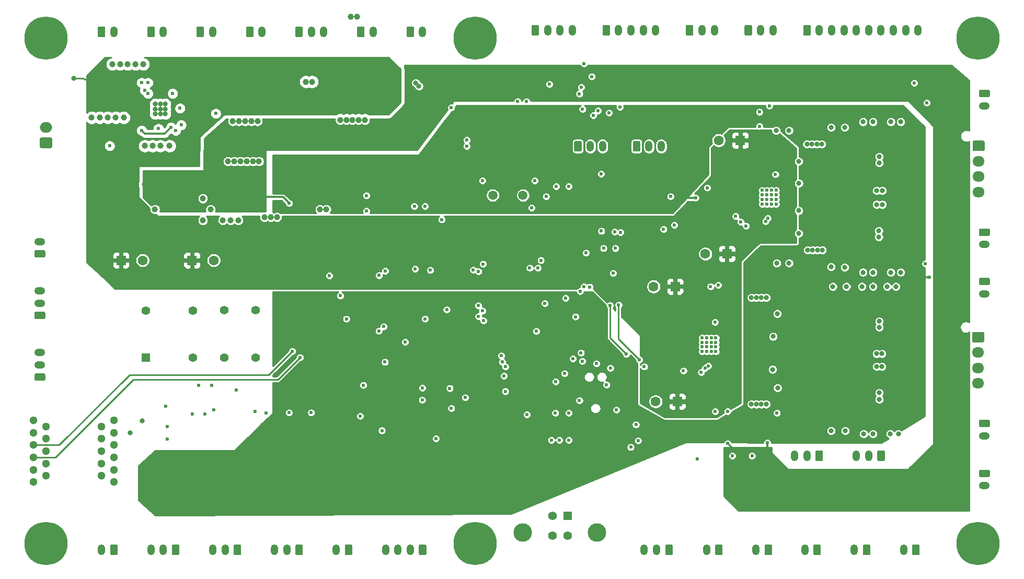
<source format=gbr>
G04 #@! TF.GenerationSoftware,KiCad,Pcbnew,(5.1.5)-3*
G04 #@! TF.CreationDate,2020-01-24T13:16:09+01:00*
G04 #@! TF.ProjectId,Main Board,4d61696e-2042-46f6-9172-642e6b696361,rev?*
G04 #@! TF.SameCoordinates,Original*
G04 #@! TF.FileFunction,Copper,L2,Inr*
G04 #@! TF.FilePolarity,Positive*
%FSLAX46Y46*%
G04 Gerber Fmt 4.6, Leading zero omitted, Abs format (unit mm)*
G04 Created by KiCad (PCBNEW (5.1.5)-3) date 2020-01-24 13:16:09*
%MOMM*%
%LPD*%
G04 APERTURE LIST*
%ADD10C,1.300000*%
%ADD11C,1.400000*%
%ADD12C,3.000000*%
%ADD13R,1.400000X1.400000*%
%ADD14C,0.800000*%
%ADD15C,7.000000*%
%ADD16O,1.950000X1.700000*%
%ADD17C,0.100000*%
%ADD18O,1.200000X1.750000*%
%ADD19O,1.750000X1.200000*%
%ADD20O,2.000000X1.700000*%
%ADD21C,1.500000*%
%ADD22C,1.600000*%
%ADD23R,1.600000X1.600000*%
%ADD24C,1.000000*%
%ADD25C,0.600000*%
%ADD26C,0.250000*%
%ADD27C,0.304800*%
%ADD28C,0.355600*%
%ADD29C,0.254000*%
G04 APERTURE END LIST*
D10*
X46000000Y-91000000D03*
X48000000Y-92000000D03*
X46000000Y-93000000D03*
X48000000Y-94000000D03*
X46000000Y-95000000D03*
X48000000Y-96000000D03*
X46000000Y-97000000D03*
X48000000Y-98000000D03*
X46000000Y-99000000D03*
X48000000Y-100000000D03*
X46000000Y-101000000D03*
X59000000Y-101000000D03*
X57000000Y-100000000D03*
X59000000Y-99000000D03*
X57000000Y-98000000D03*
X59000000Y-97000000D03*
X57000000Y-96000000D03*
X59000000Y-95000000D03*
X57000000Y-94000000D03*
X59000000Y-93000000D03*
X57000000Y-92000000D03*
X59000000Y-91000000D03*
D11*
X130000000Y-106500000D03*
D12*
X125230000Y-109210000D03*
D13*
X132500000Y-106500000D03*
D11*
X130000000Y-109700000D03*
X132500000Y-109700000D03*
D12*
X137270000Y-109210000D03*
D14*
X49856155Y-109143845D03*
X48000000Y-108375000D03*
X46143845Y-109143845D03*
X45375000Y-111000000D03*
X46143845Y-112856155D03*
X48000000Y-113625000D03*
X49856155Y-112856155D03*
X50625000Y-111000000D03*
D15*
X48000000Y-111000000D03*
X199000000Y-111000000D03*
D14*
X201625000Y-111000000D03*
X200856155Y-112856155D03*
X199000000Y-113625000D03*
X197143845Y-112856155D03*
X196375000Y-111000000D03*
X197143845Y-109143845D03*
X199000000Y-108375000D03*
X200856155Y-109143845D03*
D15*
X199000000Y-29000000D03*
D14*
X201625000Y-29000000D03*
X200856155Y-30856155D03*
X199000000Y-31625000D03*
X197143845Y-30856155D03*
X196375000Y-29000000D03*
X197143845Y-27143845D03*
X199000000Y-26375000D03*
X200856155Y-27143845D03*
X119356155Y-27143845D03*
X117500000Y-26375000D03*
X115643845Y-27143845D03*
X114875000Y-29000000D03*
X115643845Y-30856155D03*
X117500000Y-31625000D03*
X119356155Y-30856155D03*
X120125000Y-29000000D03*
D15*
X117500000Y-29000000D03*
X117500000Y-111000000D03*
D14*
X120125000Y-111000000D03*
X119356155Y-112856155D03*
X117500000Y-113625000D03*
X115643845Y-112856155D03*
X114875000Y-111000000D03*
X115643845Y-109143845D03*
X117500000Y-108375000D03*
X119356155Y-109143845D03*
X49856155Y-27143845D03*
X48000000Y-26375000D03*
X46143845Y-27143845D03*
X45375000Y-29000000D03*
X46143845Y-30856155D03*
X48000000Y-31625000D03*
X49856155Y-30856155D03*
X50625000Y-29000000D03*
D15*
X48000000Y-29000000D03*
D16*
X199050000Y-54000000D03*
X199050000Y-51500000D03*
X199050000Y-49000000D03*
G04 #@! TA.AperFunction,ViaPad*
D17*
G36*
X199799504Y-45651204D02*
G01*
X199823773Y-45654804D01*
X199847571Y-45660765D01*
X199870671Y-45669030D01*
X199892849Y-45679520D01*
X199913893Y-45692133D01*
X199933598Y-45706747D01*
X199951777Y-45723223D01*
X199968253Y-45741402D01*
X199982867Y-45761107D01*
X199995480Y-45782151D01*
X200005970Y-45804329D01*
X200014235Y-45827429D01*
X200020196Y-45851227D01*
X200023796Y-45875496D01*
X200025000Y-45900000D01*
X200025000Y-47100000D01*
X200023796Y-47124504D01*
X200020196Y-47148773D01*
X200014235Y-47172571D01*
X200005970Y-47195671D01*
X199995480Y-47217849D01*
X199982867Y-47238893D01*
X199968253Y-47258598D01*
X199951777Y-47276777D01*
X199933598Y-47293253D01*
X199913893Y-47307867D01*
X199892849Y-47320480D01*
X199870671Y-47330970D01*
X199847571Y-47339235D01*
X199823773Y-47345196D01*
X199799504Y-47348796D01*
X199775000Y-47350000D01*
X198325000Y-47350000D01*
X198300496Y-47348796D01*
X198276227Y-47345196D01*
X198252429Y-47339235D01*
X198229329Y-47330970D01*
X198207151Y-47320480D01*
X198186107Y-47307867D01*
X198166402Y-47293253D01*
X198148223Y-47276777D01*
X198131747Y-47258598D01*
X198117133Y-47238893D01*
X198104520Y-47217849D01*
X198094030Y-47195671D01*
X198085765Y-47172571D01*
X198079804Y-47148773D01*
X198076204Y-47124504D01*
X198075000Y-47100000D01*
X198075000Y-45900000D01*
X198076204Y-45875496D01*
X198079804Y-45851227D01*
X198085765Y-45827429D01*
X198094030Y-45804329D01*
X198104520Y-45782151D01*
X198117133Y-45761107D01*
X198131747Y-45741402D01*
X198148223Y-45723223D01*
X198166402Y-45706747D01*
X198186107Y-45692133D01*
X198207151Y-45679520D01*
X198229329Y-45669030D01*
X198252429Y-45660765D01*
X198276227Y-45654804D01*
X198300496Y-45651204D01*
X198325000Y-45650000D01*
X199775000Y-45650000D01*
X199799504Y-45651204D01*
G37*
G04 #@! TD.AperFunction*
G04 #@! TA.AperFunction,ViaPad*
G36*
X199749504Y-76651204D02*
G01*
X199773773Y-76654804D01*
X199797571Y-76660765D01*
X199820671Y-76669030D01*
X199842849Y-76679520D01*
X199863893Y-76692133D01*
X199883598Y-76706747D01*
X199901777Y-76723223D01*
X199918253Y-76741402D01*
X199932867Y-76761107D01*
X199945480Y-76782151D01*
X199955970Y-76804329D01*
X199964235Y-76827429D01*
X199970196Y-76851227D01*
X199973796Y-76875496D01*
X199975000Y-76900000D01*
X199975000Y-78100000D01*
X199973796Y-78124504D01*
X199970196Y-78148773D01*
X199964235Y-78172571D01*
X199955970Y-78195671D01*
X199945480Y-78217849D01*
X199932867Y-78238893D01*
X199918253Y-78258598D01*
X199901777Y-78276777D01*
X199883598Y-78293253D01*
X199863893Y-78307867D01*
X199842849Y-78320480D01*
X199820671Y-78330970D01*
X199797571Y-78339235D01*
X199773773Y-78345196D01*
X199749504Y-78348796D01*
X199725000Y-78350000D01*
X198275000Y-78350000D01*
X198250496Y-78348796D01*
X198226227Y-78345196D01*
X198202429Y-78339235D01*
X198179329Y-78330970D01*
X198157151Y-78320480D01*
X198136107Y-78307867D01*
X198116402Y-78293253D01*
X198098223Y-78276777D01*
X198081747Y-78258598D01*
X198067133Y-78238893D01*
X198054520Y-78217849D01*
X198044030Y-78195671D01*
X198035765Y-78172571D01*
X198029804Y-78148773D01*
X198026204Y-78124504D01*
X198025000Y-78100000D01*
X198025000Y-76900000D01*
X198026204Y-76875496D01*
X198029804Y-76851227D01*
X198035765Y-76827429D01*
X198044030Y-76804329D01*
X198054520Y-76782151D01*
X198067133Y-76761107D01*
X198081747Y-76741402D01*
X198098223Y-76723223D01*
X198116402Y-76706747D01*
X198136107Y-76692133D01*
X198157151Y-76679520D01*
X198179329Y-76669030D01*
X198202429Y-76660765D01*
X198226227Y-76654804D01*
X198250496Y-76651204D01*
X198275000Y-76650000D01*
X199725000Y-76650000D01*
X199749504Y-76651204D01*
G37*
G04 #@! TD.AperFunction*
D16*
X199000000Y-80000000D03*
X199000000Y-82500000D03*
X199000000Y-85000000D03*
G04 #@! TA.AperFunction,ViaPad*
D17*
G36*
X89374505Y-27126204D02*
G01*
X89398773Y-27129804D01*
X89422572Y-27135765D01*
X89445671Y-27144030D01*
X89467850Y-27154520D01*
X89488893Y-27167132D01*
X89508599Y-27181747D01*
X89526777Y-27198223D01*
X89543253Y-27216401D01*
X89557868Y-27236107D01*
X89570480Y-27257150D01*
X89580970Y-27279329D01*
X89589235Y-27302428D01*
X89595196Y-27326227D01*
X89598796Y-27350495D01*
X89600000Y-27374999D01*
X89600000Y-28625001D01*
X89598796Y-28649505D01*
X89595196Y-28673773D01*
X89589235Y-28697572D01*
X89580970Y-28720671D01*
X89570480Y-28742850D01*
X89557868Y-28763893D01*
X89543253Y-28783599D01*
X89526777Y-28801777D01*
X89508599Y-28818253D01*
X89488893Y-28832868D01*
X89467850Y-28845480D01*
X89445671Y-28855970D01*
X89422572Y-28864235D01*
X89398773Y-28870196D01*
X89374505Y-28873796D01*
X89350001Y-28875000D01*
X88649999Y-28875000D01*
X88625495Y-28873796D01*
X88601227Y-28870196D01*
X88577428Y-28864235D01*
X88554329Y-28855970D01*
X88532150Y-28845480D01*
X88511107Y-28832868D01*
X88491401Y-28818253D01*
X88473223Y-28801777D01*
X88456747Y-28783599D01*
X88442132Y-28763893D01*
X88429520Y-28742850D01*
X88419030Y-28720671D01*
X88410765Y-28697572D01*
X88404804Y-28673773D01*
X88401204Y-28649505D01*
X88400000Y-28625001D01*
X88400000Y-27374999D01*
X88401204Y-27350495D01*
X88404804Y-27326227D01*
X88410765Y-27302428D01*
X88419030Y-27279329D01*
X88429520Y-27257150D01*
X88442132Y-27236107D01*
X88456747Y-27216401D01*
X88473223Y-27198223D01*
X88491401Y-27181747D01*
X88511107Y-27167132D01*
X88532150Y-27154520D01*
X88554329Y-27144030D01*
X88577428Y-27135765D01*
X88601227Y-27129804D01*
X88625495Y-27126204D01*
X88649999Y-27125000D01*
X89350001Y-27125000D01*
X89374505Y-27126204D01*
G37*
G04 #@! TD.AperFunction*
D18*
X91000000Y-28000000D03*
X93000000Y-28000000D03*
G04 #@! TA.AperFunction,ViaPad*
D17*
G36*
X200649505Y-37401204D02*
G01*
X200673773Y-37404804D01*
X200697572Y-37410765D01*
X200720671Y-37419030D01*
X200742850Y-37429520D01*
X200763893Y-37442132D01*
X200783599Y-37456747D01*
X200801777Y-37473223D01*
X200818253Y-37491401D01*
X200832868Y-37511107D01*
X200845480Y-37532150D01*
X200855970Y-37554329D01*
X200864235Y-37577428D01*
X200870196Y-37601227D01*
X200873796Y-37625495D01*
X200875000Y-37649999D01*
X200875000Y-38350001D01*
X200873796Y-38374505D01*
X200870196Y-38398773D01*
X200864235Y-38422572D01*
X200855970Y-38445671D01*
X200845480Y-38467850D01*
X200832868Y-38488893D01*
X200818253Y-38508599D01*
X200801777Y-38526777D01*
X200783599Y-38543253D01*
X200763893Y-38557868D01*
X200742850Y-38570480D01*
X200720671Y-38580970D01*
X200697572Y-38589235D01*
X200673773Y-38595196D01*
X200649505Y-38598796D01*
X200625001Y-38600000D01*
X199374999Y-38600000D01*
X199350495Y-38598796D01*
X199326227Y-38595196D01*
X199302428Y-38589235D01*
X199279329Y-38580970D01*
X199257150Y-38570480D01*
X199236107Y-38557868D01*
X199216401Y-38543253D01*
X199198223Y-38526777D01*
X199181747Y-38508599D01*
X199167132Y-38488893D01*
X199154520Y-38467850D01*
X199144030Y-38445671D01*
X199135765Y-38422572D01*
X199129804Y-38398773D01*
X199126204Y-38374505D01*
X199125000Y-38350001D01*
X199125000Y-37649999D01*
X199126204Y-37625495D01*
X199129804Y-37601227D01*
X199135765Y-37577428D01*
X199144030Y-37554329D01*
X199154520Y-37532150D01*
X199167132Y-37511107D01*
X199181747Y-37491401D01*
X199198223Y-37473223D01*
X199216401Y-37456747D01*
X199236107Y-37442132D01*
X199257150Y-37429520D01*
X199279329Y-37419030D01*
X199302428Y-37410765D01*
X199326227Y-37404804D01*
X199350495Y-37401204D01*
X199374999Y-37400000D01*
X200625001Y-37400000D01*
X200649505Y-37401204D01*
G37*
G04 #@! TD.AperFunction*
D19*
X200000000Y-40000000D03*
X200000000Y-62500000D03*
G04 #@! TA.AperFunction,ViaPad*
D17*
G36*
X200649505Y-59901204D02*
G01*
X200673773Y-59904804D01*
X200697572Y-59910765D01*
X200720671Y-59919030D01*
X200742850Y-59929520D01*
X200763893Y-59942132D01*
X200783599Y-59956747D01*
X200801777Y-59973223D01*
X200818253Y-59991401D01*
X200832868Y-60011107D01*
X200845480Y-60032150D01*
X200855970Y-60054329D01*
X200864235Y-60077428D01*
X200870196Y-60101227D01*
X200873796Y-60125495D01*
X200875000Y-60149999D01*
X200875000Y-60850001D01*
X200873796Y-60874505D01*
X200870196Y-60898773D01*
X200864235Y-60922572D01*
X200855970Y-60945671D01*
X200845480Y-60967850D01*
X200832868Y-60988893D01*
X200818253Y-61008599D01*
X200801777Y-61026777D01*
X200783599Y-61043253D01*
X200763893Y-61057868D01*
X200742850Y-61070480D01*
X200720671Y-61080970D01*
X200697572Y-61089235D01*
X200673773Y-61095196D01*
X200649505Y-61098796D01*
X200625001Y-61100000D01*
X199374999Y-61100000D01*
X199350495Y-61098796D01*
X199326227Y-61095196D01*
X199302428Y-61089235D01*
X199279329Y-61080970D01*
X199257150Y-61070480D01*
X199236107Y-61057868D01*
X199216401Y-61043253D01*
X199198223Y-61026777D01*
X199181747Y-61008599D01*
X199167132Y-60988893D01*
X199154520Y-60967850D01*
X199144030Y-60945671D01*
X199135765Y-60922572D01*
X199129804Y-60898773D01*
X199126204Y-60874505D01*
X199125000Y-60850001D01*
X199125000Y-60149999D01*
X199126204Y-60125495D01*
X199129804Y-60101227D01*
X199135765Y-60077428D01*
X199144030Y-60054329D01*
X199154520Y-60032150D01*
X199167132Y-60011107D01*
X199181747Y-59991401D01*
X199198223Y-59973223D01*
X199216401Y-59956747D01*
X199236107Y-59942132D01*
X199257150Y-59929520D01*
X199279329Y-59919030D01*
X199302428Y-59910765D01*
X199326227Y-59904804D01*
X199350495Y-59901204D01*
X199374999Y-59900000D01*
X200625001Y-59900000D01*
X200649505Y-59901204D01*
G37*
G04 #@! TD.AperFunction*
G04 #@! TA.AperFunction,ViaPad*
G36*
X200649505Y-90901204D02*
G01*
X200673773Y-90904804D01*
X200697572Y-90910765D01*
X200720671Y-90919030D01*
X200742850Y-90929520D01*
X200763893Y-90942132D01*
X200783599Y-90956747D01*
X200801777Y-90973223D01*
X200818253Y-90991401D01*
X200832868Y-91011107D01*
X200845480Y-91032150D01*
X200855970Y-91054329D01*
X200864235Y-91077428D01*
X200870196Y-91101227D01*
X200873796Y-91125495D01*
X200875000Y-91149999D01*
X200875000Y-91850001D01*
X200873796Y-91874505D01*
X200870196Y-91898773D01*
X200864235Y-91922572D01*
X200855970Y-91945671D01*
X200845480Y-91967850D01*
X200832868Y-91988893D01*
X200818253Y-92008599D01*
X200801777Y-92026777D01*
X200783599Y-92043253D01*
X200763893Y-92057868D01*
X200742850Y-92070480D01*
X200720671Y-92080970D01*
X200697572Y-92089235D01*
X200673773Y-92095196D01*
X200649505Y-92098796D01*
X200625001Y-92100000D01*
X199374999Y-92100000D01*
X199350495Y-92098796D01*
X199326227Y-92095196D01*
X199302428Y-92089235D01*
X199279329Y-92080970D01*
X199257150Y-92070480D01*
X199236107Y-92057868D01*
X199216401Y-92043253D01*
X199198223Y-92026777D01*
X199181747Y-92008599D01*
X199167132Y-91988893D01*
X199154520Y-91967850D01*
X199144030Y-91945671D01*
X199135765Y-91922572D01*
X199129804Y-91898773D01*
X199126204Y-91874505D01*
X199125000Y-91850001D01*
X199125000Y-91149999D01*
X199126204Y-91125495D01*
X199129804Y-91101227D01*
X199135765Y-91077428D01*
X199144030Y-91054329D01*
X199154520Y-91032150D01*
X199167132Y-91011107D01*
X199181747Y-90991401D01*
X199198223Y-90973223D01*
X199216401Y-90956747D01*
X199236107Y-90942132D01*
X199257150Y-90929520D01*
X199279329Y-90919030D01*
X199302428Y-90910765D01*
X199326227Y-90904804D01*
X199350495Y-90901204D01*
X199374999Y-90900000D01*
X200625001Y-90900000D01*
X200649505Y-90901204D01*
G37*
G04 #@! TD.AperFunction*
D19*
X200000000Y-93500000D03*
X200000000Y-70500000D03*
G04 #@! TA.AperFunction,ViaPad*
D17*
G36*
X200649505Y-67901204D02*
G01*
X200673773Y-67904804D01*
X200697572Y-67910765D01*
X200720671Y-67919030D01*
X200742850Y-67929520D01*
X200763893Y-67942132D01*
X200783599Y-67956747D01*
X200801777Y-67973223D01*
X200818253Y-67991401D01*
X200832868Y-68011107D01*
X200845480Y-68032150D01*
X200855970Y-68054329D01*
X200864235Y-68077428D01*
X200870196Y-68101227D01*
X200873796Y-68125495D01*
X200875000Y-68149999D01*
X200875000Y-68850001D01*
X200873796Y-68874505D01*
X200870196Y-68898773D01*
X200864235Y-68922572D01*
X200855970Y-68945671D01*
X200845480Y-68967850D01*
X200832868Y-68988893D01*
X200818253Y-69008599D01*
X200801777Y-69026777D01*
X200783599Y-69043253D01*
X200763893Y-69057868D01*
X200742850Y-69070480D01*
X200720671Y-69080970D01*
X200697572Y-69089235D01*
X200673773Y-69095196D01*
X200649505Y-69098796D01*
X200625001Y-69100000D01*
X199374999Y-69100000D01*
X199350495Y-69098796D01*
X199326227Y-69095196D01*
X199302428Y-69089235D01*
X199279329Y-69080970D01*
X199257150Y-69070480D01*
X199236107Y-69057868D01*
X199216401Y-69043253D01*
X199198223Y-69026777D01*
X199181747Y-69008599D01*
X199167132Y-68988893D01*
X199154520Y-68967850D01*
X199144030Y-68945671D01*
X199135765Y-68922572D01*
X199129804Y-68898773D01*
X199126204Y-68874505D01*
X199125000Y-68850001D01*
X199125000Y-68149999D01*
X199126204Y-68125495D01*
X199129804Y-68101227D01*
X199135765Y-68077428D01*
X199144030Y-68054329D01*
X199154520Y-68032150D01*
X199167132Y-68011107D01*
X199181747Y-67991401D01*
X199198223Y-67973223D01*
X199216401Y-67956747D01*
X199236107Y-67942132D01*
X199257150Y-67929520D01*
X199279329Y-67919030D01*
X199302428Y-67910765D01*
X199326227Y-67904804D01*
X199350495Y-67901204D01*
X199374999Y-67900000D01*
X200625001Y-67900000D01*
X200649505Y-67901204D01*
G37*
G04 #@! TD.AperFunction*
D18*
X138150000Y-46550000D03*
X136150000Y-46550000D03*
G04 #@! TA.AperFunction,ViaPad*
D17*
G36*
X134524505Y-45676204D02*
G01*
X134548773Y-45679804D01*
X134572572Y-45685765D01*
X134595671Y-45694030D01*
X134617850Y-45704520D01*
X134638893Y-45717132D01*
X134658599Y-45731747D01*
X134676777Y-45748223D01*
X134693253Y-45766401D01*
X134707868Y-45786107D01*
X134720480Y-45807150D01*
X134730970Y-45829329D01*
X134739235Y-45852428D01*
X134745196Y-45876227D01*
X134748796Y-45900495D01*
X134750000Y-45924999D01*
X134750000Y-47175001D01*
X134748796Y-47199505D01*
X134745196Y-47223773D01*
X134739235Y-47247572D01*
X134730970Y-47270671D01*
X134720480Y-47292850D01*
X134707868Y-47313893D01*
X134693253Y-47333599D01*
X134676777Y-47351777D01*
X134658599Y-47368253D01*
X134638893Y-47382868D01*
X134617850Y-47395480D01*
X134595671Y-47405970D01*
X134572572Y-47414235D01*
X134548773Y-47420196D01*
X134524505Y-47423796D01*
X134500001Y-47425000D01*
X133799999Y-47425000D01*
X133775495Y-47423796D01*
X133751227Y-47420196D01*
X133727428Y-47414235D01*
X133704329Y-47405970D01*
X133682150Y-47395480D01*
X133661107Y-47382868D01*
X133641401Y-47368253D01*
X133623223Y-47351777D01*
X133606747Y-47333599D01*
X133592132Y-47313893D01*
X133579520Y-47292850D01*
X133569030Y-47270671D01*
X133560765Y-47247572D01*
X133554804Y-47223773D01*
X133551204Y-47199505D01*
X133550000Y-47175001D01*
X133550000Y-45924999D01*
X133551204Y-45900495D01*
X133554804Y-45876227D01*
X133560765Y-45852428D01*
X133569030Y-45829329D01*
X133579520Y-45807150D01*
X133592132Y-45786107D01*
X133606747Y-45766401D01*
X133623223Y-45748223D01*
X133641401Y-45731747D01*
X133661107Y-45717132D01*
X133682150Y-45704520D01*
X133704329Y-45694030D01*
X133727428Y-45685765D01*
X133751227Y-45679804D01*
X133775495Y-45676204D01*
X133799999Y-45675000D01*
X134500001Y-45675000D01*
X134524505Y-45676204D01*
G37*
G04 #@! TD.AperFunction*
G04 #@! TA.AperFunction,ViaPad*
G36*
X144024505Y-45676204D02*
G01*
X144048773Y-45679804D01*
X144072572Y-45685765D01*
X144095671Y-45694030D01*
X144117850Y-45704520D01*
X144138893Y-45717132D01*
X144158599Y-45731747D01*
X144176777Y-45748223D01*
X144193253Y-45766401D01*
X144207868Y-45786107D01*
X144220480Y-45807150D01*
X144230970Y-45829329D01*
X144239235Y-45852428D01*
X144245196Y-45876227D01*
X144248796Y-45900495D01*
X144250000Y-45924999D01*
X144250000Y-47175001D01*
X144248796Y-47199505D01*
X144245196Y-47223773D01*
X144239235Y-47247572D01*
X144230970Y-47270671D01*
X144220480Y-47292850D01*
X144207868Y-47313893D01*
X144193253Y-47333599D01*
X144176777Y-47351777D01*
X144158599Y-47368253D01*
X144138893Y-47382868D01*
X144117850Y-47395480D01*
X144095671Y-47405970D01*
X144072572Y-47414235D01*
X144048773Y-47420196D01*
X144024505Y-47423796D01*
X144000001Y-47425000D01*
X143299999Y-47425000D01*
X143275495Y-47423796D01*
X143251227Y-47420196D01*
X143227428Y-47414235D01*
X143204329Y-47405970D01*
X143182150Y-47395480D01*
X143161107Y-47382868D01*
X143141401Y-47368253D01*
X143123223Y-47351777D01*
X143106747Y-47333599D01*
X143092132Y-47313893D01*
X143079520Y-47292850D01*
X143069030Y-47270671D01*
X143060765Y-47247572D01*
X143054804Y-47223773D01*
X143051204Y-47199505D01*
X143050000Y-47175001D01*
X143050000Y-45924999D01*
X143051204Y-45900495D01*
X143054804Y-45876227D01*
X143060765Y-45852428D01*
X143069030Y-45829329D01*
X143079520Y-45807150D01*
X143092132Y-45786107D01*
X143106747Y-45766401D01*
X143123223Y-45748223D01*
X143141401Y-45731747D01*
X143161107Y-45717132D01*
X143182150Y-45704520D01*
X143204329Y-45694030D01*
X143227428Y-45685765D01*
X143251227Y-45679804D01*
X143275495Y-45676204D01*
X143299999Y-45675000D01*
X144000001Y-45675000D01*
X144024505Y-45676204D01*
G37*
G04 #@! TD.AperFunction*
D18*
X145650000Y-46550000D03*
X147650000Y-46550000D03*
X165750000Y-27750000D03*
X163750000Y-27750000D03*
G04 #@! TA.AperFunction,ViaPad*
D17*
G36*
X162124505Y-26876204D02*
G01*
X162148773Y-26879804D01*
X162172572Y-26885765D01*
X162195671Y-26894030D01*
X162217850Y-26904520D01*
X162238893Y-26917132D01*
X162258599Y-26931747D01*
X162276777Y-26948223D01*
X162293253Y-26966401D01*
X162307868Y-26986107D01*
X162320480Y-27007150D01*
X162330970Y-27029329D01*
X162339235Y-27052428D01*
X162345196Y-27076227D01*
X162348796Y-27100495D01*
X162350000Y-27124999D01*
X162350000Y-28375001D01*
X162348796Y-28399505D01*
X162345196Y-28423773D01*
X162339235Y-28447572D01*
X162330970Y-28470671D01*
X162320480Y-28492850D01*
X162307868Y-28513893D01*
X162293253Y-28533599D01*
X162276777Y-28551777D01*
X162258599Y-28568253D01*
X162238893Y-28582868D01*
X162217850Y-28595480D01*
X162195671Y-28605970D01*
X162172572Y-28614235D01*
X162148773Y-28620196D01*
X162124505Y-28623796D01*
X162100001Y-28625000D01*
X161399999Y-28625000D01*
X161375495Y-28623796D01*
X161351227Y-28620196D01*
X161327428Y-28614235D01*
X161304329Y-28605970D01*
X161282150Y-28595480D01*
X161261107Y-28582868D01*
X161241401Y-28568253D01*
X161223223Y-28551777D01*
X161206747Y-28533599D01*
X161192132Y-28513893D01*
X161179520Y-28492850D01*
X161169030Y-28470671D01*
X161160765Y-28447572D01*
X161154804Y-28423773D01*
X161151204Y-28399505D01*
X161150000Y-28375001D01*
X161150000Y-27124999D01*
X161151204Y-27100495D01*
X161154804Y-27076227D01*
X161160765Y-27052428D01*
X161169030Y-27029329D01*
X161179520Y-27007150D01*
X161192132Y-26986107D01*
X161206747Y-26966401D01*
X161223223Y-26948223D01*
X161241401Y-26931747D01*
X161261107Y-26917132D01*
X161282150Y-26904520D01*
X161304329Y-26894030D01*
X161327428Y-26885765D01*
X161351227Y-26879804D01*
X161375495Y-26876204D01*
X161399999Y-26875000D01*
X162100001Y-26875000D01*
X162124505Y-26876204D01*
G37*
G04 #@! TD.AperFunction*
G04 #@! TA.AperFunction,ViaPad*
G36*
X152624505Y-26876204D02*
G01*
X152648773Y-26879804D01*
X152672572Y-26885765D01*
X152695671Y-26894030D01*
X152717850Y-26904520D01*
X152738893Y-26917132D01*
X152758599Y-26931747D01*
X152776777Y-26948223D01*
X152793253Y-26966401D01*
X152807868Y-26986107D01*
X152820480Y-27007150D01*
X152830970Y-27029329D01*
X152839235Y-27052428D01*
X152845196Y-27076227D01*
X152848796Y-27100495D01*
X152850000Y-27124999D01*
X152850000Y-28375001D01*
X152848796Y-28399505D01*
X152845196Y-28423773D01*
X152839235Y-28447572D01*
X152830970Y-28470671D01*
X152820480Y-28492850D01*
X152807868Y-28513893D01*
X152793253Y-28533599D01*
X152776777Y-28551777D01*
X152758599Y-28568253D01*
X152738893Y-28582868D01*
X152717850Y-28595480D01*
X152695671Y-28605970D01*
X152672572Y-28614235D01*
X152648773Y-28620196D01*
X152624505Y-28623796D01*
X152600001Y-28625000D01*
X151899999Y-28625000D01*
X151875495Y-28623796D01*
X151851227Y-28620196D01*
X151827428Y-28614235D01*
X151804329Y-28605970D01*
X151782150Y-28595480D01*
X151761107Y-28582868D01*
X151741401Y-28568253D01*
X151723223Y-28551777D01*
X151706747Y-28533599D01*
X151692132Y-28513893D01*
X151679520Y-28492850D01*
X151669030Y-28470671D01*
X151660765Y-28447572D01*
X151654804Y-28423773D01*
X151651204Y-28399505D01*
X151650000Y-28375001D01*
X151650000Y-27124999D01*
X151651204Y-27100495D01*
X151654804Y-27076227D01*
X151660765Y-27052428D01*
X151669030Y-27029329D01*
X151679520Y-27007150D01*
X151692132Y-26986107D01*
X151706747Y-26966401D01*
X151723223Y-26948223D01*
X151741401Y-26931747D01*
X151761107Y-26917132D01*
X151782150Y-26904520D01*
X151804329Y-26894030D01*
X151827428Y-26885765D01*
X151851227Y-26879804D01*
X151875495Y-26876204D01*
X151899999Y-26875000D01*
X152600001Y-26875000D01*
X152624505Y-26876204D01*
G37*
G04 #@! TD.AperFunction*
D18*
X154250000Y-27750000D03*
X156250000Y-27750000D03*
G04 #@! TA.AperFunction,ViaPad*
D17*
G36*
X48774504Y-45151204D02*
G01*
X48798773Y-45154804D01*
X48822571Y-45160765D01*
X48845671Y-45169030D01*
X48867849Y-45179520D01*
X48888893Y-45192133D01*
X48908598Y-45206747D01*
X48926777Y-45223223D01*
X48943253Y-45241402D01*
X48957867Y-45261107D01*
X48970480Y-45282151D01*
X48980970Y-45304329D01*
X48989235Y-45327429D01*
X48995196Y-45351227D01*
X48998796Y-45375496D01*
X49000000Y-45400000D01*
X49000000Y-46600000D01*
X48998796Y-46624504D01*
X48995196Y-46648773D01*
X48989235Y-46672571D01*
X48980970Y-46695671D01*
X48970480Y-46717849D01*
X48957867Y-46738893D01*
X48943253Y-46758598D01*
X48926777Y-46776777D01*
X48908598Y-46793253D01*
X48888893Y-46807867D01*
X48867849Y-46820480D01*
X48845671Y-46830970D01*
X48822571Y-46839235D01*
X48798773Y-46845196D01*
X48774504Y-46848796D01*
X48750000Y-46850000D01*
X47250000Y-46850000D01*
X47225496Y-46848796D01*
X47201227Y-46845196D01*
X47177429Y-46839235D01*
X47154329Y-46830970D01*
X47132151Y-46820480D01*
X47111107Y-46807867D01*
X47091402Y-46793253D01*
X47073223Y-46776777D01*
X47056747Y-46758598D01*
X47042133Y-46738893D01*
X47029520Y-46717849D01*
X47019030Y-46695671D01*
X47010765Y-46672571D01*
X47004804Y-46648773D01*
X47001204Y-46624504D01*
X47000000Y-46600000D01*
X47000000Y-45400000D01*
X47001204Y-45375496D01*
X47004804Y-45351227D01*
X47010765Y-45327429D01*
X47019030Y-45304329D01*
X47029520Y-45282151D01*
X47042133Y-45261107D01*
X47056747Y-45241402D01*
X47073223Y-45223223D01*
X47091402Y-45206747D01*
X47111107Y-45192133D01*
X47132151Y-45179520D01*
X47154329Y-45169030D01*
X47177429Y-45160765D01*
X47201227Y-45154804D01*
X47225496Y-45151204D01*
X47250000Y-45150000D01*
X48750000Y-45150000D01*
X48774504Y-45151204D01*
G37*
G04 #@! TD.AperFunction*
D20*
X48000000Y-43500000D03*
D18*
X59000000Y-28000000D03*
G04 #@! TA.AperFunction,ViaPad*
D17*
G36*
X57374505Y-27126204D02*
G01*
X57398773Y-27129804D01*
X57422572Y-27135765D01*
X57445671Y-27144030D01*
X57467850Y-27154520D01*
X57488893Y-27167132D01*
X57508599Y-27181747D01*
X57526777Y-27198223D01*
X57543253Y-27216401D01*
X57557868Y-27236107D01*
X57570480Y-27257150D01*
X57580970Y-27279329D01*
X57589235Y-27302428D01*
X57595196Y-27326227D01*
X57598796Y-27350495D01*
X57600000Y-27374999D01*
X57600000Y-28625001D01*
X57598796Y-28649505D01*
X57595196Y-28673773D01*
X57589235Y-28697572D01*
X57580970Y-28720671D01*
X57570480Y-28742850D01*
X57557868Y-28763893D01*
X57543253Y-28783599D01*
X57526777Y-28801777D01*
X57508599Y-28818253D01*
X57488893Y-28832868D01*
X57467850Y-28845480D01*
X57445671Y-28855970D01*
X57422572Y-28864235D01*
X57398773Y-28870196D01*
X57374505Y-28873796D01*
X57350001Y-28875000D01*
X56649999Y-28875000D01*
X56625495Y-28873796D01*
X56601227Y-28870196D01*
X56577428Y-28864235D01*
X56554329Y-28855970D01*
X56532150Y-28845480D01*
X56511107Y-28832868D01*
X56491401Y-28818253D01*
X56473223Y-28801777D01*
X56456747Y-28783599D01*
X56442132Y-28763893D01*
X56429520Y-28742850D01*
X56419030Y-28720671D01*
X56410765Y-28697572D01*
X56404804Y-28673773D01*
X56401204Y-28649505D01*
X56400000Y-28625001D01*
X56400000Y-27374999D01*
X56401204Y-27350495D01*
X56404804Y-27326227D01*
X56410765Y-27302428D01*
X56419030Y-27279329D01*
X56429520Y-27257150D01*
X56442132Y-27236107D01*
X56456747Y-27216401D01*
X56473223Y-27198223D01*
X56491401Y-27181747D01*
X56511107Y-27167132D01*
X56532150Y-27154520D01*
X56554329Y-27144030D01*
X56577428Y-27135765D01*
X56601227Y-27129804D01*
X56625495Y-27126204D01*
X56649999Y-27125000D01*
X57350001Y-27125000D01*
X57374505Y-27126204D01*
G37*
G04 #@! TD.AperFunction*
G04 #@! TA.AperFunction,ViaPad*
G36*
X65374505Y-27126204D02*
G01*
X65398773Y-27129804D01*
X65422572Y-27135765D01*
X65445671Y-27144030D01*
X65467850Y-27154520D01*
X65488893Y-27167132D01*
X65508599Y-27181747D01*
X65526777Y-27198223D01*
X65543253Y-27216401D01*
X65557868Y-27236107D01*
X65570480Y-27257150D01*
X65580970Y-27279329D01*
X65589235Y-27302428D01*
X65595196Y-27326227D01*
X65598796Y-27350495D01*
X65600000Y-27374999D01*
X65600000Y-28625001D01*
X65598796Y-28649505D01*
X65595196Y-28673773D01*
X65589235Y-28697572D01*
X65580970Y-28720671D01*
X65570480Y-28742850D01*
X65557868Y-28763893D01*
X65543253Y-28783599D01*
X65526777Y-28801777D01*
X65508599Y-28818253D01*
X65488893Y-28832868D01*
X65467850Y-28845480D01*
X65445671Y-28855970D01*
X65422572Y-28864235D01*
X65398773Y-28870196D01*
X65374505Y-28873796D01*
X65350001Y-28875000D01*
X64649999Y-28875000D01*
X64625495Y-28873796D01*
X64601227Y-28870196D01*
X64577428Y-28864235D01*
X64554329Y-28855970D01*
X64532150Y-28845480D01*
X64511107Y-28832868D01*
X64491401Y-28818253D01*
X64473223Y-28801777D01*
X64456747Y-28783599D01*
X64442132Y-28763893D01*
X64429520Y-28742850D01*
X64419030Y-28720671D01*
X64410765Y-28697572D01*
X64404804Y-28673773D01*
X64401204Y-28649505D01*
X64400000Y-28625001D01*
X64400000Y-27374999D01*
X64401204Y-27350495D01*
X64404804Y-27326227D01*
X64410765Y-27302428D01*
X64419030Y-27279329D01*
X64429520Y-27257150D01*
X64442132Y-27236107D01*
X64456747Y-27216401D01*
X64473223Y-27198223D01*
X64491401Y-27181747D01*
X64511107Y-27167132D01*
X64532150Y-27154520D01*
X64554329Y-27144030D01*
X64577428Y-27135765D01*
X64601227Y-27129804D01*
X64625495Y-27126204D01*
X64649999Y-27125000D01*
X65350001Y-27125000D01*
X65374505Y-27126204D01*
G37*
G04 #@! TD.AperFunction*
D18*
X67000000Y-28000000D03*
G04 #@! TA.AperFunction,ViaPad*
D17*
G36*
X73374505Y-27126204D02*
G01*
X73398773Y-27129804D01*
X73422572Y-27135765D01*
X73445671Y-27144030D01*
X73467850Y-27154520D01*
X73488893Y-27167132D01*
X73508599Y-27181747D01*
X73526777Y-27198223D01*
X73543253Y-27216401D01*
X73557868Y-27236107D01*
X73570480Y-27257150D01*
X73580970Y-27279329D01*
X73589235Y-27302428D01*
X73595196Y-27326227D01*
X73598796Y-27350495D01*
X73600000Y-27374999D01*
X73600000Y-28625001D01*
X73598796Y-28649505D01*
X73595196Y-28673773D01*
X73589235Y-28697572D01*
X73580970Y-28720671D01*
X73570480Y-28742850D01*
X73557868Y-28763893D01*
X73543253Y-28783599D01*
X73526777Y-28801777D01*
X73508599Y-28818253D01*
X73488893Y-28832868D01*
X73467850Y-28845480D01*
X73445671Y-28855970D01*
X73422572Y-28864235D01*
X73398773Y-28870196D01*
X73374505Y-28873796D01*
X73350001Y-28875000D01*
X72649999Y-28875000D01*
X72625495Y-28873796D01*
X72601227Y-28870196D01*
X72577428Y-28864235D01*
X72554329Y-28855970D01*
X72532150Y-28845480D01*
X72511107Y-28832868D01*
X72491401Y-28818253D01*
X72473223Y-28801777D01*
X72456747Y-28783599D01*
X72442132Y-28763893D01*
X72429520Y-28742850D01*
X72419030Y-28720671D01*
X72410765Y-28697572D01*
X72404804Y-28673773D01*
X72401204Y-28649505D01*
X72400000Y-28625001D01*
X72400000Y-27374999D01*
X72401204Y-27350495D01*
X72404804Y-27326227D01*
X72410765Y-27302428D01*
X72419030Y-27279329D01*
X72429520Y-27257150D01*
X72442132Y-27236107D01*
X72456747Y-27216401D01*
X72473223Y-27198223D01*
X72491401Y-27181747D01*
X72511107Y-27167132D01*
X72532150Y-27154520D01*
X72554329Y-27144030D01*
X72577428Y-27135765D01*
X72601227Y-27129804D01*
X72625495Y-27126204D01*
X72649999Y-27125000D01*
X73350001Y-27125000D01*
X73374505Y-27126204D01*
G37*
G04 #@! TD.AperFunction*
D18*
X75000000Y-28000000D03*
X83000000Y-28000000D03*
G04 #@! TA.AperFunction,ViaPad*
D17*
G36*
X81374505Y-27126204D02*
G01*
X81398773Y-27129804D01*
X81422572Y-27135765D01*
X81445671Y-27144030D01*
X81467850Y-27154520D01*
X81488893Y-27167132D01*
X81508599Y-27181747D01*
X81526777Y-27198223D01*
X81543253Y-27216401D01*
X81557868Y-27236107D01*
X81570480Y-27257150D01*
X81580970Y-27279329D01*
X81589235Y-27302428D01*
X81595196Y-27326227D01*
X81598796Y-27350495D01*
X81600000Y-27374999D01*
X81600000Y-28625001D01*
X81598796Y-28649505D01*
X81595196Y-28673773D01*
X81589235Y-28697572D01*
X81580970Y-28720671D01*
X81570480Y-28742850D01*
X81557868Y-28763893D01*
X81543253Y-28783599D01*
X81526777Y-28801777D01*
X81508599Y-28818253D01*
X81488893Y-28832868D01*
X81467850Y-28845480D01*
X81445671Y-28855970D01*
X81422572Y-28864235D01*
X81398773Y-28870196D01*
X81374505Y-28873796D01*
X81350001Y-28875000D01*
X80649999Y-28875000D01*
X80625495Y-28873796D01*
X80601227Y-28870196D01*
X80577428Y-28864235D01*
X80554329Y-28855970D01*
X80532150Y-28845480D01*
X80511107Y-28832868D01*
X80491401Y-28818253D01*
X80473223Y-28801777D01*
X80456747Y-28783599D01*
X80442132Y-28763893D01*
X80429520Y-28742850D01*
X80419030Y-28720671D01*
X80410765Y-28697572D01*
X80404804Y-28673773D01*
X80401204Y-28649505D01*
X80400000Y-28625001D01*
X80400000Y-27374999D01*
X80401204Y-27350495D01*
X80404804Y-27326227D01*
X80410765Y-27302428D01*
X80419030Y-27279329D01*
X80429520Y-27257150D01*
X80442132Y-27236107D01*
X80456747Y-27216401D01*
X80473223Y-27198223D01*
X80491401Y-27181747D01*
X80511107Y-27167132D01*
X80532150Y-27154520D01*
X80554329Y-27144030D01*
X80577428Y-27135765D01*
X80601227Y-27129804D01*
X80625495Y-27126204D01*
X80649999Y-27125000D01*
X81350001Y-27125000D01*
X81374505Y-27126204D01*
G37*
G04 #@! TD.AperFunction*
D18*
X75000000Y-112000000D03*
X77000000Y-112000000D03*
G04 #@! TA.AperFunction,ViaPad*
D17*
G36*
X79374505Y-111126204D02*
G01*
X79398773Y-111129804D01*
X79422572Y-111135765D01*
X79445671Y-111144030D01*
X79467850Y-111154520D01*
X79488893Y-111167132D01*
X79508599Y-111181747D01*
X79526777Y-111198223D01*
X79543253Y-111216401D01*
X79557868Y-111236107D01*
X79570480Y-111257150D01*
X79580970Y-111279329D01*
X79589235Y-111302428D01*
X79595196Y-111326227D01*
X79598796Y-111350495D01*
X79600000Y-111374999D01*
X79600000Y-112625001D01*
X79598796Y-112649505D01*
X79595196Y-112673773D01*
X79589235Y-112697572D01*
X79580970Y-112720671D01*
X79570480Y-112742850D01*
X79557868Y-112763893D01*
X79543253Y-112783599D01*
X79526777Y-112801777D01*
X79508599Y-112818253D01*
X79488893Y-112832868D01*
X79467850Y-112845480D01*
X79445671Y-112855970D01*
X79422572Y-112864235D01*
X79398773Y-112870196D01*
X79374505Y-112873796D01*
X79350001Y-112875000D01*
X78649999Y-112875000D01*
X78625495Y-112873796D01*
X78601227Y-112870196D01*
X78577428Y-112864235D01*
X78554329Y-112855970D01*
X78532150Y-112845480D01*
X78511107Y-112832868D01*
X78491401Y-112818253D01*
X78473223Y-112801777D01*
X78456747Y-112783599D01*
X78442132Y-112763893D01*
X78429520Y-112742850D01*
X78419030Y-112720671D01*
X78410765Y-112697572D01*
X78404804Y-112673773D01*
X78401204Y-112649505D01*
X78400000Y-112625001D01*
X78400000Y-111374999D01*
X78401204Y-111350495D01*
X78404804Y-111326227D01*
X78410765Y-111302428D01*
X78419030Y-111279329D01*
X78429520Y-111257150D01*
X78442132Y-111236107D01*
X78456747Y-111216401D01*
X78473223Y-111198223D01*
X78491401Y-111181747D01*
X78511107Y-111167132D01*
X78532150Y-111154520D01*
X78554329Y-111144030D01*
X78577428Y-111135765D01*
X78601227Y-111129804D01*
X78625495Y-111126204D01*
X78649999Y-111125000D01*
X79350001Y-111125000D01*
X79374505Y-111126204D01*
G37*
G04 #@! TD.AperFunction*
G04 #@! TA.AperFunction,ViaPad*
G36*
X99374505Y-27126204D02*
G01*
X99398773Y-27129804D01*
X99422572Y-27135765D01*
X99445671Y-27144030D01*
X99467850Y-27154520D01*
X99488893Y-27167132D01*
X99508599Y-27181747D01*
X99526777Y-27198223D01*
X99543253Y-27216401D01*
X99557868Y-27236107D01*
X99570480Y-27257150D01*
X99580970Y-27279329D01*
X99589235Y-27302428D01*
X99595196Y-27326227D01*
X99598796Y-27350495D01*
X99600000Y-27374999D01*
X99600000Y-28625001D01*
X99598796Y-28649505D01*
X99595196Y-28673773D01*
X99589235Y-28697572D01*
X99580970Y-28720671D01*
X99570480Y-28742850D01*
X99557868Y-28763893D01*
X99543253Y-28783599D01*
X99526777Y-28801777D01*
X99508599Y-28818253D01*
X99488893Y-28832868D01*
X99467850Y-28845480D01*
X99445671Y-28855970D01*
X99422572Y-28864235D01*
X99398773Y-28870196D01*
X99374505Y-28873796D01*
X99350001Y-28875000D01*
X98649999Y-28875000D01*
X98625495Y-28873796D01*
X98601227Y-28870196D01*
X98577428Y-28864235D01*
X98554329Y-28855970D01*
X98532150Y-28845480D01*
X98511107Y-28832868D01*
X98491401Y-28818253D01*
X98473223Y-28801777D01*
X98456747Y-28783599D01*
X98442132Y-28763893D01*
X98429520Y-28742850D01*
X98419030Y-28720671D01*
X98410765Y-28697572D01*
X98404804Y-28673773D01*
X98401204Y-28649505D01*
X98400000Y-28625001D01*
X98400000Y-27374999D01*
X98401204Y-27350495D01*
X98404804Y-27326227D01*
X98410765Y-27302428D01*
X98419030Y-27279329D01*
X98429520Y-27257150D01*
X98442132Y-27236107D01*
X98456747Y-27216401D01*
X98473223Y-27198223D01*
X98491401Y-27181747D01*
X98511107Y-27167132D01*
X98532150Y-27154520D01*
X98554329Y-27144030D01*
X98577428Y-27135765D01*
X98601227Y-27129804D01*
X98625495Y-27126204D01*
X98649999Y-27125000D01*
X99350001Y-27125000D01*
X99374505Y-27126204D01*
G37*
G04 #@! TD.AperFunction*
D18*
X101000000Y-28000000D03*
X109000000Y-28000000D03*
G04 #@! TA.AperFunction,ViaPad*
D17*
G36*
X107374505Y-27126204D02*
G01*
X107398773Y-27129804D01*
X107422572Y-27135765D01*
X107445671Y-27144030D01*
X107467850Y-27154520D01*
X107488893Y-27167132D01*
X107508599Y-27181747D01*
X107526777Y-27198223D01*
X107543253Y-27216401D01*
X107557868Y-27236107D01*
X107570480Y-27257150D01*
X107580970Y-27279329D01*
X107589235Y-27302428D01*
X107595196Y-27326227D01*
X107598796Y-27350495D01*
X107600000Y-27374999D01*
X107600000Y-28625001D01*
X107598796Y-28649505D01*
X107595196Y-28673773D01*
X107589235Y-28697572D01*
X107580970Y-28720671D01*
X107570480Y-28742850D01*
X107557868Y-28763893D01*
X107543253Y-28783599D01*
X107526777Y-28801777D01*
X107508599Y-28818253D01*
X107488893Y-28832868D01*
X107467850Y-28845480D01*
X107445671Y-28855970D01*
X107422572Y-28864235D01*
X107398773Y-28870196D01*
X107374505Y-28873796D01*
X107350001Y-28875000D01*
X106649999Y-28875000D01*
X106625495Y-28873796D01*
X106601227Y-28870196D01*
X106577428Y-28864235D01*
X106554329Y-28855970D01*
X106532150Y-28845480D01*
X106511107Y-28832868D01*
X106491401Y-28818253D01*
X106473223Y-28801777D01*
X106456747Y-28783599D01*
X106442132Y-28763893D01*
X106429520Y-28742850D01*
X106419030Y-28720671D01*
X106410765Y-28697572D01*
X106404804Y-28673773D01*
X106401204Y-28649505D01*
X106400000Y-28625001D01*
X106400000Y-27374999D01*
X106401204Y-27350495D01*
X106404804Y-27326227D01*
X106410765Y-27302428D01*
X106419030Y-27279329D01*
X106429520Y-27257150D01*
X106442132Y-27236107D01*
X106456747Y-27216401D01*
X106473223Y-27198223D01*
X106491401Y-27181747D01*
X106511107Y-27167132D01*
X106532150Y-27154520D01*
X106554329Y-27144030D01*
X106577428Y-27135765D01*
X106601227Y-27129804D01*
X106625495Y-27126204D01*
X106649999Y-27125000D01*
X107350001Y-27125000D01*
X107374505Y-27126204D01*
G37*
G04 #@! TD.AperFunction*
D18*
X57000000Y-112000000D03*
G04 #@! TA.AperFunction,ViaPad*
D17*
G36*
X59374505Y-111126204D02*
G01*
X59398773Y-111129804D01*
X59422572Y-111135765D01*
X59445671Y-111144030D01*
X59467850Y-111154520D01*
X59488893Y-111167132D01*
X59508599Y-111181747D01*
X59526777Y-111198223D01*
X59543253Y-111216401D01*
X59557868Y-111236107D01*
X59570480Y-111257150D01*
X59580970Y-111279329D01*
X59589235Y-111302428D01*
X59595196Y-111326227D01*
X59598796Y-111350495D01*
X59600000Y-111374999D01*
X59600000Y-112625001D01*
X59598796Y-112649505D01*
X59595196Y-112673773D01*
X59589235Y-112697572D01*
X59580970Y-112720671D01*
X59570480Y-112742850D01*
X59557868Y-112763893D01*
X59543253Y-112783599D01*
X59526777Y-112801777D01*
X59508599Y-112818253D01*
X59488893Y-112832868D01*
X59467850Y-112845480D01*
X59445671Y-112855970D01*
X59422572Y-112864235D01*
X59398773Y-112870196D01*
X59374505Y-112873796D01*
X59350001Y-112875000D01*
X58649999Y-112875000D01*
X58625495Y-112873796D01*
X58601227Y-112870196D01*
X58577428Y-112864235D01*
X58554329Y-112855970D01*
X58532150Y-112845480D01*
X58511107Y-112832868D01*
X58491401Y-112818253D01*
X58473223Y-112801777D01*
X58456747Y-112783599D01*
X58442132Y-112763893D01*
X58429520Y-112742850D01*
X58419030Y-112720671D01*
X58410765Y-112697572D01*
X58404804Y-112673773D01*
X58401204Y-112649505D01*
X58400000Y-112625001D01*
X58400000Y-111374999D01*
X58401204Y-111350495D01*
X58404804Y-111326227D01*
X58410765Y-111302428D01*
X58419030Y-111279329D01*
X58429520Y-111257150D01*
X58442132Y-111236107D01*
X58456747Y-111216401D01*
X58473223Y-111198223D01*
X58491401Y-111181747D01*
X58511107Y-111167132D01*
X58532150Y-111154520D01*
X58554329Y-111144030D01*
X58577428Y-111135765D01*
X58601227Y-111129804D01*
X58625495Y-111126204D01*
X58649999Y-111125000D01*
X59350001Y-111125000D01*
X59374505Y-111126204D01*
G37*
G04 #@! TD.AperFunction*
D18*
X65000000Y-112000000D03*
X67000000Y-112000000D03*
G04 #@! TA.AperFunction,ViaPad*
D17*
G36*
X69374505Y-111126204D02*
G01*
X69398773Y-111129804D01*
X69422572Y-111135765D01*
X69445671Y-111144030D01*
X69467850Y-111154520D01*
X69488893Y-111167132D01*
X69508599Y-111181747D01*
X69526777Y-111198223D01*
X69543253Y-111216401D01*
X69557868Y-111236107D01*
X69570480Y-111257150D01*
X69580970Y-111279329D01*
X69589235Y-111302428D01*
X69595196Y-111326227D01*
X69598796Y-111350495D01*
X69600000Y-111374999D01*
X69600000Y-112625001D01*
X69598796Y-112649505D01*
X69595196Y-112673773D01*
X69589235Y-112697572D01*
X69580970Y-112720671D01*
X69570480Y-112742850D01*
X69557868Y-112763893D01*
X69543253Y-112783599D01*
X69526777Y-112801777D01*
X69508599Y-112818253D01*
X69488893Y-112832868D01*
X69467850Y-112845480D01*
X69445671Y-112855970D01*
X69422572Y-112864235D01*
X69398773Y-112870196D01*
X69374505Y-112873796D01*
X69350001Y-112875000D01*
X68649999Y-112875000D01*
X68625495Y-112873796D01*
X68601227Y-112870196D01*
X68577428Y-112864235D01*
X68554329Y-112855970D01*
X68532150Y-112845480D01*
X68511107Y-112832868D01*
X68491401Y-112818253D01*
X68473223Y-112801777D01*
X68456747Y-112783599D01*
X68442132Y-112763893D01*
X68429520Y-112742850D01*
X68419030Y-112720671D01*
X68410765Y-112697572D01*
X68404804Y-112673773D01*
X68401204Y-112649505D01*
X68400000Y-112625001D01*
X68400000Y-111374999D01*
X68401204Y-111350495D01*
X68404804Y-111326227D01*
X68410765Y-111302428D01*
X68419030Y-111279329D01*
X68429520Y-111257150D01*
X68442132Y-111236107D01*
X68456747Y-111216401D01*
X68473223Y-111198223D01*
X68491401Y-111181747D01*
X68511107Y-111167132D01*
X68532150Y-111154520D01*
X68554329Y-111144030D01*
X68577428Y-111135765D01*
X68601227Y-111129804D01*
X68625495Y-111126204D01*
X68649999Y-111125000D01*
X69350001Y-111125000D01*
X69374505Y-111126204D01*
G37*
G04 #@! TD.AperFunction*
G04 #@! TA.AperFunction,ViaPad*
G36*
X109374505Y-111126204D02*
G01*
X109398773Y-111129804D01*
X109422572Y-111135765D01*
X109445671Y-111144030D01*
X109467850Y-111154520D01*
X109488893Y-111167132D01*
X109508599Y-111181747D01*
X109526777Y-111198223D01*
X109543253Y-111216401D01*
X109557868Y-111236107D01*
X109570480Y-111257150D01*
X109580970Y-111279329D01*
X109589235Y-111302428D01*
X109595196Y-111326227D01*
X109598796Y-111350495D01*
X109600000Y-111374999D01*
X109600000Y-112625001D01*
X109598796Y-112649505D01*
X109595196Y-112673773D01*
X109589235Y-112697572D01*
X109580970Y-112720671D01*
X109570480Y-112742850D01*
X109557868Y-112763893D01*
X109543253Y-112783599D01*
X109526777Y-112801777D01*
X109508599Y-112818253D01*
X109488893Y-112832868D01*
X109467850Y-112845480D01*
X109445671Y-112855970D01*
X109422572Y-112864235D01*
X109398773Y-112870196D01*
X109374505Y-112873796D01*
X109350001Y-112875000D01*
X108649999Y-112875000D01*
X108625495Y-112873796D01*
X108601227Y-112870196D01*
X108577428Y-112864235D01*
X108554329Y-112855970D01*
X108532150Y-112845480D01*
X108511107Y-112832868D01*
X108491401Y-112818253D01*
X108473223Y-112801777D01*
X108456747Y-112783599D01*
X108442132Y-112763893D01*
X108429520Y-112742850D01*
X108419030Y-112720671D01*
X108410765Y-112697572D01*
X108404804Y-112673773D01*
X108401204Y-112649505D01*
X108400000Y-112625001D01*
X108400000Y-111374999D01*
X108401204Y-111350495D01*
X108404804Y-111326227D01*
X108410765Y-111302428D01*
X108419030Y-111279329D01*
X108429520Y-111257150D01*
X108442132Y-111236107D01*
X108456747Y-111216401D01*
X108473223Y-111198223D01*
X108491401Y-111181747D01*
X108511107Y-111167132D01*
X108532150Y-111154520D01*
X108554329Y-111144030D01*
X108577428Y-111135765D01*
X108601227Y-111129804D01*
X108625495Y-111126204D01*
X108649999Y-111125000D01*
X109350001Y-111125000D01*
X109374505Y-111126204D01*
G37*
G04 #@! TD.AperFunction*
D18*
X107000000Y-112000000D03*
X105000000Y-112000000D03*
X103000000Y-112000000D03*
G04 #@! TA.AperFunction,ViaPad*
D17*
G36*
X89374505Y-111126204D02*
G01*
X89398773Y-111129804D01*
X89422572Y-111135765D01*
X89445671Y-111144030D01*
X89467850Y-111154520D01*
X89488893Y-111167132D01*
X89508599Y-111181747D01*
X89526777Y-111198223D01*
X89543253Y-111216401D01*
X89557868Y-111236107D01*
X89570480Y-111257150D01*
X89580970Y-111279329D01*
X89589235Y-111302428D01*
X89595196Y-111326227D01*
X89598796Y-111350495D01*
X89600000Y-111374999D01*
X89600000Y-112625001D01*
X89598796Y-112649505D01*
X89595196Y-112673773D01*
X89589235Y-112697572D01*
X89580970Y-112720671D01*
X89570480Y-112742850D01*
X89557868Y-112763893D01*
X89543253Y-112783599D01*
X89526777Y-112801777D01*
X89508599Y-112818253D01*
X89488893Y-112832868D01*
X89467850Y-112845480D01*
X89445671Y-112855970D01*
X89422572Y-112864235D01*
X89398773Y-112870196D01*
X89374505Y-112873796D01*
X89350001Y-112875000D01*
X88649999Y-112875000D01*
X88625495Y-112873796D01*
X88601227Y-112870196D01*
X88577428Y-112864235D01*
X88554329Y-112855970D01*
X88532150Y-112845480D01*
X88511107Y-112832868D01*
X88491401Y-112818253D01*
X88473223Y-112801777D01*
X88456747Y-112783599D01*
X88442132Y-112763893D01*
X88429520Y-112742850D01*
X88419030Y-112720671D01*
X88410765Y-112697572D01*
X88404804Y-112673773D01*
X88401204Y-112649505D01*
X88400000Y-112625001D01*
X88400000Y-111374999D01*
X88401204Y-111350495D01*
X88404804Y-111326227D01*
X88410765Y-111302428D01*
X88419030Y-111279329D01*
X88429520Y-111257150D01*
X88442132Y-111236107D01*
X88456747Y-111216401D01*
X88473223Y-111198223D01*
X88491401Y-111181747D01*
X88511107Y-111167132D01*
X88532150Y-111154520D01*
X88554329Y-111144030D01*
X88577428Y-111135765D01*
X88601227Y-111129804D01*
X88625495Y-111126204D01*
X88649999Y-111125000D01*
X89350001Y-111125000D01*
X89374505Y-111126204D01*
G37*
G04 #@! TD.AperFunction*
D18*
X87000000Y-112000000D03*
X85000000Y-112000000D03*
X144900000Y-112000000D03*
X146900000Y-112000000D03*
G04 #@! TA.AperFunction,ViaPad*
D17*
G36*
X149274505Y-111126204D02*
G01*
X149298773Y-111129804D01*
X149322572Y-111135765D01*
X149345671Y-111144030D01*
X149367850Y-111154520D01*
X149388893Y-111167132D01*
X149408599Y-111181747D01*
X149426777Y-111198223D01*
X149443253Y-111216401D01*
X149457868Y-111236107D01*
X149470480Y-111257150D01*
X149480970Y-111279329D01*
X149489235Y-111302428D01*
X149495196Y-111326227D01*
X149498796Y-111350495D01*
X149500000Y-111374999D01*
X149500000Y-112625001D01*
X149498796Y-112649505D01*
X149495196Y-112673773D01*
X149489235Y-112697572D01*
X149480970Y-112720671D01*
X149470480Y-112742850D01*
X149457868Y-112763893D01*
X149443253Y-112783599D01*
X149426777Y-112801777D01*
X149408599Y-112818253D01*
X149388893Y-112832868D01*
X149367850Y-112845480D01*
X149345671Y-112855970D01*
X149322572Y-112864235D01*
X149298773Y-112870196D01*
X149274505Y-112873796D01*
X149250001Y-112875000D01*
X148549999Y-112875000D01*
X148525495Y-112873796D01*
X148501227Y-112870196D01*
X148477428Y-112864235D01*
X148454329Y-112855970D01*
X148432150Y-112845480D01*
X148411107Y-112832868D01*
X148391401Y-112818253D01*
X148373223Y-112801777D01*
X148356747Y-112783599D01*
X148342132Y-112763893D01*
X148329520Y-112742850D01*
X148319030Y-112720671D01*
X148310765Y-112697572D01*
X148304804Y-112673773D01*
X148301204Y-112649505D01*
X148300000Y-112625001D01*
X148300000Y-111374999D01*
X148301204Y-111350495D01*
X148304804Y-111326227D01*
X148310765Y-111302428D01*
X148319030Y-111279329D01*
X148329520Y-111257150D01*
X148342132Y-111236107D01*
X148356747Y-111216401D01*
X148373223Y-111198223D01*
X148391401Y-111181747D01*
X148411107Y-111167132D01*
X148432150Y-111154520D01*
X148454329Y-111144030D01*
X148477428Y-111135765D01*
X148501227Y-111129804D01*
X148525495Y-111126204D01*
X148549999Y-111125000D01*
X149250001Y-111125000D01*
X149274505Y-111126204D01*
G37*
G04 #@! TD.AperFunction*
G04 #@! TA.AperFunction,ViaPad*
G36*
X183624505Y-95876204D02*
G01*
X183648773Y-95879804D01*
X183672572Y-95885765D01*
X183695671Y-95894030D01*
X183717850Y-95904520D01*
X183738893Y-95917132D01*
X183758599Y-95931747D01*
X183776777Y-95948223D01*
X183793253Y-95966401D01*
X183807868Y-95986107D01*
X183820480Y-96007150D01*
X183830970Y-96029329D01*
X183839235Y-96052428D01*
X183845196Y-96076227D01*
X183848796Y-96100495D01*
X183850000Y-96124999D01*
X183850000Y-97375001D01*
X183848796Y-97399505D01*
X183845196Y-97423773D01*
X183839235Y-97447572D01*
X183830970Y-97470671D01*
X183820480Y-97492850D01*
X183807868Y-97513893D01*
X183793253Y-97533599D01*
X183776777Y-97551777D01*
X183758599Y-97568253D01*
X183738893Y-97582868D01*
X183717850Y-97595480D01*
X183695671Y-97605970D01*
X183672572Y-97614235D01*
X183648773Y-97620196D01*
X183624505Y-97623796D01*
X183600001Y-97625000D01*
X182899999Y-97625000D01*
X182875495Y-97623796D01*
X182851227Y-97620196D01*
X182827428Y-97614235D01*
X182804329Y-97605970D01*
X182782150Y-97595480D01*
X182761107Y-97582868D01*
X182741401Y-97568253D01*
X182723223Y-97551777D01*
X182706747Y-97533599D01*
X182692132Y-97513893D01*
X182679520Y-97492850D01*
X182669030Y-97470671D01*
X182660765Y-97447572D01*
X182654804Y-97423773D01*
X182651204Y-97399505D01*
X182650000Y-97375001D01*
X182650000Y-96124999D01*
X182651204Y-96100495D01*
X182654804Y-96076227D01*
X182660765Y-96052428D01*
X182669030Y-96029329D01*
X182679520Y-96007150D01*
X182692132Y-95986107D01*
X182706747Y-95966401D01*
X182723223Y-95948223D01*
X182741401Y-95931747D01*
X182761107Y-95917132D01*
X182782150Y-95904520D01*
X182804329Y-95894030D01*
X182827428Y-95885765D01*
X182851227Y-95879804D01*
X182875495Y-95876204D01*
X182899999Y-95875000D01*
X183600001Y-95875000D01*
X183624505Y-95876204D01*
G37*
G04 #@! TD.AperFunction*
D18*
X181250000Y-96750000D03*
X179250000Y-96750000D03*
X95000000Y-112000000D03*
G04 #@! TA.AperFunction,ViaPad*
D17*
G36*
X97374505Y-111126204D02*
G01*
X97398773Y-111129804D01*
X97422572Y-111135765D01*
X97445671Y-111144030D01*
X97467850Y-111154520D01*
X97488893Y-111167132D01*
X97508599Y-111181747D01*
X97526777Y-111198223D01*
X97543253Y-111216401D01*
X97557868Y-111236107D01*
X97570480Y-111257150D01*
X97580970Y-111279329D01*
X97589235Y-111302428D01*
X97595196Y-111326227D01*
X97598796Y-111350495D01*
X97600000Y-111374999D01*
X97600000Y-112625001D01*
X97598796Y-112649505D01*
X97595196Y-112673773D01*
X97589235Y-112697572D01*
X97580970Y-112720671D01*
X97570480Y-112742850D01*
X97557868Y-112763893D01*
X97543253Y-112783599D01*
X97526777Y-112801777D01*
X97508599Y-112818253D01*
X97488893Y-112832868D01*
X97467850Y-112845480D01*
X97445671Y-112855970D01*
X97422572Y-112864235D01*
X97398773Y-112870196D01*
X97374505Y-112873796D01*
X97350001Y-112875000D01*
X96649999Y-112875000D01*
X96625495Y-112873796D01*
X96601227Y-112870196D01*
X96577428Y-112864235D01*
X96554329Y-112855970D01*
X96532150Y-112845480D01*
X96511107Y-112832868D01*
X96491401Y-112818253D01*
X96473223Y-112801777D01*
X96456747Y-112783599D01*
X96442132Y-112763893D01*
X96429520Y-112742850D01*
X96419030Y-112720671D01*
X96410765Y-112697572D01*
X96404804Y-112673773D01*
X96401204Y-112649505D01*
X96400000Y-112625001D01*
X96400000Y-111374999D01*
X96401204Y-111350495D01*
X96404804Y-111326227D01*
X96410765Y-111302428D01*
X96419030Y-111279329D01*
X96429520Y-111257150D01*
X96442132Y-111236107D01*
X96456747Y-111216401D01*
X96473223Y-111198223D01*
X96491401Y-111181747D01*
X96511107Y-111167132D01*
X96532150Y-111154520D01*
X96554329Y-111144030D01*
X96577428Y-111135765D01*
X96601227Y-111129804D01*
X96625495Y-111126204D01*
X96649999Y-111125000D01*
X97350001Y-111125000D01*
X97374505Y-111126204D01*
G37*
G04 #@! TD.AperFunction*
G04 #@! TA.AperFunction,ViaPad*
G36*
X47649505Y-63401204D02*
G01*
X47673773Y-63404804D01*
X47697572Y-63410765D01*
X47720671Y-63419030D01*
X47742850Y-63429520D01*
X47763893Y-63442132D01*
X47783599Y-63456747D01*
X47801777Y-63473223D01*
X47818253Y-63491401D01*
X47832868Y-63511107D01*
X47845480Y-63532150D01*
X47855970Y-63554329D01*
X47864235Y-63577428D01*
X47870196Y-63601227D01*
X47873796Y-63625495D01*
X47875000Y-63649999D01*
X47875000Y-64350001D01*
X47873796Y-64374505D01*
X47870196Y-64398773D01*
X47864235Y-64422572D01*
X47855970Y-64445671D01*
X47845480Y-64467850D01*
X47832868Y-64488893D01*
X47818253Y-64508599D01*
X47801777Y-64526777D01*
X47783599Y-64543253D01*
X47763893Y-64557868D01*
X47742850Y-64570480D01*
X47720671Y-64580970D01*
X47697572Y-64589235D01*
X47673773Y-64595196D01*
X47649505Y-64598796D01*
X47625001Y-64600000D01*
X46374999Y-64600000D01*
X46350495Y-64598796D01*
X46326227Y-64595196D01*
X46302428Y-64589235D01*
X46279329Y-64580970D01*
X46257150Y-64570480D01*
X46236107Y-64557868D01*
X46216401Y-64543253D01*
X46198223Y-64526777D01*
X46181747Y-64508599D01*
X46167132Y-64488893D01*
X46154520Y-64467850D01*
X46144030Y-64445671D01*
X46135765Y-64422572D01*
X46129804Y-64398773D01*
X46126204Y-64374505D01*
X46125000Y-64350001D01*
X46125000Y-63649999D01*
X46126204Y-63625495D01*
X46129804Y-63601227D01*
X46135765Y-63577428D01*
X46144030Y-63554329D01*
X46154520Y-63532150D01*
X46167132Y-63511107D01*
X46181747Y-63491401D01*
X46198223Y-63473223D01*
X46216401Y-63456747D01*
X46236107Y-63442132D01*
X46257150Y-63429520D01*
X46279329Y-63419030D01*
X46302428Y-63410765D01*
X46326227Y-63404804D01*
X46350495Y-63401204D01*
X46374999Y-63400000D01*
X47625001Y-63400000D01*
X47649505Y-63401204D01*
G37*
G04 #@! TD.AperFunction*
D19*
X47000000Y-62000000D03*
G04 #@! TA.AperFunction,ViaPad*
D17*
G36*
X47649505Y-73401204D02*
G01*
X47673773Y-73404804D01*
X47697572Y-73410765D01*
X47720671Y-73419030D01*
X47742850Y-73429520D01*
X47763893Y-73442132D01*
X47783599Y-73456747D01*
X47801777Y-73473223D01*
X47818253Y-73491401D01*
X47832868Y-73511107D01*
X47845480Y-73532150D01*
X47855970Y-73554329D01*
X47864235Y-73577428D01*
X47870196Y-73601227D01*
X47873796Y-73625495D01*
X47875000Y-73649999D01*
X47875000Y-74350001D01*
X47873796Y-74374505D01*
X47870196Y-74398773D01*
X47864235Y-74422572D01*
X47855970Y-74445671D01*
X47845480Y-74467850D01*
X47832868Y-74488893D01*
X47818253Y-74508599D01*
X47801777Y-74526777D01*
X47783599Y-74543253D01*
X47763893Y-74557868D01*
X47742850Y-74570480D01*
X47720671Y-74580970D01*
X47697572Y-74589235D01*
X47673773Y-74595196D01*
X47649505Y-74598796D01*
X47625001Y-74600000D01*
X46374999Y-74600000D01*
X46350495Y-74598796D01*
X46326227Y-74595196D01*
X46302428Y-74589235D01*
X46279329Y-74580970D01*
X46257150Y-74570480D01*
X46236107Y-74557868D01*
X46216401Y-74543253D01*
X46198223Y-74526777D01*
X46181747Y-74508599D01*
X46167132Y-74488893D01*
X46154520Y-74467850D01*
X46144030Y-74445671D01*
X46135765Y-74422572D01*
X46129804Y-74398773D01*
X46126204Y-74374505D01*
X46125000Y-74350001D01*
X46125000Y-73649999D01*
X46126204Y-73625495D01*
X46129804Y-73601227D01*
X46135765Y-73577428D01*
X46144030Y-73554329D01*
X46154520Y-73532150D01*
X46167132Y-73511107D01*
X46181747Y-73491401D01*
X46198223Y-73473223D01*
X46216401Y-73456747D01*
X46236107Y-73442132D01*
X46257150Y-73429520D01*
X46279329Y-73419030D01*
X46302428Y-73410765D01*
X46326227Y-73404804D01*
X46350495Y-73401204D01*
X46374999Y-73400000D01*
X47625001Y-73400000D01*
X47649505Y-73401204D01*
G37*
G04 #@! TD.AperFunction*
D19*
X47000000Y-72000000D03*
X47000000Y-70000000D03*
X47000000Y-80000000D03*
X47000000Y-82000000D03*
G04 #@! TA.AperFunction,ViaPad*
D17*
G36*
X47649505Y-83401204D02*
G01*
X47673773Y-83404804D01*
X47697572Y-83410765D01*
X47720671Y-83419030D01*
X47742850Y-83429520D01*
X47763893Y-83442132D01*
X47783599Y-83456747D01*
X47801777Y-83473223D01*
X47818253Y-83491401D01*
X47832868Y-83511107D01*
X47845480Y-83532150D01*
X47855970Y-83554329D01*
X47864235Y-83577428D01*
X47870196Y-83601227D01*
X47873796Y-83625495D01*
X47875000Y-83649999D01*
X47875000Y-84350001D01*
X47873796Y-84374505D01*
X47870196Y-84398773D01*
X47864235Y-84422572D01*
X47855970Y-84445671D01*
X47845480Y-84467850D01*
X47832868Y-84488893D01*
X47818253Y-84508599D01*
X47801777Y-84526777D01*
X47783599Y-84543253D01*
X47763893Y-84557868D01*
X47742850Y-84570480D01*
X47720671Y-84580970D01*
X47697572Y-84589235D01*
X47673773Y-84595196D01*
X47649505Y-84598796D01*
X47625001Y-84600000D01*
X46374999Y-84600000D01*
X46350495Y-84598796D01*
X46326227Y-84595196D01*
X46302428Y-84589235D01*
X46279329Y-84580970D01*
X46257150Y-84570480D01*
X46236107Y-84557868D01*
X46216401Y-84543253D01*
X46198223Y-84526777D01*
X46181747Y-84508599D01*
X46167132Y-84488893D01*
X46154520Y-84467850D01*
X46144030Y-84445671D01*
X46135765Y-84422572D01*
X46129804Y-84398773D01*
X46126204Y-84374505D01*
X46125000Y-84350001D01*
X46125000Y-83649999D01*
X46126204Y-83625495D01*
X46129804Y-83601227D01*
X46135765Y-83577428D01*
X46144030Y-83554329D01*
X46154520Y-83532150D01*
X46167132Y-83511107D01*
X46181747Y-83491401D01*
X46198223Y-83473223D01*
X46216401Y-83456747D01*
X46236107Y-83442132D01*
X46257150Y-83429520D01*
X46279329Y-83419030D01*
X46302428Y-83410765D01*
X46326227Y-83404804D01*
X46350495Y-83401204D01*
X46374999Y-83400000D01*
X47625001Y-83400000D01*
X47649505Y-83401204D01*
G37*
G04 #@! TD.AperFunction*
G04 #@! TA.AperFunction,ViaPad*
G36*
X171624505Y-26876204D02*
G01*
X171648773Y-26879804D01*
X171672572Y-26885765D01*
X171695671Y-26894030D01*
X171717850Y-26904520D01*
X171738893Y-26917132D01*
X171758599Y-26931747D01*
X171776777Y-26948223D01*
X171793253Y-26966401D01*
X171807868Y-26986107D01*
X171820480Y-27007150D01*
X171830970Y-27029329D01*
X171839235Y-27052428D01*
X171845196Y-27076227D01*
X171848796Y-27100495D01*
X171850000Y-27124999D01*
X171850000Y-28375001D01*
X171848796Y-28399505D01*
X171845196Y-28423773D01*
X171839235Y-28447572D01*
X171830970Y-28470671D01*
X171820480Y-28492850D01*
X171807868Y-28513893D01*
X171793253Y-28533599D01*
X171776777Y-28551777D01*
X171758599Y-28568253D01*
X171738893Y-28582868D01*
X171717850Y-28595480D01*
X171695671Y-28605970D01*
X171672572Y-28614235D01*
X171648773Y-28620196D01*
X171624505Y-28623796D01*
X171600001Y-28625000D01*
X170899999Y-28625000D01*
X170875495Y-28623796D01*
X170851227Y-28620196D01*
X170827428Y-28614235D01*
X170804329Y-28605970D01*
X170782150Y-28595480D01*
X170761107Y-28582868D01*
X170741401Y-28568253D01*
X170723223Y-28551777D01*
X170706747Y-28533599D01*
X170692132Y-28513893D01*
X170679520Y-28492850D01*
X170669030Y-28470671D01*
X170660765Y-28447572D01*
X170654804Y-28423773D01*
X170651204Y-28399505D01*
X170650000Y-28375001D01*
X170650000Y-27124999D01*
X170651204Y-27100495D01*
X170654804Y-27076227D01*
X170660765Y-27052428D01*
X170669030Y-27029329D01*
X170679520Y-27007150D01*
X170692132Y-26986107D01*
X170706747Y-26966401D01*
X170723223Y-26948223D01*
X170741401Y-26931747D01*
X170761107Y-26917132D01*
X170782150Y-26904520D01*
X170804329Y-26894030D01*
X170827428Y-26885765D01*
X170851227Y-26879804D01*
X170875495Y-26876204D01*
X170899999Y-26875000D01*
X171600001Y-26875000D01*
X171624505Y-26876204D01*
G37*
G04 #@! TD.AperFunction*
D18*
X173250000Y-27750000D03*
X175250000Y-27750000D03*
X177250000Y-27750000D03*
X179250000Y-27750000D03*
X181250000Y-27750000D03*
X183250000Y-27750000D03*
X185250000Y-27750000D03*
X187250000Y-27750000D03*
X189250000Y-27750000D03*
G04 #@! TA.AperFunction,ViaPad*
D17*
G36*
X139124505Y-26876204D02*
G01*
X139148773Y-26879804D01*
X139172572Y-26885765D01*
X139195671Y-26894030D01*
X139217850Y-26904520D01*
X139238893Y-26917132D01*
X139258599Y-26931747D01*
X139276777Y-26948223D01*
X139293253Y-26966401D01*
X139307868Y-26986107D01*
X139320480Y-27007150D01*
X139330970Y-27029329D01*
X139339235Y-27052428D01*
X139345196Y-27076227D01*
X139348796Y-27100495D01*
X139350000Y-27124999D01*
X139350000Y-28375001D01*
X139348796Y-28399505D01*
X139345196Y-28423773D01*
X139339235Y-28447572D01*
X139330970Y-28470671D01*
X139320480Y-28492850D01*
X139307868Y-28513893D01*
X139293253Y-28533599D01*
X139276777Y-28551777D01*
X139258599Y-28568253D01*
X139238893Y-28582868D01*
X139217850Y-28595480D01*
X139195671Y-28605970D01*
X139172572Y-28614235D01*
X139148773Y-28620196D01*
X139124505Y-28623796D01*
X139100001Y-28625000D01*
X138399999Y-28625000D01*
X138375495Y-28623796D01*
X138351227Y-28620196D01*
X138327428Y-28614235D01*
X138304329Y-28605970D01*
X138282150Y-28595480D01*
X138261107Y-28582868D01*
X138241401Y-28568253D01*
X138223223Y-28551777D01*
X138206747Y-28533599D01*
X138192132Y-28513893D01*
X138179520Y-28492850D01*
X138169030Y-28470671D01*
X138160765Y-28447572D01*
X138154804Y-28423773D01*
X138151204Y-28399505D01*
X138150000Y-28375001D01*
X138150000Y-27124999D01*
X138151204Y-27100495D01*
X138154804Y-27076227D01*
X138160765Y-27052428D01*
X138169030Y-27029329D01*
X138179520Y-27007150D01*
X138192132Y-26986107D01*
X138206747Y-26966401D01*
X138223223Y-26948223D01*
X138241401Y-26931747D01*
X138261107Y-26917132D01*
X138282150Y-26904520D01*
X138304329Y-26894030D01*
X138327428Y-26885765D01*
X138351227Y-26879804D01*
X138375495Y-26876204D01*
X138399999Y-26875000D01*
X139100001Y-26875000D01*
X139124505Y-26876204D01*
G37*
G04 #@! TD.AperFunction*
D18*
X140750000Y-27750000D03*
X142750000Y-27750000D03*
X144750000Y-27750000D03*
X146750000Y-27750000D03*
X133250000Y-27750000D03*
X131250000Y-27750000D03*
X129250000Y-27750000D03*
G04 #@! TA.AperFunction,ViaPad*
D17*
G36*
X127624505Y-26876204D02*
G01*
X127648773Y-26879804D01*
X127672572Y-26885765D01*
X127695671Y-26894030D01*
X127717850Y-26904520D01*
X127738893Y-26917132D01*
X127758599Y-26931747D01*
X127776777Y-26948223D01*
X127793253Y-26966401D01*
X127807868Y-26986107D01*
X127820480Y-27007150D01*
X127830970Y-27029329D01*
X127839235Y-27052428D01*
X127845196Y-27076227D01*
X127848796Y-27100495D01*
X127850000Y-27124999D01*
X127850000Y-28375001D01*
X127848796Y-28399505D01*
X127845196Y-28423773D01*
X127839235Y-28447572D01*
X127830970Y-28470671D01*
X127820480Y-28492850D01*
X127807868Y-28513893D01*
X127793253Y-28533599D01*
X127776777Y-28551777D01*
X127758599Y-28568253D01*
X127738893Y-28582868D01*
X127717850Y-28595480D01*
X127695671Y-28605970D01*
X127672572Y-28614235D01*
X127648773Y-28620196D01*
X127624505Y-28623796D01*
X127600001Y-28625000D01*
X126899999Y-28625000D01*
X126875495Y-28623796D01*
X126851227Y-28620196D01*
X126827428Y-28614235D01*
X126804329Y-28605970D01*
X126782150Y-28595480D01*
X126761107Y-28582868D01*
X126741401Y-28568253D01*
X126723223Y-28551777D01*
X126706747Y-28533599D01*
X126692132Y-28513893D01*
X126679520Y-28492850D01*
X126669030Y-28470671D01*
X126660765Y-28447572D01*
X126654804Y-28423773D01*
X126651204Y-28399505D01*
X126650000Y-28375001D01*
X126650000Y-27124999D01*
X126651204Y-27100495D01*
X126654804Y-27076227D01*
X126660765Y-27052428D01*
X126669030Y-27029329D01*
X126679520Y-27007150D01*
X126692132Y-26986107D01*
X126706747Y-26966401D01*
X126723223Y-26948223D01*
X126741401Y-26931747D01*
X126761107Y-26917132D01*
X126782150Y-26904520D01*
X126804329Y-26894030D01*
X126827428Y-26885765D01*
X126851227Y-26879804D01*
X126875495Y-26876204D01*
X126899999Y-26875000D01*
X127600001Y-26875000D01*
X127624505Y-26876204D01*
G37*
G04 #@! TD.AperFunction*
D18*
X163000000Y-112000000D03*
G04 #@! TA.AperFunction,ViaPad*
D17*
G36*
X165374505Y-111126204D02*
G01*
X165398773Y-111129804D01*
X165422572Y-111135765D01*
X165445671Y-111144030D01*
X165467850Y-111154520D01*
X165488893Y-111167132D01*
X165508599Y-111181747D01*
X165526777Y-111198223D01*
X165543253Y-111216401D01*
X165557868Y-111236107D01*
X165570480Y-111257150D01*
X165580970Y-111279329D01*
X165589235Y-111302428D01*
X165595196Y-111326227D01*
X165598796Y-111350495D01*
X165600000Y-111374999D01*
X165600000Y-112625001D01*
X165598796Y-112649505D01*
X165595196Y-112673773D01*
X165589235Y-112697572D01*
X165580970Y-112720671D01*
X165570480Y-112742850D01*
X165557868Y-112763893D01*
X165543253Y-112783599D01*
X165526777Y-112801777D01*
X165508599Y-112818253D01*
X165488893Y-112832868D01*
X165467850Y-112845480D01*
X165445671Y-112855970D01*
X165422572Y-112864235D01*
X165398773Y-112870196D01*
X165374505Y-112873796D01*
X165350001Y-112875000D01*
X164649999Y-112875000D01*
X164625495Y-112873796D01*
X164601227Y-112870196D01*
X164577428Y-112864235D01*
X164554329Y-112855970D01*
X164532150Y-112845480D01*
X164511107Y-112832868D01*
X164491401Y-112818253D01*
X164473223Y-112801777D01*
X164456747Y-112783599D01*
X164442132Y-112763893D01*
X164429520Y-112742850D01*
X164419030Y-112720671D01*
X164410765Y-112697572D01*
X164404804Y-112673773D01*
X164401204Y-112649505D01*
X164400000Y-112625001D01*
X164400000Y-111374999D01*
X164401204Y-111350495D01*
X164404804Y-111326227D01*
X164410765Y-111302428D01*
X164419030Y-111279329D01*
X164429520Y-111257150D01*
X164442132Y-111236107D01*
X164456747Y-111216401D01*
X164473223Y-111198223D01*
X164491401Y-111181747D01*
X164511107Y-111167132D01*
X164532150Y-111154520D01*
X164554329Y-111144030D01*
X164577428Y-111135765D01*
X164601227Y-111129804D01*
X164625495Y-111126204D01*
X164649999Y-111125000D01*
X165350001Y-111125000D01*
X165374505Y-111126204D01*
G37*
G04 #@! TD.AperFunction*
G04 #@! TA.AperFunction,ViaPad*
G36*
X157374505Y-111126204D02*
G01*
X157398773Y-111129804D01*
X157422572Y-111135765D01*
X157445671Y-111144030D01*
X157467850Y-111154520D01*
X157488893Y-111167132D01*
X157508599Y-111181747D01*
X157526777Y-111198223D01*
X157543253Y-111216401D01*
X157557868Y-111236107D01*
X157570480Y-111257150D01*
X157580970Y-111279329D01*
X157589235Y-111302428D01*
X157595196Y-111326227D01*
X157598796Y-111350495D01*
X157600000Y-111374999D01*
X157600000Y-112625001D01*
X157598796Y-112649505D01*
X157595196Y-112673773D01*
X157589235Y-112697572D01*
X157580970Y-112720671D01*
X157570480Y-112742850D01*
X157557868Y-112763893D01*
X157543253Y-112783599D01*
X157526777Y-112801777D01*
X157508599Y-112818253D01*
X157488893Y-112832868D01*
X157467850Y-112845480D01*
X157445671Y-112855970D01*
X157422572Y-112864235D01*
X157398773Y-112870196D01*
X157374505Y-112873796D01*
X157350001Y-112875000D01*
X156649999Y-112875000D01*
X156625495Y-112873796D01*
X156601227Y-112870196D01*
X156577428Y-112864235D01*
X156554329Y-112855970D01*
X156532150Y-112845480D01*
X156511107Y-112832868D01*
X156491401Y-112818253D01*
X156473223Y-112801777D01*
X156456747Y-112783599D01*
X156442132Y-112763893D01*
X156429520Y-112742850D01*
X156419030Y-112720671D01*
X156410765Y-112697572D01*
X156404804Y-112673773D01*
X156401204Y-112649505D01*
X156400000Y-112625001D01*
X156400000Y-111374999D01*
X156401204Y-111350495D01*
X156404804Y-111326227D01*
X156410765Y-111302428D01*
X156419030Y-111279329D01*
X156429520Y-111257150D01*
X156442132Y-111236107D01*
X156456747Y-111216401D01*
X156473223Y-111198223D01*
X156491401Y-111181747D01*
X156511107Y-111167132D01*
X156532150Y-111154520D01*
X156554329Y-111144030D01*
X156577428Y-111135765D01*
X156601227Y-111129804D01*
X156625495Y-111126204D01*
X156649999Y-111125000D01*
X157350001Y-111125000D01*
X157374505Y-111126204D01*
G37*
G04 #@! TD.AperFunction*
D18*
X155000000Y-112000000D03*
G04 #@! TA.AperFunction,ViaPad*
D17*
G36*
X189274505Y-111126204D02*
G01*
X189298773Y-111129804D01*
X189322572Y-111135765D01*
X189345671Y-111144030D01*
X189367850Y-111154520D01*
X189388893Y-111167132D01*
X189408599Y-111181747D01*
X189426777Y-111198223D01*
X189443253Y-111216401D01*
X189457868Y-111236107D01*
X189470480Y-111257150D01*
X189480970Y-111279329D01*
X189489235Y-111302428D01*
X189495196Y-111326227D01*
X189498796Y-111350495D01*
X189500000Y-111374999D01*
X189500000Y-112625001D01*
X189498796Y-112649505D01*
X189495196Y-112673773D01*
X189489235Y-112697572D01*
X189480970Y-112720671D01*
X189470480Y-112742850D01*
X189457868Y-112763893D01*
X189443253Y-112783599D01*
X189426777Y-112801777D01*
X189408599Y-112818253D01*
X189388893Y-112832868D01*
X189367850Y-112845480D01*
X189345671Y-112855970D01*
X189322572Y-112864235D01*
X189298773Y-112870196D01*
X189274505Y-112873796D01*
X189250001Y-112875000D01*
X188549999Y-112875000D01*
X188525495Y-112873796D01*
X188501227Y-112870196D01*
X188477428Y-112864235D01*
X188454329Y-112855970D01*
X188432150Y-112845480D01*
X188411107Y-112832868D01*
X188391401Y-112818253D01*
X188373223Y-112801777D01*
X188356747Y-112783599D01*
X188342132Y-112763893D01*
X188329520Y-112742850D01*
X188319030Y-112720671D01*
X188310765Y-112697572D01*
X188304804Y-112673773D01*
X188301204Y-112649505D01*
X188300000Y-112625001D01*
X188300000Y-111374999D01*
X188301204Y-111350495D01*
X188304804Y-111326227D01*
X188310765Y-111302428D01*
X188319030Y-111279329D01*
X188329520Y-111257150D01*
X188342132Y-111236107D01*
X188356747Y-111216401D01*
X188373223Y-111198223D01*
X188391401Y-111181747D01*
X188411107Y-111167132D01*
X188432150Y-111154520D01*
X188454329Y-111144030D01*
X188477428Y-111135765D01*
X188501227Y-111129804D01*
X188525495Y-111126204D01*
X188549999Y-111125000D01*
X189250001Y-111125000D01*
X189274505Y-111126204D01*
G37*
G04 #@! TD.AperFunction*
D18*
X186900000Y-112000000D03*
G04 #@! TA.AperFunction,ViaPad*
D17*
G36*
X200649505Y-99001204D02*
G01*
X200673773Y-99004804D01*
X200697572Y-99010765D01*
X200720671Y-99019030D01*
X200742850Y-99029520D01*
X200763893Y-99042132D01*
X200783599Y-99056747D01*
X200801777Y-99073223D01*
X200818253Y-99091401D01*
X200832868Y-99111107D01*
X200845480Y-99132150D01*
X200855970Y-99154329D01*
X200864235Y-99177428D01*
X200870196Y-99201227D01*
X200873796Y-99225495D01*
X200875000Y-99249999D01*
X200875000Y-99950001D01*
X200873796Y-99974505D01*
X200870196Y-99998773D01*
X200864235Y-100022572D01*
X200855970Y-100045671D01*
X200845480Y-100067850D01*
X200832868Y-100088893D01*
X200818253Y-100108599D01*
X200801777Y-100126777D01*
X200783599Y-100143253D01*
X200763893Y-100157868D01*
X200742850Y-100170480D01*
X200720671Y-100180970D01*
X200697572Y-100189235D01*
X200673773Y-100195196D01*
X200649505Y-100198796D01*
X200625001Y-100200000D01*
X199374999Y-100200000D01*
X199350495Y-100198796D01*
X199326227Y-100195196D01*
X199302428Y-100189235D01*
X199279329Y-100180970D01*
X199257150Y-100170480D01*
X199236107Y-100157868D01*
X199216401Y-100143253D01*
X199198223Y-100126777D01*
X199181747Y-100108599D01*
X199167132Y-100088893D01*
X199154520Y-100067850D01*
X199144030Y-100045671D01*
X199135765Y-100022572D01*
X199129804Y-99998773D01*
X199126204Y-99974505D01*
X199125000Y-99950001D01*
X199125000Y-99249999D01*
X199126204Y-99225495D01*
X199129804Y-99201227D01*
X199135765Y-99177428D01*
X199144030Y-99154329D01*
X199154520Y-99132150D01*
X199167132Y-99111107D01*
X199181747Y-99091401D01*
X199198223Y-99073223D01*
X199216401Y-99056747D01*
X199236107Y-99042132D01*
X199257150Y-99029520D01*
X199279329Y-99019030D01*
X199302428Y-99010765D01*
X199326227Y-99004804D01*
X199350495Y-99001204D01*
X199374999Y-99000000D01*
X200625001Y-99000000D01*
X200649505Y-99001204D01*
G37*
G04 #@! TD.AperFunction*
D19*
X200000000Y-101600000D03*
G04 #@! TA.AperFunction,ViaPad*
D17*
G36*
X173274505Y-111126204D02*
G01*
X173298773Y-111129804D01*
X173322572Y-111135765D01*
X173345671Y-111144030D01*
X173367850Y-111154520D01*
X173388893Y-111167132D01*
X173408599Y-111181747D01*
X173426777Y-111198223D01*
X173443253Y-111216401D01*
X173457868Y-111236107D01*
X173470480Y-111257150D01*
X173480970Y-111279329D01*
X173489235Y-111302428D01*
X173495196Y-111326227D01*
X173498796Y-111350495D01*
X173500000Y-111374999D01*
X173500000Y-112625001D01*
X173498796Y-112649505D01*
X173495196Y-112673773D01*
X173489235Y-112697572D01*
X173480970Y-112720671D01*
X173470480Y-112742850D01*
X173457868Y-112763893D01*
X173443253Y-112783599D01*
X173426777Y-112801777D01*
X173408599Y-112818253D01*
X173388893Y-112832868D01*
X173367850Y-112845480D01*
X173345671Y-112855970D01*
X173322572Y-112864235D01*
X173298773Y-112870196D01*
X173274505Y-112873796D01*
X173250001Y-112875000D01*
X172549999Y-112875000D01*
X172525495Y-112873796D01*
X172501227Y-112870196D01*
X172477428Y-112864235D01*
X172454329Y-112855970D01*
X172432150Y-112845480D01*
X172411107Y-112832868D01*
X172391401Y-112818253D01*
X172373223Y-112801777D01*
X172356747Y-112783599D01*
X172342132Y-112763893D01*
X172329520Y-112742850D01*
X172319030Y-112720671D01*
X172310765Y-112697572D01*
X172304804Y-112673773D01*
X172301204Y-112649505D01*
X172300000Y-112625001D01*
X172300000Y-111374999D01*
X172301204Y-111350495D01*
X172304804Y-111326227D01*
X172310765Y-111302428D01*
X172319030Y-111279329D01*
X172329520Y-111257150D01*
X172342132Y-111236107D01*
X172356747Y-111216401D01*
X172373223Y-111198223D01*
X172391401Y-111181747D01*
X172411107Y-111167132D01*
X172432150Y-111154520D01*
X172454329Y-111144030D01*
X172477428Y-111135765D01*
X172501227Y-111129804D01*
X172525495Y-111126204D01*
X172549999Y-111125000D01*
X173250001Y-111125000D01*
X173274505Y-111126204D01*
G37*
G04 #@! TD.AperFunction*
D18*
X170900000Y-112000000D03*
X178900000Y-112000000D03*
G04 #@! TA.AperFunction,ViaPad*
D17*
G36*
X181274505Y-111126204D02*
G01*
X181298773Y-111129804D01*
X181322572Y-111135765D01*
X181345671Y-111144030D01*
X181367850Y-111154520D01*
X181388893Y-111167132D01*
X181408599Y-111181747D01*
X181426777Y-111198223D01*
X181443253Y-111216401D01*
X181457868Y-111236107D01*
X181470480Y-111257150D01*
X181480970Y-111279329D01*
X181489235Y-111302428D01*
X181495196Y-111326227D01*
X181498796Y-111350495D01*
X181500000Y-111374999D01*
X181500000Y-112625001D01*
X181498796Y-112649505D01*
X181495196Y-112673773D01*
X181489235Y-112697572D01*
X181480970Y-112720671D01*
X181470480Y-112742850D01*
X181457868Y-112763893D01*
X181443253Y-112783599D01*
X181426777Y-112801777D01*
X181408599Y-112818253D01*
X181388893Y-112832868D01*
X181367850Y-112845480D01*
X181345671Y-112855970D01*
X181322572Y-112864235D01*
X181298773Y-112870196D01*
X181274505Y-112873796D01*
X181250001Y-112875000D01*
X180549999Y-112875000D01*
X180525495Y-112873796D01*
X180501227Y-112870196D01*
X180477428Y-112864235D01*
X180454329Y-112855970D01*
X180432150Y-112845480D01*
X180411107Y-112832868D01*
X180391401Y-112818253D01*
X180373223Y-112801777D01*
X180356747Y-112783599D01*
X180342132Y-112763893D01*
X180329520Y-112742850D01*
X180319030Y-112720671D01*
X180310765Y-112697572D01*
X180304804Y-112673773D01*
X180301204Y-112649505D01*
X180300000Y-112625001D01*
X180300000Y-111374999D01*
X180301204Y-111350495D01*
X180304804Y-111326227D01*
X180310765Y-111302428D01*
X180319030Y-111279329D01*
X180329520Y-111257150D01*
X180342132Y-111236107D01*
X180356747Y-111216401D01*
X180373223Y-111198223D01*
X180391401Y-111181747D01*
X180411107Y-111167132D01*
X180432150Y-111154520D01*
X180454329Y-111144030D01*
X180477428Y-111135765D01*
X180501227Y-111129804D01*
X180525495Y-111126204D01*
X180549999Y-111125000D01*
X181250001Y-111125000D01*
X181274505Y-111126204D01*
G37*
G04 #@! TD.AperFunction*
D11*
X71770000Y-73180000D03*
X81940000Y-73170000D03*
X76860000Y-73170000D03*
X71770000Y-80800000D03*
X81930000Y-80800000D03*
X76840000Y-80800000D03*
X64150000Y-73180000D03*
D13*
X64150000Y-80800000D03*
D21*
X125250000Y-54500000D03*
X120370000Y-54500000D03*
G04 #@! TA.AperFunction,ViaPad*
D17*
G36*
X173624505Y-95876204D02*
G01*
X173648773Y-95879804D01*
X173672572Y-95885765D01*
X173695671Y-95894030D01*
X173717850Y-95904520D01*
X173738893Y-95917132D01*
X173758599Y-95931747D01*
X173776777Y-95948223D01*
X173793253Y-95966401D01*
X173807868Y-95986107D01*
X173820480Y-96007150D01*
X173830970Y-96029329D01*
X173839235Y-96052428D01*
X173845196Y-96076227D01*
X173848796Y-96100495D01*
X173850000Y-96124999D01*
X173850000Y-97375001D01*
X173848796Y-97399505D01*
X173845196Y-97423773D01*
X173839235Y-97447572D01*
X173830970Y-97470671D01*
X173820480Y-97492850D01*
X173807868Y-97513893D01*
X173793253Y-97533599D01*
X173776777Y-97551777D01*
X173758599Y-97568253D01*
X173738893Y-97582868D01*
X173717850Y-97595480D01*
X173695671Y-97605970D01*
X173672572Y-97614235D01*
X173648773Y-97620196D01*
X173624505Y-97623796D01*
X173600001Y-97625000D01*
X172899999Y-97625000D01*
X172875495Y-97623796D01*
X172851227Y-97620196D01*
X172827428Y-97614235D01*
X172804329Y-97605970D01*
X172782150Y-97595480D01*
X172761107Y-97582868D01*
X172741401Y-97568253D01*
X172723223Y-97551777D01*
X172706747Y-97533599D01*
X172692132Y-97513893D01*
X172679520Y-97492850D01*
X172669030Y-97470671D01*
X172660765Y-97447572D01*
X172654804Y-97423773D01*
X172651204Y-97399505D01*
X172650000Y-97375001D01*
X172650000Y-96124999D01*
X172651204Y-96100495D01*
X172654804Y-96076227D01*
X172660765Y-96052428D01*
X172669030Y-96029329D01*
X172679520Y-96007150D01*
X172692132Y-95986107D01*
X172706747Y-95966401D01*
X172723223Y-95948223D01*
X172741401Y-95931747D01*
X172761107Y-95917132D01*
X172782150Y-95904520D01*
X172804329Y-95894030D01*
X172827428Y-95885765D01*
X172851227Y-95879804D01*
X172875495Y-95876204D01*
X172899999Y-95875000D01*
X173600001Y-95875000D01*
X173624505Y-95876204D01*
G37*
G04 #@! TD.AperFunction*
D18*
X171250000Y-96750000D03*
X169250000Y-96750000D03*
D22*
X75150000Y-65050000D03*
D23*
X71650000Y-65050000D03*
D22*
X156950000Y-45600000D03*
D23*
X160450000Y-45600000D03*
X158300000Y-64000000D03*
D22*
X154800000Y-64000000D03*
D23*
X60150000Y-65050000D03*
D22*
X63650000Y-65050000D03*
D23*
X150250000Y-87950000D03*
D22*
X146750000Y-87950000D03*
X146400000Y-69300000D03*
D23*
X149900000Y-69300000D03*
D24*
X58500000Y-54000000D03*
X59500000Y-54000000D03*
X59500000Y-55000000D03*
X58500000Y-55000000D03*
X58500000Y-56000000D03*
X59500000Y-56000000D03*
X58500000Y-57000000D03*
X59500000Y-57000000D03*
X61500000Y-58250000D03*
X60500000Y-58250000D03*
X59500000Y-58250000D03*
X58500000Y-58250000D03*
X57500000Y-35750000D03*
X58750000Y-35750000D03*
X60000000Y-35750000D03*
X61250000Y-35750000D03*
X56250000Y-35750000D03*
D25*
X58200000Y-43700000D03*
D24*
X77000000Y-33750000D03*
X81500000Y-33750000D03*
X78500000Y-33750000D03*
X80000000Y-33750000D03*
X83000000Y-33750000D03*
X95000000Y-33750000D03*
X99500000Y-33750000D03*
X96500000Y-33750000D03*
X101000000Y-33750000D03*
X98000000Y-33750000D03*
D14*
X52500000Y-35500000D03*
X157825000Y-76625000D03*
X158575000Y-76650000D03*
X159300000Y-76675000D03*
X157925000Y-81100000D03*
X158625000Y-81350000D03*
X159275000Y-81750000D03*
X167650000Y-57100000D03*
X168450000Y-56800000D03*
X168825000Y-57525000D03*
X167600000Y-52525000D03*
X168375000Y-52825000D03*
X168750000Y-52125000D03*
X156600000Y-83750000D03*
X157400000Y-83750000D03*
X158200000Y-83750000D03*
X155000000Y-84400000D03*
X156500000Y-73700000D03*
X158000000Y-73900000D03*
X158800000Y-73900000D03*
X159600000Y-73900000D03*
X164750000Y-60450000D03*
X166350000Y-59850000D03*
X167150000Y-59850000D03*
X167950000Y-59900000D03*
X168250000Y-49700000D03*
X167450000Y-49700000D03*
X166650000Y-49700000D03*
D25*
X155950000Y-52100000D03*
X147550000Y-76000000D03*
X122400000Y-82300000D03*
X164000000Y-54450000D03*
X164000000Y-55200000D03*
X164000000Y-55950000D03*
X164750000Y-55950000D03*
X164750000Y-55200000D03*
X164750000Y-54450000D03*
X165500000Y-54450000D03*
X165500000Y-55200000D03*
X165500000Y-55950000D03*
X166250000Y-55950000D03*
X166250000Y-55200000D03*
X166250000Y-54450000D03*
X166250000Y-53700000D03*
X165500000Y-53700000D03*
X164750000Y-53700000D03*
X164000000Y-53700000D03*
D14*
X65700000Y-39700000D03*
D24*
X55400000Y-41900000D03*
X56700000Y-41900000D03*
X58000000Y-41900000D03*
X59300000Y-41900000D03*
X60600000Y-41900000D03*
X61250000Y-33250000D03*
X58750000Y-33250000D03*
X62500000Y-33250000D03*
X60000000Y-33250000D03*
X63750000Y-33250000D03*
D25*
X64500000Y-38000000D03*
X68500000Y-38000000D03*
X64000000Y-37500000D03*
X63500000Y-36250000D03*
X63500000Y-44000000D03*
X68250000Y-43500000D03*
X69900000Y-43100000D03*
X66200000Y-43700000D03*
D24*
X66500000Y-46500000D03*
X65250000Y-46500000D03*
X64000000Y-46500000D03*
X68000000Y-46500000D03*
D25*
X58300000Y-46500000D03*
D14*
X66500000Y-39700000D03*
X67300000Y-40500000D03*
X67300000Y-41300000D03*
X66500000Y-41300000D03*
X66500000Y-40500000D03*
X65700000Y-40500000D03*
X65700000Y-41300000D03*
X67300000Y-39700000D03*
D24*
X78250000Y-42500000D03*
X79250000Y-42500000D03*
X80250000Y-42500000D03*
X81250000Y-42500000D03*
X82250000Y-42500000D03*
X90100000Y-36100000D03*
X91100000Y-36100000D03*
X98650000Y-42300000D03*
X97650000Y-42300000D03*
X99650000Y-42300000D03*
X96650000Y-42300000D03*
X95650000Y-42300000D03*
D25*
X130500000Y-89800000D03*
X138800000Y-85250000D03*
X155250000Y-82200000D03*
X154750000Y-82550000D03*
X164550000Y-58750000D03*
X164900000Y-58250000D03*
X190650000Y-39500000D03*
X155750000Y-78350000D03*
X155000000Y-79100000D03*
X155750000Y-79100000D03*
X155000000Y-78350000D03*
X155000000Y-79850000D03*
X154250000Y-78350000D03*
X154250000Y-77600000D03*
X156500000Y-79100000D03*
X156500000Y-78350000D03*
X155750000Y-79850000D03*
X156500000Y-77600000D03*
X154250000Y-79850000D03*
X154250000Y-79100000D03*
X156500000Y-79850000D03*
X155750000Y-77600000D03*
X155000000Y-77600000D03*
X129000000Y-54700000D03*
X140100000Y-60450000D03*
X165150000Y-40000000D03*
X163550000Y-41000000D03*
X163550000Y-43300000D03*
X188650000Y-36300000D03*
X190450000Y-65600000D03*
D14*
X186050000Y-93200000D03*
X184750000Y-93200000D03*
X181950000Y-93200000D03*
X180450000Y-93200000D03*
X177450000Y-92700000D03*
X175150000Y-92700000D03*
X185650000Y-69300000D03*
X184250000Y-69300000D03*
X181950000Y-69300000D03*
X180150000Y-69300000D03*
X177650000Y-69300000D03*
X175450000Y-69300000D03*
X162250000Y-71100000D03*
X163050000Y-71100000D03*
X163850000Y-71100000D03*
X164650000Y-71100000D03*
X162250000Y-88400000D03*
X163050000Y-88400000D03*
X163850000Y-88400000D03*
X164650000Y-88400000D03*
X171350000Y-63400000D03*
X172150000Y-63400000D03*
X172950000Y-63400000D03*
X173750000Y-63400000D03*
X171250000Y-46200000D03*
X172050000Y-46200000D03*
X172850000Y-46200000D03*
X173650000Y-46200000D03*
X186450000Y-67000000D03*
X184850000Y-67000000D03*
X181950000Y-67000000D03*
X180350000Y-67000000D03*
X177350000Y-66200000D03*
X175150000Y-66100000D03*
X186450000Y-42600000D03*
X184850000Y-42600000D03*
X181950000Y-42600000D03*
X180350000Y-42600000D03*
X177350000Y-43500000D03*
X175150000Y-43500000D03*
X166250000Y-44000000D03*
X168350000Y-44000000D03*
X166350000Y-65500000D03*
X168350000Y-65500000D03*
D25*
X83650000Y-89800000D03*
X87350000Y-89750000D03*
X90950000Y-89750000D03*
X73750000Y-90000000D03*
X71700000Y-90000000D03*
X67400000Y-88750000D03*
X78850000Y-86050000D03*
X74800000Y-85300000D03*
X72700000Y-85300000D03*
X130550000Y-84750000D03*
X132000000Y-83400000D03*
X140400000Y-89300000D03*
X143900000Y-94300000D03*
X142700000Y-95350000D03*
X159150000Y-96750000D03*
X162350000Y-96750000D03*
X153500000Y-97250000D03*
X135450000Y-63850000D03*
X139850000Y-67150000D03*
X107800000Y-66450000D03*
X112100000Y-58450000D03*
X155100000Y-53300000D03*
X144900000Y-82300000D03*
X134700000Y-37000000D03*
X139200000Y-41150000D03*
X140950000Y-40200000D03*
X135150000Y-33150000D03*
X127150000Y-52150000D03*
X107650000Y-56300000D03*
X109400000Y-56300000D03*
X99900000Y-57050000D03*
X99900000Y-54550000D03*
X95650000Y-70800000D03*
X96650000Y-74550000D03*
X112900000Y-73050000D03*
X109400000Y-74550000D03*
D14*
X108400000Y-36800000D03*
X107900000Y-36300000D03*
D24*
X65650000Y-56800000D03*
D25*
X113650000Y-40300000D03*
X116150000Y-46550000D03*
X116150000Y-45550000D03*
X113650000Y-89050000D03*
X122400000Y-86300000D03*
X125900000Y-90050000D03*
X99400000Y-85300000D03*
X102900000Y-81550000D03*
X98900000Y-90300000D03*
X126650000Y-56550000D03*
X128150000Y-65050000D03*
X127400000Y-76550000D03*
X106150000Y-78300000D03*
X137150000Y-81800000D03*
X166400000Y-89800000D03*
X156400000Y-89550000D03*
X158400000Y-89550000D03*
X155650000Y-69300000D03*
X156900000Y-69050000D03*
X132650000Y-89800000D03*
X132650000Y-94200000D03*
X143550000Y-91700000D03*
D24*
X95200000Y-49000000D03*
X96200000Y-49000000D03*
X97200000Y-49000000D03*
X98200000Y-49000000D03*
X99200000Y-49000000D03*
X100200000Y-49000000D03*
D25*
X130500000Y-93700000D03*
X112700000Y-77500000D03*
X131950000Y-81800000D03*
X116500000Y-56400000D03*
X129000000Y-56250000D03*
X122050000Y-40700000D03*
X130500000Y-41850000D03*
X113450000Y-41700000D03*
X188700000Y-89950000D03*
X191050000Y-67800000D03*
X188350000Y-69500000D03*
X186050000Y-40100000D03*
D14*
X105150000Y-81200000D03*
X106750000Y-81200000D03*
X108350000Y-81200000D03*
X109950000Y-81200000D03*
X111550000Y-81200000D03*
D25*
X102650000Y-100300000D03*
X106200000Y-98850000D03*
X112800000Y-101000000D03*
X83350000Y-97250000D03*
X73350000Y-99250000D03*
X63450000Y-99300000D03*
X89150000Y-89250000D03*
X140450000Y-86200000D03*
X125150000Y-56500000D03*
X140150000Y-56900000D03*
X135250000Y-56800000D03*
X136100000Y-56800000D03*
X94150000Y-74700000D03*
X110250000Y-66650000D03*
X153200000Y-54950000D03*
X159700000Y-57900000D03*
X144850000Y-54000000D03*
X143350000Y-82450000D03*
X116900000Y-42750000D03*
X118400000Y-101550000D03*
D14*
X169900000Y-49000000D03*
X169950000Y-52550000D03*
X169900000Y-60700000D03*
X169900000Y-57000000D03*
X182950000Y-48250000D03*
X182950000Y-49250000D03*
X182550000Y-53750000D03*
X183450000Y-53750000D03*
X182900000Y-60250000D03*
X182900000Y-61250000D03*
X182550000Y-56000000D03*
X183450000Y-56000000D03*
X166450000Y-73700000D03*
X165750000Y-77400000D03*
X166500000Y-85750000D03*
X165700000Y-82750000D03*
X182950000Y-74950000D03*
X182950000Y-75900000D03*
X182550000Y-80200000D03*
X183400000Y-80200000D03*
X182550000Y-82300000D03*
X183400000Y-82300000D03*
X182950000Y-86550000D03*
X182950000Y-87600000D03*
D24*
X64000000Y-52750000D03*
X65000000Y-52750000D03*
X66000000Y-52750000D03*
X67000000Y-52750000D03*
X68000000Y-52750000D03*
X69000000Y-52750000D03*
D25*
X167000000Y-103300000D03*
X159000000Y-103250000D03*
X174450000Y-104750000D03*
X182450000Y-104750000D03*
X190450000Y-104700000D03*
X194550000Y-98050000D03*
X164850000Y-94650000D03*
X158400000Y-94750000D03*
X164800000Y-34050000D03*
X164200000Y-34050000D03*
D14*
X133850000Y-37300000D03*
X133050000Y-37300000D03*
X132250000Y-37350000D03*
D24*
X82650000Y-54800000D03*
X82650000Y-53800000D03*
X82650000Y-52800000D03*
D25*
X93900000Y-67550000D03*
X87400000Y-55800000D03*
X127650000Y-66300000D03*
X137950000Y-60300000D03*
X126350000Y-66300000D03*
X139400000Y-82550000D03*
X134400000Y-87800000D03*
X134650000Y-80050000D03*
X118050000Y-74150000D03*
X118850000Y-74850000D03*
X101950000Y-67500000D03*
X89150000Y-80800000D03*
X102950000Y-66800000D03*
X87900000Y-79800000D03*
X67650000Y-92050000D03*
X81900000Y-89550000D03*
X67650000Y-94050000D03*
X118700000Y-73250000D03*
X124400000Y-39300000D03*
X121900000Y-81550000D03*
X113400000Y-85800000D03*
X118000000Y-72400000D03*
X125800000Y-39300000D03*
X115900000Y-87300000D03*
X122150000Y-83800000D03*
X108925000Y-87700000D03*
X128800000Y-72050000D03*
X142000000Y-80275000D03*
X139350000Y-72350000D03*
X132150000Y-71200000D03*
X144125000Y-81175000D03*
X140750000Y-72300000D03*
X166150000Y-51100000D03*
X149150000Y-54700000D03*
X156350000Y-75100000D03*
X141050000Y-60500000D03*
X136050000Y-69375000D03*
X140231020Y-63100012D03*
X133750000Y-74200000D03*
X138303381Y-63095406D03*
X117200000Y-66600000D03*
X129550000Y-36500000D03*
X149750000Y-59325000D03*
X160525000Y-58825000D03*
X137400000Y-40800000D03*
X148025000Y-60025000D03*
X161400000Y-59475000D03*
X136650000Y-41550000D03*
X154125000Y-83200000D03*
X135127010Y-69337957D03*
X134900000Y-40550000D03*
X134500000Y-70075000D03*
X151250000Y-82975000D03*
X137900000Y-51050000D03*
X118800000Y-65650000D03*
X134400000Y-38050000D03*
X118700000Y-52150000D03*
X118050000Y-66850000D03*
X136400000Y-35250000D03*
X130650000Y-53050000D03*
X132650000Y-53050000D03*
D24*
X77500000Y-49000000D03*
X78500000Y-49000000D03*
X81500000Y-49000000D03*
X80500000Y-49000000D03*
X79500000Y-49000000D03*
X82500000Y-49000000D03*
D25*
X75500000Y-41250000D03*
X69700000Y-40400000D03*
X129850000Y-94200000D03*
X131150000Y-94200000D03*
D14*
X61650000Y-93000000D03*
X63550000Y-91100000D03*
D25*
X75150000Y-89300000D03*
D24*
X76650000Y-58550000D03*
X77900000Y-58550000D03*
X79150000Y-58550000D03*
X73400000Y-55050000D03*
X73400000Y-58550000D03*
X74650000Y-56800000D03*
X84400000Y-58050000D03*
X85400000Y-58050000D03*
X83400000Y-58050000D03*
X97400000Y-25550000D03*
X98400000Y-25550000D03*
X93400000Y-56800000D03*
X92400000Y-56800000D03*
D25*
X111150000Y-93950000D03*
X101900000Y-76500000D03*
X102700000Y-75800000D03*
X102400000Y-92650000D03*
X64500000Y-36250000D03*
X69000000Y-44000000D03*
X134850000Y-81400000D03*
X133350000Y-81000000D03*
X121725000Y-80525000D03*
X108975000Y-85750000D03*
D26*
X52500000Y-35500000D02*
X54000000Y-35500000D01*
X54250000Y-35750000D02*
X56250000Y-35750000D01*
X54000000Y-35500000D02*
X54250000Y-35750000D01*
D27*
X67250000Y-44500000D02*
X68250000Y-43500000D01*
X63500000Y-44000000D02*
X64000000Y-44500000D01*
X64000000Y-44500000D02*
X67250000Y-44500000D01*
D28*
X191050000Y-67800000D02*
X189550000Y-67800000D01*
X153200000Y-54950000D02*
X151150000Y-54950000D01*
X164850000Y-94650000D02*
X164800000Y-94700000D01*
X164800000Y-94700000D02*
X164800000Y-99850000D01*
X158400000Y-94750000D02*
X159900000Y-96250000D01*
X159900000Y-96250000D02*
X159900000Y-100300000D01*
X86400000Y-54800000D02*
X82650000Y-54800000D01*
X87400000Y-55800000D02*
X86400000Y-54800000D01*
D29*
X62150000Y-84400000D02*
X49550000Y-97000000D01*
X89150000Y-80800000D02*
X85550000Y-84400000D01*
X49550000Y-97000000D02*
X46000000Y-97000000D01*
X85550000Y-84400000D02*
X62150000Y-84400000D01*
X61550000Y-83600000D02*
X50150000Y-95000000D01*
X87900000Y-79800000D02*
X84100000Y-83600000D01*
X50150000Y-95000000D02*
X46000000Y-95000000D01*
X84100000Y-83600000D02*
X61550000Y-83600000D01*
X140950000Y-79225000D02*
X142000000Y-80275000D01*
X139350000Y-72350000D02*
X139350000Y-77625000D01*
X139350000Y-77625000D02*
X140950000Y-79225000D01*
X140750000Y-77800000D02*
X144125000Y-81175000D01*
X140750000Y-72300000D02*
X140750000Y-77800000D01*
G36*
X58418933Y-32158617D02*
G01*
X58212376Y-32244176D01*
X58026480Y-32368388D01*
X57868388Y-32526480D01*
X57744176Y-32712376D01*
X57658617Y-32918933D01*
X57615000Y-33138212D01*
X57615000Y-33361788D01*
X57658617Y-33581067D01*
X57744176Y-33787624D01*
X57868388Y-33973520D01*
X58026480Y-34131612D01*
X58212376Y-34255824D01*
X58418933Y-34341383D01*
X58638212Y-34385000D01*
X58861788Y-34385000D01*
X59081067Y-34341383D01*
X59287624Y-34255824D01*
X59375000Y-34197441D01*
X59462376Y-34255824D01*
X59668933Y-34341383D01*
X59888212Y-34385000D01*
X60111788Y-34385000D01*
X60331067Y-34341383D01*
X60537624Y-34255824D01*
X60625000Y-34197441D01*
X60712376Y-34255824D01*
X60918933Y-34341383D01*
X61138212Y-34385000D01*
X61361788Y-34385000D01*
X61581067Y-34341383D01*
X61787624Y-34255824D01*
X61875000Y-34197441D01*
X61962376Y-34255824D01*
X62168933Y-34341383D01*
X62388212Y-34385000D01*
X62611788Y-34385000D01*
X62831067Y-34341383D01*
X63037624Y-34255824D01*
X63125000Y-34197441D01*
X63212376Y-34255824D01*
X63418933Y-34341383D01*
X63638212Y-34385000D01*
X63861788Y-34385000D01*
X64081067Y-34341383D01*
X64287624Y-34255824D01*
X64473520Y-34131612D01*
X64631612Y-33973520D01*
X64755824Y-33787624D01*
X64841383Y-33581067D01*
X64885000Y-33361788D01*
X64885000Y-33138212D01*
X64841383Y-32918933D01*
X64755824Y-32712376D01*
X64631612Y-32526480D01*
X64473520Y-32368388D01*
X64287624Y-32244176D01*
X64081067Y-32158617D01*
X63922116Y-32127000D01*
X103447394Y-32127000D01*
X105373000Y-34052606D01*
X105373000Y-39447394D01*
X103447394Y-41373000D01*
X100305592Y-41373000D01*
X100187624Y-41294176D01*
X99981067Y-41208617D01*
X99761788Y-41165000D01*
X99538212Y-41165000D01*
X99318933Y-41208617D01*
X99150000Y-41278592D01*
X98981067Y-41208617D01*
X98761788Y-41165000D01*
X98538212Y-41165000D01*
X98318933Y-41208617D01*
X98150000Y-41278592D01*
X97981067Y-41208617D01*
X97761788Y-41165000D01*
X97538212Y-41165000D01*
X97318933Y-41208617D01*
X97150000Y-41278592D01*
X96981067Y-41208617D01*
X96761788Y-41165000D01*
X96538212Y-41165000D01*
X96318933Y-41208617D01*
X96150000Y-41278592D01*
X95981067Y-41208617D01*
X95761788Y-41165000D01*
X95538212Y-41165000D01*
X95318933Y-41208617D01*
X95112376Y-41294176D01*
X94994408Y-41373000D01*
X82402007Y-41373000D01*
X82361788Y-41365000D01*
X82138212Y-41365000D01*
X82097993Y-41373000D01*
X81402007Y-41373000D01*
X81361788Y-41365000D01*
X81138212Y-41365000D01*
X81097993Y-41373000D01*
X80402007Y-41373000D01*
X80361788Y-41365000D01*
X80138212Y-41365000D01*
X80097993Y-41373000D01*
X79402007Y-41373000D01*
X79361788Y-41365000D01*
X79138212Y-41365000D01*
X79097993Y-41373000D01*
X78402007Y-41373000D01*
X78361788Y-41365000D01*
X78138212Y-41365000D01*
X78097993Y-41373000D01*
X76950000Y-41373000D01*
X76925224Y-41375440D01*
X76901399Y-41382667D01*
X76879443Y-41394403D01*
X76865175Y-41405481D01*
X72965175Y-44905481D01*
X72948366Y-44923846D01*
X72935462Y-44945137D01*
X72926959Y-44968537D01*
X72923026Y-44997409D01*
X72825565Y-49773000D01*
X63150000Y-49773000D01*
X63125224Y-49775440D01*
X63101399Y-49782667D01*
X63079443Y-49794403D01*
X63060197Y-49810197D01*
X63044403Y-49829443D01*
X63032667Y-49851399D01*
X63025440Y-49875224D01*
X63023000Y-49900000D01*
X63023000Y-52169238D01*
X62994176Y-52212376D01*
X62908617Y-52418933D01*
X62865000Y-52638212D01*
X62865000Y-52861788D01*
X62908617Y-53081067D01*
X62994176Y-53287624D01*
X63023000Y-53330762D01*
X63023000Y-57443820D01*
X61450902Y-58873000D01*
X56051390Y-58873000D01*
X54577000Y-57446171D01*
X54577000Y-46407911D01*
X57365000Y-46407911D01*
X57365000Y-46592089D01*
X57400932Y-46772729D01*
X57471414Y-46942889D01*
X57573738Y-47096028D01*
X57703972Y-47226262D01*
X57857111Y-47328586D01*
X58027271Y-47399068D01*
X58207911Y-47435000D01*
X58392089Y-47435000D01*
X58572729Y-47399068D01*
X58742889Y-47328586D01*
X58896028Y-47226262D01*
X59026262Y-47096028D01*
X59128586Y-46942889D01*
X59199068Y-46772729D01*
X59235000Y-46592089D01*
X59235000Y-46407911D01*
X59231082Y-46388212D01*
X62865000Y-46388212D01*
X62865000Y-46611788D01*
X62908617Y-46831067D01*
X62994176Y-47037624D01*
X63118388Y-47223520D01*
X63276480Y-47381612D01*
X63462376Y-47505824D01*
X63668933Y-47591383D01*
X63888212Y-47635000D01*
X64111788Y-47635000D01*
X64331067Y-47591383D01*
X64537624Y-47505824D01*
X64625000Y-47447441D01*
X64712376Y-47505824D01*
X64918933Y-47591383D01*
X65138212Y-47635000D01*
X65361788Y-47635000D01*
X65581067Y-47591383D01*
X65787624Y-47505824D01*
X65875000Y-47447441D01*
X65962376Y-47505824D01*
X66168933Y-47591383D01*
X66388212Y-47635000D01*
X66611788Y-47635000D01*
X66831067Y-47591383D01*
X67037624Y-47505824D01*
X67223520Y-47381612D01*
X67250000Y-47355132D01*
X67276480Y-47381612D01*
X67462376Y-47505824D01*
X67668933Y-47591383D01*
X67888212Y-47635000D01*
X68111788Y-47635000D01*
X68331067Y-47591383D01*
X68537624Y-47505824D01*
X68723520Y-47381612D01*
X68881612Y-47223520D01*
X69005824Y-47037624D01*
X69091383Y-46831067D01*
X69135000Y-46611788D01*
X69135000Y-46388212D01*
X69091383Y-46168933D01*
X69005824Y-45962376D01*
X68881612Y-45776480D01*
X68723520Y-45618388D01*
X68537624Y-45494176D01*
X68331067Y-45408617D01*
X68111788Y-45365000D01*
X67888212Y-45365000D01*
X67668933Y-45408617D01*
X67462376Y-45494176D01*
X67276480Y-45618388D01*
X67250000Y-45644868D01*
X67223520Y-45618388D01*
X67037624Y-45494176D01*
X66831067Y-45408617D01*
X66611788Y-45365000D01*
X66388212Y-45365000D01*
X66168933Y-45408617D01*
X65962376Y-45494176D01*
X65875000Y-45552559D01*
X65787624Y-45494176D01*
X65581067Y-45408617D01*
X65361788Y-45365000D01*
X65138212Y-45365000D01*
X64918933Y-45408617D01*
X64712376Y-45494176D01*
X64625000Y-45552559D01*
X64537624Y-45494176D01*
X64331067Y-45408617D01*
X64111788Y-45365000D01*
X63888212Y-45365000D01*
X63668933Y-45408617D01*
X63462376Y-45494176D01*
X63276480Y-45618388D01*
X63118388Y-45776480D01*
X62994176Y-45962376D01*
X62908617Y-46168933D01*
X62865000Y-46388212D01*
X59231082Y-46388212D01*
X59199068Y-46227271D01*
X59128586Y-46057111D01*
X59026262Y-45903972D01*
X58896028Y-45773738D01*
X58742889Y-45671414D01*
X58572729Y-45600932D01*
X58392089Y-45565000D01*
X58207911Y-45565000D01*
X58027271Y-45600932D01*
X57857111Y-45671414D01*
X57703972Y-45773738D01*
X57573738Y-45903972D01*
X57471414Y-46057111D01*
X57400932Y-46227271D01*
X57365000Y-46407911D01*
X54577000Y-46407911D01*
X54577000Y-43907911D01*
X62565000Y-43907911D01*
X62565000Y-44092089D01*
X62600932Y-44272729D01*
X62671414Y-44442889D01*
X62773738Y-44596028D01*
X62903972Y-44726262D01*
X63057111Y-44828586D01*
X63227271Y-44899068D01*
X63299981Y-44913531D01*
X63415872Y-45029422D01*
X63440531Y-45059469D01*
X63524107Y-45128058D01*
X63560427Y-45157866D01*
X63697217Y-45230982D01*
X63845642Y-45276006D01*
X63859503Y-45277371D01*
X63961327Y-45287400D01*
X63961334Y-45287400D01*
X64000000Y-45291208D01*
X64038665Y-45287400D01*
X67211337Y-45287400D01*
X67250000Y-45291208D01*
X67288663Y-45287400D01*
X67288673Y-45287400D01*
X67404357Y-45276006D01*
X67552783Y-45230982D01*
X67689572Y-45157866D01*
X67809469Y-45059469D01*
X67834127Y-45029423D01*
X68271249Y-44592302D01*
X68273738Y-44596028D01*
X68403972Y-44726262D01*
X68557111Y-44828586D01*
X68727271Y-44899068D01*
X68907911Y-44935000D01*
X69092089Y-44935000D01*
X69272729Y-44899068D01*
X69442889Y-44828586D01*
X69596028Y-44726262D01*
X69726262Y-44596028D01*
X69828586Y-44442889D01*
X69899068Y-44272729D01*
X69935000Y-44092089D01*
X69935000Y-44035000D01*
X69992089Y-44035000D01*
X70172729Y-43999068D01*
X70342889Y-43928586D01*
X70496028Y-43826262D01*
X70626262Y-43696028D01*
X70728586Y-43542889D01*
X70799068Y-43372729D01*
X70835000Y-43192089D01*
X70835000Y-43007911D01*
X70799068Y-42827271D01*
X70728586Y-42657111D01*
X70626262Y-42503972D01*
X70496028Y-42373738D01*
X70342889Y-42271414D01*
X70172729Y-42200932D01*
X69992089Y-42165000D01*
X69807911Y-42165000D01*
X69627271Y-42200932D01*
X69457111Y-42271414D01*
X69303972Y-42373738D01*
X69173738Y-42503972D01*
X69071414Y-42657111D01*
X69000932Y-42827271D01*
X68983516Y-42914828D01*
X68976262Y-42903972D01*
X68846028Y-42773738D01*
X68692889Y-42671414D01*
X68522729Y-42600932D01*
X68342089Y-42565000D01*
X68157911Y-42565000D01*
X67977271Y-42600932D01*
X67807111Y-42671414D01*
X67653972Y-42773738D01*
X67523738Y-42903972D01*
X67421414Y-43057111D01*
X67350932Y-43227271D01*
X67336469Y-43299980D01*
X67117337Y-43519112D01*
X67099068Y-43427271D01*
X67028586Y-43257111D01*
X66926262Y-43103972D01*
X66796028Y-42973738D01*
X66642889Y-42871414D01*
X66472729Y-42800932D01*
X66292089Y-42765000D01*
X66107911Y-42765000D01*
X65927271Y-42800932D01*
X65757111Y-42871414D01*
X65603972Y-42973738D01*
X65473738Y-43103972D01*
X65371414Y-43257111D01*
X65300932Y-43427271D01*
X65265000Y-43607911D01*
X65265000Y-43712600D01*
X64392991Y-43712600D01*
X64328586Y-43557111D01*
X64226262Y-43403972D01*
X64096028Y-43273738D01*
X63942889Y-43171414D01*
X63772729Y-43100932D01*
X63592089Y-43065000D01*
X63407911Y-43065000D01*
X63227271Y-43100932D01*
X63057111Y-43171414D01*
X62903972Y-43273738D01*
X62773738Y-43403972D01*
X62671414Y-43557111D01*
X62600932Y-43727271D01*
X62565000Y-43907911D01*
X54577000Y-43907911D01*
X54577000Y-42682132D01*
X54676480Y-42781612D01*
X54862376Y-42905824D01*
X55068933Y-42991383D01*
X55288212Y-43035000D01*
X55511788Y-43035000D01*
X55731067Y-42991383D01*
X55937624Y-42905824D01*
X56050000Y-42830737D01*
X56162376Y-42905824D01*
X56368933Y-42991383D01*
X56588212Y-43035000D01*
X56811788Y-43035000D01*
X57031067Y-42991383D01*
X57237624Y-42905824D01*
X57350000Y-42830737D01*
X57462376Y-42905824D01*
X57668933Y-42991383D01*
X57888212Y-43035000D01*
X58111788Y-43035000D01*
X58331067Y-42991383D01*
X58537624Y-42905824D01*
X58650000Y-42830737D01*
X58762376Y-42905824D01*
X58968933Y-42991383D01*
X59188212Y-43035000D01*
X59411788Y-43035000D01*
X59631067Y-42991383D01*
X59837624Y-42905824D01*
X59950000Y-42830737D01*
X60062376Y-42905824D01*
X60268933Y-42991383D01*
X60488212Y-43035000D01*
X60711788Y-43035000D01*
X60931067Y-42991383D01*
X61137624Y-42905824D01*
X61323520Y-42781612D01*
X61481612Y-42623520D01*
X61605824Y-42437624D01*
X61691383Y-42231067D01*
X61735000Y-42011788D01*
X61735000Y-41788212D01*
X61691383Y-41568933D01*
X61605824Y-41362376D01*
X61481612Y-41176480D01*
X61323520Y-41018388D01*
X61137624Y-40894176D01*
X60931067Y-40808617D01*
X60711788Y-40765000D01*
X60488212Y-40765000D01*
X60268933Y-40808617D01*
X60062376Y-40894176D01*
X59950000Y-40969263D01*
X59837624Y-40894176D01*
X59631067Y-40808617D01*
X59411788Y-40765000D01*
X59188212Y-40765000D01*
X58968933Y-40808617D01*
X58762376Y-40894176D01*
X58650000Y-40969263D01*
X58537624Y-40894176D01*
X58331067Y-40808617D01*
X58111788Y-40765000D01*
X57888212Y-40765000D01*
X57668933Y-40808617D01*
X57462376Y-40894176D01*
X57350000Y-40969263D01*
X57237624Y-40894176D01*
X57031067Y-40808617D01*
X56811788Y-40765000D01*
X56588212Y-40765000D01*
X56368933Y-40808617D01*
X56162376Y-40894176D01*
X56050000Y-40969263D01*
X55937624Y-40894176D01*
X55731067Y-40808617D01*
X55511788Y-40765000D01*
X55288212Y-40765000D01*
X55068933Y-40808617D01*
X54862376Y-40894176D01*
X54676480Y-41018388D01*
X54577000Y-41117868D01*
X54577000Y-39598061D01*
X64665000Y-39598061D01*
X64665000Y-39801939D01*
X64704774Y-40001898D01*
X64745409Y-40100000D01*
X64704774Y-40198102D01*
X64665000Y-40398061D01*
X64665000Y-40601939D01*
X64704774Y-40801898D01*
X64745409Y-40900000D01*
X64704774Y-40998102D01*
X64665000Y-41198061D01*
X64665000Y-41401939D01*
X64704774Y-41601898D01*
X64782795Y-41790256D01*
X64896063Y-41959774D01*
X65040226Y-42103937D01*
X65209744Y-42217205D01*
X65398102Y-42295226D01*
X65598061Y-42335000D01*
X65801939Y-42335000D01*
X66001898Y-42295226D01*
X66100000Y-42254591D01*
X66198102Y-42295226D01*
X66398061Y-42335000D01*
X66601939Y-42335000D01*
X66801898Y-42295226D01*
X66900000Y-42254591D01*
X66998102Y-42295226D01*
X67198061Y-42335000D01*
X67401939Y-42335000D01*
X67601898Y-42295226D01*
X67790256Y-42217205D01*
X67959774Y-42103937D01*
X68103937Y-41959774D01*
X68217205Y-41790256D01*
X68295226Y-41601898D01*
X68335000Y-41401939D01*
X68335000Y-41198061D01*
X68295226Y-40998102D01*
X68254591Y-40900000D01*
X68295226Y-40801898D01*
X68335000Y-40601939D01*
X68335000Y-40398061D01*
X68317069Y-40307911D01*
X68765000Y-40307911D01*
X68765000Y-40492089D01*
X68800932Y-40672729D01*
X68871414Y-40842889D01*
X68973738Y-40996028D01*
X69103972Y-41126262D01*
X69257111Y-41228586D01*
X69427271Y-41299068D01*
X69607911Y-41335000D01*
X69792089Y-41335000D01*
X69972729Y-41299068D01*
X70142889Y-41228586D01*
X70248661Y-41157911D01*
X74565000Y-41157911D01*
X74565000Y-41342089D01*
X74600932Y-41522729D01*
X74671414Y-41692889D01*
X74773738Y-41846028D01*
X74903972Y-41976262D01*
X75057111Y-42078586D01*
X75227271Y-42149068D01*
X75407911Y-42185000D01*
X75592089Y-42185000D01*
X75772729Y-42149068D01*
X75942889Y-42078586D01*
X76096028Y-41976262D01*
X76226262Y-41846028D01*
X76328586Y-41692889D01*
X76399068Y-41522729D01*
X76435000Y-41342089D01*
X76435000Y-41157911D01*
X76399068Y-40977271D01*
X76328586Y-40807111D01*
X76226262Y-40653972D01*
X76096028Y-40523738D01*
X75942889Y-40421414D01*
X75772729Y-40350932D01*
X75592089Y-40315000D01*
X75407911Y-40315000D01*
X75227271Y-40350932D01*
X75057111Y-40421414D01*
X74903972Y-40523738D01*
X74773738Y-40653972D01*
X74671414Y-40807111D01*
X74600932Y-40977271D01*
X74565000Y-41157911D01*
X70248661Y-41157911D01*
X70296028Y-41126262D01*
X70426262Y-40996028D01*
X70528586Y-40842889D01*
X70599068Y-40672729D01*
X70635000Y-40492089D01*
X70635000Y-40307911D01*
X70599068Y-40127271D01*
X70528586Y-39957111D01*
X70426262Y-39803972D01*
X70296028Y-39673738D01*
X70142889Y-39571414D01*
X69972729Y-39500932D01*
X69792089Y-39465000D01*
X69607911Y-39465000D01*
X69427271Y-39500932D01*
X69257111Y-39571414D01*
X69103972Y-39673738D01*
X68973738Y-39803972D01*
X68871414Y-39957111D01*
X68800932Y-40127271D01*
X68765000Y-40307911D01*
X68317069Y-40307911D01*
X68295226Y-40198102D01*
X68254591Y-40100000D01*
X68295226Y-40001898D01*
X68335000Y-39801939D01*
X68335000Y-39598061D01*
X68295226Y-39398102D01*
X68217205Y-39209744D01*
X68103937Y-39040226D01*
X67959774Y-38896063D01*
X67790256Y-38782795D01*
X67601898Y-38704774D01*
X67401939Y-38665000D01*
X67198061Y-38665000D01*
X66998102Y-38704774D01*
X66900000Y-38745409D01*
X66801898Y-38704774D01*
X66601939Y-38665000D01*
X66398061Y-38665000D01*
X66198102Y-38704774D01*
X66100000Y-38745409D01*
X66001898Y-38704774D01*
X65801939Y-38665000D01*
X65598061Y-38665000D01*
X65398102Y-38704774D01*
X65209744Y-38782795D01*
X65040226Y-38896063D01*
X64896063Y-39040226D01*
X64782795Y-39209744D01*
X64704774Y-39398102D01*
X64665000Y-39598061D01*
X54577000Y-39598061D01*
X54577000Y-36157911D01*
X62565000Y-36157911D01*
X62565000Y-36342089D01*
X62600932Y-36522729D01*
X62671414Y-36692889D01*
X62773738Y-36846028D01*
X62903972Y-36976262D01*
X63057111Y-37078586D01*
X63147082Y-37115853D01*
X63100932Y-37227271D01*
X63065000Y-37407911D01*
X63065000Y-37592089D01*
X63100932Y-37772729D01*
X63171414Y-37942889D01*
X63273738Y-38096028D01*
X63403972Y-38226262D01*
X63557111Y-38328586D01*
X63637936Y-38362064D01*
X63671414Y-38442889D01*
X63773738Y-38596028D01*
X63903972Y-38726262D01*
X64057111Y-38828586D01*
X64227271Y-38899068D01*
X64407911Y-38935000D01*
X64592089Y-38935000D01*
X64772729Y-38899068D01*
X64942889Y-38828586D01*
X65096028Y-38726262D01*
X65226262Y-38596028D01*
X65328586Y-38442889D01*
X65399068Y-38272729D01*
X65435000Y-38092089D01*
X65435000Y-37907911D01*
X67565000Y-37907911D01*
X67565000Y-38092089D01*
X67600932Y-38272729D01*
X67671414Y-38442889D01*
X67773738Y-38596028D01*
X67903972Y-38726262D01*
X68057111Y-38828586D01*
X68227271Y-38899068D01*
X68407911Y-38935000D01*
X68592089Y-38935000D01*
X68772729Y-38899068D01*
X68942889Y-38828586D01*
X69096028Y-38726262D01*
X69226262Y-38596028D01*
X69328586Y-38442889D01*
X69399068Y-38272729D01*
X69435000Y-38092089D01*
X69435000Y-37907911D01*
X69399068Y-37727271D01*
X69328586Y-37557111D01*
X69226262Y-37403972D01*
X69096028Y-37273738D01*
X68942889Y-37171414D01*
X68772729Y-37100932D01*
X68592089Y-37065000D01*
X68407911Y-37065000D01*
X68227271Y-37100932D01*
X68057111Y-37171414D01*
X67903972Y-37273738D01*
X67773738Y-37403972D01*
X67671414Y-37557111D01*
X67600932Y-37727271D01*
X67565000Y-37907911D01*
X65435000Y-37907911D01*
X65399068Y-37727271D01*
X65328586Y-37557111D01*
X65226262Y-37403972D01*
X65096028Y-37273738D01*
X64942889Y-37171414D01*
X64862064Y-37137936D01*
X64852918Y-37115853D01*
X64942889Y-37078586D01*
X65096028Y-36976262D01*
X65226262Y-36846028D01*
X65328586Y-36692889D01*
X65399068Y-36522729D01*
X65435000Y-36342089D01*
X65435000Y-36157911D01*
X65401245Y-35988212D01*
X88965000Y-35988212D01*
X88965000Y-36211788D01*
X89008617Y-36431067D01*
X89094176Y-36637624D01*
X89218388Y-36823520D01*
X89376480Y-36981612D01*
X89562376Y-37105824D01*
X89768933Y-37191383D01*
X89988212Y-37235000D01*
X90211788Y-37235000D01*
X90431067Y-37191383D01*
X90600000Y-37121408D01*
X90768933Y-37191383D01*
X90988212Y-37235000D01*
X91211788Y-37235000D01*
X91431067Y-37191383D01*
X91637624Y-37105824D01*
X91823520Y-36981612D01*
X91981612Y-36823520D01*
X92105824Y-36637624D01*
X92191383Y-36431067D01*
X92235000Y-36211788D01*
X92235000Y-35988212D01*
X92191383Y-35768933D01*
X92105824Y-35562376D01*
X91981612Y-35376480D01*
X91823520Y-35218388D01*
X91637624Y-35094176D01*
X91431067Y-35008617D01*
X91211788Y-34965000D01*
X90988212Y-34965000D01*
X90768933Y-35008617D01*
X90600000Y-35078592D01*
X90431067Y-35008617D01*
X90211788Y-34965000D01*
X89988212Y-34965000D01*
X89768933Y-35008617D01*
X89562376Y-35094176D01*
X89376480Y-35218388D01*
X89218388Y-35376480D01*
X89094176Y-35562376D01*
X89008617Y-35768933D01*
X88965000Y-35988212D01*
X65401245Y-35988212D01*
X65399068Y-35977271D01*
X65328586Y-35807111D01*
X65226262Y-35653972D01*
X65096028Y-35523738D01*
X64942889Y-35421414D01*
X64772729Y-35350932D01*
X64592089Y-35315000D01*
X64407911Y-35315000D01*
X64227271Y-35350932D01*
X64057111Y-35421414D01*
X64000000Y-35459574D01*
X63942889Y-35421414D01*
X63772729Y-35350932D01*
X63592089Y-35315000D01*
X63407911Y-35315000D01*
X63227271Y-35350932D01*
X63057111Y-35421414D01*
X62903972Y-35523738D01*
X62773738Y-35653972D01*
X62671414Y-35807111D01*
X62600932Y-35977271D01*
X62565000Y-36157911D01*
X54577000Y-36157911D01*
X54577000Y-35152002D01*
X57553212Y-32127000D01*
X58577884Y-32127000D01*
X58418933Y-32158617D01*
G37*
X58418933Y-32158617D02*
X58212376Y-32244176D01*
X58026480Y-32368388D01*
X57868388Y-32526480D01*
X57744176Y-32712376D01*
X57658617Y-32918933D01*
X57615000Y-33138212D01*
X57615000Y-33361788D01*
X57658617Y-33581067D01*
X57744176Y-33787624D01*
X57868388Y-33973520D01*
X58026480Y-34131612D01*
X58212376Y-34255824D01*
X58418933Y-34341383D01*
X58638212Y-34385000D01*
X58861788Y-34385000D01*
X59081067Y-34341383D01*
X59287624Y-34255824D01*
X59375000Y-34197441D01*
X59462376Y-34255824D01*
X59668933Y-34341383D01*
X59888212Y-34385000D01*
X60111788Y-34385000D01*
X60331067Y-34341383D01*
X60537624Y-34255824D01*
X60625000Y-34197441D01*
X60712376Y-34255824D01*
X60918933Y-34341383D01*
X61138212Y-34385000D01*
X61361788Y-34385000D01*
X61581067Y-34341383D01*
X61787624Y-34255824D01*
X61875000Y-34197441D01*
X61962376Y-34255824D01*
X62168933Y-34341383D01*
X62388212Y-34385000D01*
X62611788Y-34385000D01*
X62831067Y-34341383D01*
X63037624Y-34255824D01*
X63125000Y-34197441D01*
X63212376Y-34255824D01*
X63418933Y-34341383D01*
X63638212Y-34385000D01*
X63861788Y-34385000D01*
X64081067Y-34341383D01*
X64287624Y-34255824D01*
X64473520Y-34131612D01*
X64631612Y-33973520D01*
X64755824Y-33787624D01*
X64841383Y-33581067D01*
X64885000Y-33361788D01*
X64885000Y-33138212D01*
X64841383Y-32918933D01*
X64755824Y-32712376D01*
X64631612Y-32526480D01*
X64473520Y-32368388D01*
X64287624Y-32244176D01*
X64081067Y-32158617D01*
X63922116Y-32127000D01*
X103447394Y-32127000D01*
X105373000Y-34052606D01*
X105373000Y-39447394D01*
X103447394Y-41373000D01*
X100305592Y-41373000D01*
X100187624Y-41294176D01*
X99981067Y-41208617D01*
X99761788Y-41165000D01*
X99538212Y-41165000D01*
X99318933Y-41208617D01*
X99150000Y-41278592D01*
X98981067Y-41208617D01*
X98761788Y-41165000D01*
X98538212Y-41165000D01*
X98318933Y-41208617D01*
X98150000Y-41278592D01*
X97981067Y-41208617D01*
X97761788Y-41165000D01*
X97538212Y-41165000D01*
X97318933Y-41208617D01*
X97150000Y-41278592D01*
X96981067Y-41208617D01*
X96761788Y-41165000D01*
X96538212Y-41165000D01*
X96318933Y-41208617D01*
X96150000Y-41278592D01*
X95981067Y-41208617D01*
X95761788Y-41165000D01*
X95538212Y-41165000D01*
X95318933Y-41208617D01*
X95112376Y-41294176D01*
X94994408Y-41373000D01*
X82402007Y-41373000D01*
X82361788Y-41365000D01*
X82138212Y-41365000D01*
X82097993Y-41373000D01*
X81402007Y-41373000D01*
X81361788Y-41365000D01*
X81138212Y-41365000D01*
X81097993Y-41373000D01*
X80402007Y-41373000D01*
X80361788Y-41365000D01*
X80138212Y-41365000D01*
X80097993Y-41373000D01*
X79402007Y-41373000D01*
X79361788Y-41365000D01*
X79138212Y-41365000D01*
X79097993Y-41373000D01*
X78402007Y-41373000D01*
X78361788Y-41365000D01*
X78138212Y-41365000D01*
X78097993Y-41373000D01*
X76950000Y-41373000D01*
X76925224Y-41375440D01*
X76901399Y-41382667D01*
X76879443Y-41394403D01*
X76865175Y-41405481D01*
X72965175Y-44905481D01*
X72948366Y-44923846D01*
X72935462Y-44945137D01*
X72926959Y-44968537D01*
X72923026Y-44997409D01*
X72825565Y-49773000D01*
X63150000Y-49773000D01*
X63125224Y-49775440D01*
X63101399Y-49782667D01*
X63079443Y-49794403D01*
X63060197Y-49810197D01*
X63044403Y-49829443D01*
X63032667Y-49851399D01*
X63025440Y-49875224D01*
X63023000Y-49900000D01*
X63023000Y-52169238D01*
X62994176Y-52212376D01*
X62908617Y-52418933D01*
X62865000Y-52638212D01*
X62865000Y-52861788D01*
X62908617Y-53081067D01*
X62994176Y-53287624D01*
X63023000Y-53330762D01*
X63023000Y-57443820D01*
X61450902Y-58873000D01*
X56051390Y-58873000D01*
X54577000Y-57446171D01*
X54577000Y-46407911D01*
X57365000Y-46407911D01*
X57365000Y-46592089D01*
X57400932Y-46772729D01*
X57471414Y-46942889D01*
X57573738Y-47096028D01*
X57703972Y-47226262D01*
X57857111Y-47328586D01*
X58027271Y-47399068D01*
X58207911Y-47435000D01*
X58392089Y-47435000D01*
X58572729Y-47399068D01*
X58742889Y-47328586D01*
X58896028Y-47226262D01*
X59026262Y-47096028D01*
X59128586Y-46942889D01*
X59199068Y-46772729D01*
X59235000Y-46592089D01*
X59235000Y-46407911D01*
X59231082Y-46388212D01*
X62865000Y-46388212D01*
X62865000Y-46611788D01*
X62908617Y-46831067D01*
X62994176Y-47037624D01*
X63118388Y-47223520D01*
X63276480Y-47381612D01*
X63462376Y-47505824D01*
X63668933Y-47591383D01*
X63888212Y-47635000D01*
X64111788Y-47635000D01*
X64331067Y-47591383D01*
X64537624Y-47505824D01*
X64625000Y-47447441D01*
X64712376Y-47505824D01*
X64918933Y-47591383D01*
X65138212Y-47635000D01*
X65361788Y-47635000D01*
X65581067Y-47591383D01*
X65787624Y-47505824D01*
X65875000Y-47447441D01*
X65962376Y-47505824D01*
X66168933Y-47591383D01*
X66388212Y-47635000D01*
X66611788Y-47635000D01*
X66831067Y-47591383D01*
X67037624Y-47505824D01*
X67223520Y-47381612D01*
X67250000Y-47355132D01*
X67276480Y-47381612D01*
X67462376Y-47505824D01*
X67668933Y-47591383D01*
X67888212Y-47635000D01*
X68111788Y-47635000D01*
X68331067Y-47591383D01*
X68537624Y-47505824D01*
X68723520Y-47381612D01*
X68881612Y-47223520D01*
X69005824Y-47037624D01*
X69091383Y-46831067D01*
X69135000Y-46611788D01*
X69135000Y-46388212D01*
X69091383Y-46168933D01*
X69005824Y-45962376D01*
X68881612Y-45776480D01*
X68723520Y-45618388D01*
X68537624Y-45494176D01*
X68331067Y-45408617D01*
X68111788Y-45365000D01*
X67888212Y-45365000D01*
X67668933Y-45408617D01*
X67462376Y-45494176D01*
X67276480Y-45618388D01*
X67250000Y-45644868D01*
X67223520Y-45618388D01*
X67037624Y-45494176D01*
X66831067Y-45408617D01*
X66611788Y-45365000D01*
X66388212Y-45365000D01*
X66168933Y-45408617D01*
X65962376Y-45494176D01*
X65875000Y-45552559D01*
X65787624Y-45494176D01*
X65581067Y-45408617D01*
X65361788Y-45365000D01*
X65138212Y-45365000D01*
X64918933Y-45408617D01*
X64712376Y-45494176D01*
X64625000Y-45552559D01*
X64537624Y-45494176D01*
X64331067Y-45408617D01*
X64111788Y-45365000D01*
X63888212Y-45365000D01*
X63668933Y-45408617D01*
X63462376Y-45494176D01*
X63276480Y-45618388D01*
X63118388Y-45776480D01*
X62994176Y-45962376D01*
X62908617Y-46168933D01*
X62865000Y-46388212D01*
X59231082Y-46388212D01*
X59199068Y-46227271D01*
X59128586Y-46057111D01*
X59026262Y-45903972D01*
X58896028Y-45773738D01*
X58742889Y-45671414D01*
X58572729Y-45600932D01*
X58392089Y-45565000D01*
X58207911Y-45565000D01*
X58027271Y-45600932D01*
X57857111Y-45671414D01*
X57703972Y-45773738D01*
X57573738Y-45903972D01*
X57471414Y-46057111D01*
X57400932Y-46227271D01*
X57365000Y-46407911D01*
X54577000Y-46407911D01*
X54577000Y-43907911D01*
X62565000Y-43907911D01*
X62565000Y-44092089D01*
X62600932Y-44272729D01*
X62671414Y-44442889D01*
X62773738Y-44596028D01*
X62903972Y-44726262D01*
X63057111Y-44828586D01*
X63227271Y-44899068D01*
X63299981Y-44913531D01*
X63415872Y-45029422D01*
X63440531Y-45059469D01*
X63524107Y-45128058D01*
X63560427Y-45157866D01*
X63697217Y-45230982D01*
X63845642Y-45276006D01*
X63859503Y-45277371D01*
X63961327Y-45287400D01*
X63961334Y-45287400D01*
X64000000Y-45291208D01*
X64038665Y-45287400D01*
X67211337Y-45287400D01*
X67250000Y-45291208D01*
X67288663Y-45287400D01*
X67288673Y-45287400D01*
X67404357Y-45276006D01*
X67552783Y-45230982D01*
X67689572Y-45157866D01*
X67809469Y-45059469D01*
X67834127Y-45029423D01*
X68271249Y-44592302D01*
X68273738Y-44596028D01*
X68403972Y-44726262D01*
X68557111Y-44828586D01*
X68727271Y-44899068D01*
X68907911Y-44935000D01*
X69092089Y-44935000D01*
X69272729Y-44899068D01*
X69442889Y-44828586D01*
X69596028Y-44726262D01*
X69726262Y-44596028D01*
X69828586Y-44442889D01*
X69899068Y-44272729D01*
X69935000Y-44092089D01*
X69935000Y-44035000D01*
X69992089Y-44035000D01*
X70172729Y-43999068D01*
X70342889Y-43928586D01*
X70496028Y-43826262D01*
X70626262Y-43696028D01*
X70728586Y-43542889D01*
X70799068Y-43372729D01*
X70835000Y-43192089D01*
X70835000Y-43007911D01*
X70799068Y-42827271D01*
X70728586Y-42657111D01*
X70626262Y-42503972D01*
X70496028Y-42373738D01*
X70342889Y-42271414D01*
X70172729Y-42200932D01*
X69992089Y-42165000D01*
X69807911Y-42165000D01*
X69627271Y-42200932D01*
X69457111Y-42271414D01*
X69303972Y-42373738D01*
X69173738Y-42503972D01*
X69071414Y-42657111D01*
X69000932Y-42827271D01*
X68983516Y-42914828D01*
X68976262Y-42903972D01*
X68846028Y-42773738D01*
X68692889Y-42671414D01*
X68522729Y-42600932D01*
X68342089Y-42565000D01*
X68157911Y-42565000D01*
X67977271Y-42600932D01*
X67807111Y-42671414D01*
X67653972Y-42773738D01*
X67523738Y-42903972D01*
X67421414Y-43057111D01*
X67350932Y-43227271D01*
X67336469Y-43299980D01*
X67117337Y-43519112D01*
X67099068Y-43427271D01*
X67028586Y-43257111D01*
X66926262Y-43103972D01*
X66796028Y-42973738D01*
X66642889Y-42871414D01*
X66472729Y-42800932D01*
X66292089Y-42765000D01*
X66107911Y-42765000D01*
X65927271Y-42800932D01*
X65757111Y-42871414D01*
X65603972Y-42973738D01*
X65473738Y-43103972D01*
X65371414Y-43257111D01*
X65300932Y-43427271D01*
X65265000Y-43607911D01*
X65265000Y-43712600D01*
X64392991Y-43712600D01*
X64328586Y-43557111D01*
X64226262Y-43403972D01*
X64096028Y-43273738D01*
X63942889Y-43171414D01*
X63772729Y-43100932D01*
X63592089Y-43065000D01*
X63407911Y-43065000D01*
X63227271Y-43100932D01*
X63057111Y-43171414D01*
X62903972Y-43273738D01*
X62773738Y-43403972D01*
X62671414Y-43557111D01*
X62600932Y-43727271D01*
X62565000Y-43907911D01*
X54577000Y-43907911D01*
X54577000Y-42682132D01*
X54676480Y-42781612D01*
X54862376Y-42905824D01*
X55068933Y-42991383D01*
X55288212Y-43035000D01*
X55511788Y-43035000D01*
X55731067Y-42991383D01*
X55937624Y-42905824D01*
X56050000Y-42830737D01*
X56162376Y-42905824D01*
X56368933Y-42991383D01*
X56588212Y-43035000D01*
X56811788Y-43035000D01*
X57031067Y-42991383D01*
X57237624Y-42905824D01*
X57350000Y-42830737D01*
X57462376Y-42905824D01*
X57668933Y-42991383D01*
X57888212Y-43035000D01*
X58111788Y-43035000D01*
X58331067Y-42991383D01*
X58537624Y-42905824D01*
X58650000Y-42830737D01*
X58762376Y-42905824D01*
X58968933Y-42991383D01*
X59188212Y-43035000D01*
X59411788Y-43035000D01*
X59631067Y-42991383D01*
X59837624Y-42905824D01*
X59950000Y-42830737D01*
X60062376Y-42905824D01*
X60268933Y-42991383D01*
X60488212Y-43035000D01*
X60711788Y-43035000D01*
X60931067Y-42991383D01*
X61137624Y-42905824D01*
X61323520Y-42781612D01*
X61481612Y-42623520D01*
X61605824Y-42437624D01*
X61691383Y-42231067D01*
X61735000Y-42011788D01*
X61735000Y-41788212D01*
X61691383Y-41568933D01*
X61605824Y-41362376D01*
X61481612Y-41176480D01*
X61323520Y-41018388D01*
X61137624Y-40894176D01*
X60931067Y-40808617D01*
X60711788Y-40765000D01*
X60488212Y-40765000D01*
X60268933Y-40808617D01*
X60062376Y-40894176D01*
X59950000Y-40969263D01*
X59837624Y-40894176D01*
X59631067Y-40808617D01*
X59411788Y-40765000D01*
X59188212Y-40765000D01*
X58968933Y-40808617D01*
X58762376Y-40894176D01*
X58650000Y-40969263D01*
X58537624Y-40894176D01*
X58331067Y-40808617D01*
X58111788Y-40765000D01*
X57888212Y-40765000D01*
X57668933Y-40808617D01*
X57462376Y-40894176D01*
X57350000Y-40969263D01*
X57237624Y-40894176D01*
X57031067Y-40808617D01*
X56811788Y-40765000D01*
X56588212Y-40765000D01*
X56368933Y-40808617D01*
X56162376Y-40894176D01*
X56050000Y-40969263D01*
X55937624Y-40894176D01*
X55731067Y-40808617D01*
X55511788Y-40765000D01*
X55288212Y-40765000D01*
X55068933Y-40808617D01*
X54862376Y-40894176D01*
X54676480Y-41018388D01*
X54577000Y-41117868D01*
X54577000Y-39598061D01*
X64665000Y-39598061D01*
X64665000Y-39801939D01*
X64704774Y-40001898D01*
X64745409Y-40100000D01*
X64704774Y-40198102D01*
X64665000Y-40398061D01*
X64665000Y-40601939D01*
X64704774Y-40801898D01*
X64745409Y-40900000D01*
X64704774Y-40998102D01*
X64665000Y-41198061D01*
X64665000Y-41401939D01*
X64704774Y-41601898D01*
X64782795Y-41790256D01*
X64896063Y-41959774D01*
X65040226Y-42103937D01*
X65209744Y-42217205D01*
X65398102Y-42295226D01*
X65598061Y-42335000D01*
X65801939Y-42335000D01*
X66001898Y-42295226D01*
X66100000Y-42254591D01*
X66198102Y-42295226D01*
X66398061Y-42335000D01*
X66601939Y-42335000D01*
X66801898Y-42295226D01*
X66900000Y-42254591D01*
X66998102Y-42295226D01*
X67198061Y-42335000D01*
X67401939Y-42335000D01*
X67601898Y-42295226D01*
X67790256Y-42217205D01*
X67959774Y-42103937D01*
X68103937Y-41959774D01*
X68217205Y-41790256D01*
X68295226Y-41601898D01*
X68335000Y-41401939D01*
X68335000Y-41198061D01*
X68295226Y-40998102D01*
X68254591Y-40900000D01*
X68295226Y-40801898D01*
X68335000Y-40601939D01*
X68335000Y-40398061D01*
X68317069Y-40307911D01*
X68765000Y-40307911D01*
X68765000Y-40492089D01*
X68800932Y-40672729D01*
X68871414Y-40842889D01*
X68973738Y-40996028D01*
X69103972Y-41126262D01*
X69257111Y-41228586D01*
X69427271Y-41299068D01*
X69607911Y-41335000D01*
X69792089Y-41335000D01*
X69972729Y-41299068D01*
X70142889Y-41228586D01*
X70248661Y-41157911D01*
X74565000Y-41157911D01*
X74565000Y-41342089D01*
X74600932Y-41522729D01*
X74671414Y-41692889D01*
X74773738Y-41846028D01*
X74903972Y-41976262D01*
X75057111Y-42078586D01*
X75227271Y-42149068D01*
X75407911Y-42185000D01*
X75592089Y-42185000D01*
X75772729Y-42149068D01*
X75942889Y-42078586D01*
X76096028Y-41976262D01*
X76226262Y-41846028D01*
X76328586Y-41692889D01*
X76399068Y-41522729D01*
X76435000Y-41342089D01*
X76435000Y-41157911D01*
X76399068Y-40977271D01*
X76328586Y-40807111D01*
X76226262Y-40653972D01*
X76096028Y-40523738D01*
X75942889Y-40421414D01*
X75772729Y-40350932D01*
X75592089Y-40315000D01*
X75407911Y-40315000D01*
X75227271Y-40350932D01*
X75057111Y-40421414D01*
X74903972Y-40523738D01*
X74773738Y-40653972D01*
X74671414Y-40807111D01*
X74600932Y-40977271D01*
X74565000Y-41157911D01*
X70248661Y-41157911D01*
X70296028Y-41126262D01*
X70426262Y-40996028D01*
X70528586Y-40842889D01*
X70599068Y-40672729D01*
X70635000Y-40492089D01*
X70635000Y-40307911D01*
X70599068Y-40127271D01*
X70528586Y-39957111D01*
X70426262Y-39803972D01*
X70296028Y-39673738D01*
X70142889Y-39571414D01*
X69972729Y-39500932D01*
X69792089Y-39465000D01*
X69607911Y-39465000D01*
X69427271Y-39500932D01*
X69257111Y-39571414D01*
X69103972Y-39673738D01*
X68973738Y-39803972D01*
X68871414Y-39957111D01*
X68800932Y-40127271D01*
X68765000Y-40307911D01*
X68317069Y-40307911D01*
X68295226Y-40198102D01*
X68254591Y-40100000D01*
X68295226Y-40001898D01*
X68335000Y-39801939D01*
X68335000Y-39598061D01*
X68295226Y-39398102D01*
X68217205Y-39209744D01*
X68103937Y-39040226D01*
X67959774Y-38896063D01*
X67790256Y-38782795D01*
X67601898Y-38704774D01*
X67401939Y-38665000D01*
X67198061Y-38665000D01*
X66998102Y-38704774D01*
X66900000Y-38745409D01*
X66801898Y-38704774D01*
X66601939Y-38665000D01*
X66398061Y-38665000D01*
X66198102Y-38704774D01*
X66100000Y-38745409D01*
X66001898Y-38704774D01*
X65801939Y-38665000D01*
X65598061Y-38665000D01*
X65398102Y-38704774D01*
X65209744Y-38782795D01*
X65040226Y-38896063D01*
X64896063Y-39040226D01*
X64782795Y-39209744D01*
X64704774Y-39398102D01*
X64665000Y-39598061D01*
X54577000Y-39598061D01*
X54577000Y-36157911D01*
X62565000Y-36157911D01*
X62565000Y-36342089D01*
X62600932Y-36522729D01*
X62671414Y-36692889D01*
X62773738Y-36846028D01*
X62903972Y-36976262D01*
X63057111Y-37078586D01*
X63147082Y-37115853D01*
X63100932Y-37227271D01*
X63065000Y-37407911D01*
X63065000Y-37592089D01*
X63100932Y-37772729D01*
X63171414Y-37942889D01*
X63273738Y-38096028D01*
X63403972Y-38226262D01*
X63557111Y-38328586D01*
X63637936Y-38362064D01*
X63671414Y-38442889D01*
X63773738Y-38596028D01*
X63903972Y-38726262D01*
X64057111Y-38828586D01*
X64227271Y-38899068D01*
X64407911Y-38935000D01*
X64592089Y-38935000D01*
X64772729Y-38899068D01*
X64942889Y-38828586D01*
X65096028Y-38726262D01*
X65226262Y-38596028D01*
X65328586Y-38442889D01*
X65399068Y-38272729D01*
X65435000Y-38092089D01*
X65435000Y-37907911D01*
X67565000Y-37907911D01*
X67565000Y-38092089D01*
X67600932Y-38272729D01*
X67671414Y-38442889D01*
X67773738Y-38596028D01*
X67903972Y-38726262D01*
X68057111Y-38828586D01*
X68227271Y-38899068D01*
X68407911Y-38935000D01*
X68592089Y-38935000D01*
X68772729Y-38899068D01*
X68942889Y-38828586D01*
X69096028Y-38726262D01*
X69226262Y-38596028D01*
X69328586Y-38442889D01*
X69399068Y-38272729D01*
X69435000Y-38092089D01*
X69435000Y-37907911D01*
X69399068Y-37727271D01*
X69328586Y-37557111D01*
X69226262Y-37403972D01*
X69096028Y-37273738D01*
X68942889Y-37171414D01*
X68772729Y-37100932D01*
X68592089Y-37065000D01*
X68407911Y-37065000D01*
X68227271Y-37100932D01*
X68057111Y-37171414D01*
X67903972Y-37273738D01*
X67773738Y-37403972D01*
X67671414Y-37557111D01*
X67600932Y-37727271D01*
X67565000Y-37907911D01*
X65435000Y-37907911D01*
X65399068Y-37727271D01*
X65328586Y-37557111D01*
X65226262Y-37403972D01*
X65096028Y-37273738D01*
X64942889Y-37171414D01*
X64862064Y-37137936D01*
X64852918Y-37115853D01*
X64942889Y-37078586D01*
X65096028Y-36976262D01*
X65226262Y-36846028D01*
X65328586Y-36692889D01*
X65399068Y-36522729D01*
X65435000Y-36342089D01*
X65435000Y-36157911D01*
X65401245Y-35988212D01*
X88965000Y-35988212D01*
X88965000Y-36211788D01*
X89008617Y-36431067D01*
X89094176Y-36637624D01*
X89218388Y-36823520D01*
X89376480Y-36981612D01*
X89562376Y-37105824D01*
X89768933Y-37191383D01*
X89988212Y-37235000D01*
X90211788Y-37235000D01*
X90431067Y-37191383D01*
X90600000Y-37121408D01*
X90768933Y-37191383D01*
X90988212Y-37235000D01*
X91211788Y-37235000D01*
X91431067Y-37191383D01*
X91637624Y-37105824D01*
X91823520Y-36981612D01*
X91981612Y-36823520D01*
X92105824Y-36637624D01*
X92191383Y-36431067D01*
X92235000Y-36211788D01*
X92235000Y-35988212D01*
X92191383Y-35768933D01*
X92105824Y-35562376D01*
X91981612Y-35376480D01*
X91823520Y-35218388D01*
X91637624Y-35094176D01*
X91431067Y-35008617D01*
X91211788Y-34965000D01*
X90988212Y-34965000D01*
X90768933Y-35008617D01*
X90600000Y-35078592D01*
X90431067Y-35008617D01*
X90211788Y-34965000D01*
X89988212Y-34965000D01*
X89768933Y-35008617D01*
X89562376Y-35094176D01*
X89376480Y-35218388D01*
X89218388Y-35376480D01*
X89094176Y-35562376D01*
X89008617Y-35768933D01*
X88965000Y-35988212D01*
X65401245Y-35988212D01*
X65399068Y-35977271D01*
X65328586Y-35807111D01*
X65226262Y-35653972D01*
X65096028Y-35523738D01*
X64942889Y-35421414D01*
X64772729Y-35350932D01*
X64592089Y-35315000D01*
X64407911Y-35315000D01*
X64227271Y-35350932D01*
X64057111Y-35421414D01*
X64000000Y-35459574D01*
X63942889Y-35421414D01*
X63772729Y-35350932D01*
X63592089Y-35315000D01*
X63407911Y-35315000D01*
X63227271Y-35350932D01*
X63057111Y-35421414D01*
X62903972Y-35523738D01*
X62773738Y-35653972D01*
X62671414Y-35807111D01*
X62600932Y-35977271D01*
X62565000Y-36157911D01*
X54577000Y-36157911D01*
X54577000Y-35152002D01*
X57553212Y-32127000D01*
X58577884Y-32127000D01*
X58418933Y-32158617D01*
G36*
X124201360Y-39954829D02*
G01*
X124332927Y-39981000D01*
X124467073Y-39981000D01*
X124598640Y-39954829D01*
X124665825Y-39927000D01*
X125534175Y-39927000D01*
X125601360Y-39954829D01*
X125732927Y-39981000D01*
X125867073Y-39981000D01*
X125998640Y-39954829D01*
X126065825Y-39927000D01*
X134624518Y-39927000D01*
X134577426Y-39946506D01*
X134465888Y-40021033D01*
X134371033Y-40115888D01*
X134296506Y-40227426D01*
X134245171Y-40351360D01*
X134219000Y-40482927D01*
X134219000Y-40617073D01*
X134245171Y-40748640D01*
X134296506Y-40872574D01*
X134371033Y-40984112D01*
X134465888Y-41078967D01*
X134577426Y-41153494D01*
X134701360Y-41204829D01*
X134832927Y-41231000D01*
X134967073Y-41231000D01*
X135098640Y-41204829D01*
X135222574Y-41153494D01*
X135334112Y-41078967D01*
X135428967Y-40984112D01*
X135503494Y-40872574D01*
X135554829Y-40748640D01*
X135581000Y-40617073D01*
X135581000Y-40482927D01*
X135554829Y-40351360D01*
X135503494Y-40227426D01*
X135428967Y-40115888D01*
X135334112Y-40021033D01*
X135222574Y-39946506D01*
X135175482Y-39927000D01*
X140325972Y-39927000D01*
X140295171Y-40001360D01*
X140269000Y-40132927D01*
X140269000Y-40267073D01*
X140295171Y-40398640D01*
X140346506Y-40522574D01*
X140421033Y-40634112D01*
X140515888Y-40728967D01*
X140627426Y-40803494D01*
X140751360Y-40854829D01*
X140882927Y-40881000D01*
X141017073Y-40881000D01*
X141148640Y-40854829D01*
X141272574Y-40803494D01*
X141384112Y-40728967D01*
X141478967Y-40634112D01*
X141553494Y-40522574D01*
X141604829Y-40398640D01*
X141631000Y-40267073D01*
X141631000Y-40132927D01*
X141604829Y-40001360D01*
X141574028Y-39927000D01*
X164470179Y-39927000D01*
X164469000Y-39932927D01*
X164469000Y-40067073D01*
X164495171Y-40198640D01*
X164546506Y-40322574D01*
X164621033Y-40434112D01*
X164715888Y-40528967D01*
X164827426Y-40603494D01*
X164951360Y-40654829D01*
X165082927Y-40681000D01*
X165217073Y-40681000D01*
X165348640Y-40654829D01*
X165472574Y-40603494D01*
X165584112Y-40528967D01*
X165678967Y-40434112D01*
X165753494Y-40322574D01*
X165804829Y-40198640D01*
X165831000Y-40067073D01*
X165831000Y-39932927D01*
X165829821Y-39927000D01*
X186797394Y-39927000D01*
X190323000Y-43452606D01*
X190323000Y-64930921D01*
X190251360Y-64945171D01*
X190127426Y-64996506D01*
X190015888Y-65071033D01*
X189921033Y-65165888D01*
X189846506Y-65277426D01*
X189795171Y-65401360D01*
X189769000Y-65532927D01*
X189769000Y-65667073D01*
X189795171Y-65798640D01*
X189846506Y-65922574D01*
X189921033Y-66034112D01*
X190015888Y-66128967D01*
X190127426Y-66203494D01*
X190251360Y-66254829D01*
X190323000Y-66269079D01*
X190323000Y-90329295D01*
X186594448Y-92639947D01*
X186547859Y-92593358D01*
X186419942Y-92507887D01*
X186277809Y-92449013D01*
X186126922Y-92419000D01*
X185973078Y-92419000D01*
X185822191Y-92449013D01*
X185680058Y-92507887D01*
X185552141Y-92593358D01*
X185443358Y-92702141D01*
X185400000Y-92767031D01*
X185356642Y-92702141D01*
X185247859Y-92593358D01*
X185119942Y-92507887D01*
X184977809Y-92449013D01*
X184826922Y-92419000D01*
X184673078Y-92419000D01*
X184522191Y-92449013D01*
X184380058Y-92507887D01*
X184252141Y-92593358D01*
X184143358Y-92702141D01*
X184057887Y-92830058D01*
X183999013Y-92972191D01*
X183969000Y-93123078D01*
X183969000Y-93276922D01*
X183999013Y-93427809D01*
X184057887Y-93569942D01*
X184143358Y-93697859D01*
X184252141Y-93806642D01*
X184380058Y-93892113D01*
X184496247Y-93940240D01*
X183314023Y-94672886D01*
X165531000Y-94616788D01*
X165531000Y-94582927D01*
X165504829Y-94451360D01*
X165453494Y-94327426D01*
X165378967Y-94215888D01*
X165284112Y-94121033D01*
X165172574Y-94046506D01*
X165048640Y-93995171D01*
X164917073Y-93969000D01*
X164782927Y-93969000D01*
X164651360Y-93995171D01*
X164527426Y-94046506D01*
X164415888Y-94121033D01*
X164321033Y-94215888D01*
X164246506Y-94327426D01*
X164195171Y-94451360D01*
X164169000Y-94582927D01*
X164169000Y-94612492D01*
X159063786Y-94596387D01*
X159054829Y-94551360D01*
X159003494Y-94427426D01*
X158928967Y-94315888D01*
X158834112Y-94221033D01*
X158722574Y-94146506D01*
X158598640Y-94095171D01*
X158467073Y-94069000D01*
X158332927Y-94069000D01*
X158201360Y-94095171D01*
X158077426Y-94146506D01*
X157965888Y-94221033D01*
X157871033Y-94315888D01*
X157796506Y-94427426D01*
X157745171Y-94551360D01*
X157737047Y-94592202D01*
X151650401Y-94573001D01*
X151625617Y-94575363D01*
X151601760Y-94582519D01*
X123374678Y-106173108D01*
X65698864Y-106422787D01*
X63027000Y-103993820D01*
X63027000Y-98356180D01*
X65699098Y-95927000D01*
X78400000Y-95927000D01*
X78424776Y-95924560D01*
X78448601Y-95917333D01*
X78470557Y-95905597D01*
X78487952Y-95891616D01*
X79122002Y-95282927D01*
X142019000Y-95282927D01*
X142019000Y-95417073D01*
X142045171Y-95548640D01*
X142096506Y-95672574D01*
X142171033Y-95784112D01*
X142265888Y-95878967D01*
X142377426Y-95953494D01*
X142501360Y-96004829D01*
X142632927Y-96031000D01*
X142767073Y-96031000D01*
X142898640Y-96004829D01*
X143022574Y-95953494D01*
X143134112Y-95878967D01*
X143228967Y-95784112D01*
X143303494Y-95672574D01*
X143354829Y-95548640D01*
X143381000Y-95417073D01*
X143381000Y-95282927D01*
X143354829Y-95151360D01*
X143303494Y-95027426D01*
X143228967Y-94915888D01*
X143134112Y-94821033D01*
X143022574Y-94746506D01*
X142898640Y-94695171D01*
X142767073Y-94669000D01*
X142632927Y-94669000D01*
X142501360Y-94695171D01*
X142377426Y-94746506D01*
X142265888Y-94821033D01*
X142171033Y-94915888D01*
X142096506Y-95027426D01*
X142045171Y-95151360D01*
X142019000Y-95282927D01*
X79122002Y-95282927D01*
X80580336Y-93882927D01*
X110469000Y-93882927D01*
X110469000Y-94017073D01*
X110495171Y-94148640D01*
X110546506Y-94272574D01*
X110621033Y-94384112D01*
X110715888Y-94478967D01*
X110827426Y-94553494D01*
X110951360Y-94604829D01*
X111082927Y-94631000D01*
X111217073Y-94631000D01*
X111348640Y-94604829D01*
X111472574Y-94553494D01*
X111584112Y-94478967D01*
X111678967Y-94384112D01*
X111753494Y-94272574D01*
X111804829Y-94148640D01*
X111807954Y-94132927D01*
X129169000Y-94132927D01*
X129169000Y-94267073D01*
X129195171Y-94398640D01*
X129246506Y-94522574D01*
X129321033Y-94634112D01*
X129415888Y-94728967D01*
X129527426Y-94803494D01*
X129651360Y-94854829D01*
X129782927Y-94881000D01*
X129917073Y-94881000D01*
X130048640Y-94854829D01*
X130172574Y-94803494D01*
X130284112Y-94728967D01*
X130378967Y-94634112D01*
X130453494Y-94522574D01*
X130500000Y-94410298D01*
X130546506Y-94522574D01*
X130621033Y-94634112D01*
X130715888Y-94728967D01*
X130827426Y-94803494D01*
X130951360Y-94854829D01*
X131082927Y-94881000D01*
X131217073Y-94881000D01*
X131348640Y-94854829D01*
X131472574Y-94803494D01*
X131584112Y-94728967D01*
X131678967Y-94634112D01*
X131753494Y-94522574D01*
X131804829Y-94398640D01*
X131831000Y-94267073D01*
X131831000Y-94132927D01*
X131969000Y-94132927D01*
X131969000Y-94267073D01*
X131995171Y-94398640D01*
X132046506Y-94522574D01*
X132121033Y-94634112D01*
X132215888Y-94728967D01*
X132327426Y-94803494D01*
X132451360Y-94854829D01*
X132582927Y-94881000D01*
X132717073Y-94881000D01*
X132848640Y-94854829D01*
X132972574Y-94803494D01*
X133084112Y-94728967D01*
X133178967Y-94634112D01*
X133253494Y-94522574D01*
X133304829Y-94398640D01*
X133331000Y-94267073D01*
X133331000Y-94232927D01*
X143219000Y-94232927D01*
X143219000Y-94367073D01*
X143245171Y-94498640D01*
X143296506Y-94622574D01*
X143371033Y-94734112D01*
X143465888Y-94828967D01*
X143577426Y-94903494D01*
X143701360Y-94954829D01*
X143832927Y-94981000D01*
X143967073Y-94981000D01*
X144098640Y-94954829D01*
X144222574Y-94903494D01*
X144334112Y-94828967D01*
X144428967Y-94734112D01*
X144503494Y-94622574D01*
X144554829Y-94498640D01*
X144581000Y-94367073D01*
X144581000Y-94232927D01*
X144554829Y-94101360D01*
X144503494Y-93977426D01*
X144428967Y-93865888D01*
X144334112Y-93771033D01*
X144222574Y-93696506D01*
X144098640Y-93645171D01*
X143967073Y-93619000D01*
X143832927Y-93619000D01*
X143701360Y-93645171D01*
X143577426Y-93696506D01*
X143465888Y-93771033D01*
X143371033Y-93865888D01*
X143296506Y-93977426D01*
X143245171Y-94101360D01*
X143219000Y-94232927D01*
X133331000Y-94232927D01*
X133331000Y-94132927D01*
X133304829Y-94001360D01*
X133253494Y-93877426D01*
X133178967Y-93765888D01*
X133084112Y-93671033D01*
X132972574Y-93596506D01*
X132848640Y-93545171D01*
X132717073Y-93519000D01*
X132582927Y-93519000D01*
X132451360Y-93545171D01*
X132327426Y-93596506D01*
X132215888Y-93671033D01*
X132121033Y-93765888D01*
X132046506Y-93877426D01*
X131995171Y-94001360D01*
X131969000Y-94132927D01*
X131831000Y-94132927D01*
X131804829Y-94001360D01*
X131753494Y-93877426D01*
X131678967Y-93765888D01*
X131584112Y-93671033D01*
X131472574Y-93596506D01*
X131348640Y-93545171D01*
X131217073Y-93519000D01*
X131082927Y-93519000D01*
X130951360Y-93545171D01*
X130827426Y-93596506D01*
X130715888Y-93671033D01*
X130621033Y-93765888D01*
X130546506Y-93877426D01*
X130500000Y-93989702D01*
X130453494Y-93877426D01*
X130378967Y-93765888D01*
X130284112Y-93671033D01*
X130172574Y-93596506D01*
X130048640Y-93545171D01*
X129917073Y-93519000D01*
X129782927Y-93519000D01*
X129651360Y-93545171D01*
X129527426Y-93596506D01*
X129415888Y-93671033D01*
X129321033Y-93765888D01*
X129246506Y-93877426D01*
X129195171Y-94001360D01*
X129169000Y-94132927D01*
X111807954Y-94132927D01*
X111831000Y-94017073D01*
X111831000Y-93882927D01*
X111804829Y-93751360D01*
X111753494Y-93627426D01*
X111678967Y-93515888D01*
X111584112Y-93421033D01*
X111472574Y-93346506D01*
X111348640Y-93295171D01*
X111217073Y-93269000D01*
X111082927Y-93269000D01*
X110951360Y-93295171D01*
X110827426Y-93346506D01*
X110715888Y-93421033D01*
X110621033Y-93515888D01*
X110546506Y-93627426D01*
X110495171Y-93751360D01*
X110469000Y-93882927D01*
X80580336Y-93882927D01*
X81934503Y-92582927D01*
X101719000Y-92582927D01*
X101719000Y-92717073D01*
X101745171Y-92848640D01*
X101796506Y-92972574D01*
X101871033Y-93084112D01*
X101965888Y-93178967D01*
X102077426Y-93253494D01*
X102201360Y-93304829D01*
X102332927Y-93331000D01*
X102467073Y-93331000D01*
X102598640Y-93304829D01*
X102722574Y-93253494D01*
X102834112Y-93178967D01*
X102928967Y-93084112D01*
X103003494Y-92972574D01*
X103054829Y-92848640D01*
X103081000Y-92717073D01*
X103081000Y-92623078D01*
X174369000Y-92623078D01*
X174369000Y-92776922D01*
X174399013Y-92927809D01*
X174457887Y-93069942D01*
X174543358Y-93197859D01*
X174652141Y-93306642D01*
X174780058Y-93392113D01*
X174922191Y-93450987D01*
X175073078Y-93481000D01*
X175226922Y-93481000D01*
X175377809Y-93450987D01*
X175519942Y-93392113D01*
X175647859Y-93306642D01*
X175756642Y-93197859D01*
X175842113Y-93069942D01*
X175900987Y-92927809D01*
X175931000Y-92776922D01*
X175931000Y-92623078D01*
X176669000Y-92623078D01*
X176669000Y-92776922D01*
X176699013Y-92927809D01*
X176757887Y-93069942D01*
X176843358Y-93197859D01*
X176952141Y-93306642D01*
X177080058Y-93392113D01*
X177222191Y-93450987D01*
X177373078Y-93481000D01*
X177526922Y-93481000D01*
X177677809Y-93450987D01*
X177819942Y-93392113D01*
X177947859Y-93306642D01*
X178056642Y-93197859D01*
X178106608Y-93123078D01*
X179669000Y-93123078D01*
X179669000Y-93276922D01*
X179699013Y-93427809D01*
X179757887Y-93569942D01*
X179843358Y-93697859D01*
X179952141Y-93806642D01*
X180080058Y-93892113D01*
X180222191Y-93950987D01*
X180373078Y-93981000D01*
X180526922Y-93981000D01*
X180677809Y-93950987D01*
X180819942Y-93892113D01*
X180947859Y-93806642D01*
X181056642Y-93697859D01*
X181142113Y-93569942D01*
X181200000Y-93430192D01*
X181257887Y-93569942D01*
X181343358Y-93697859D01*
X181452141Y-93806642D01*
X181580058Y-93892113D01*
X181722191Y-93950987D01*
X181873078Y-93981000D01*
X182026922Y-93981000D01*
X182177809Y-93950987D01*
X182319942Y-93892113D01*
X182447859Y-93806642D01*
X182556642Y-93697859D01*
X182642113Y-93569942D01*
X182700987Y-93427809D01*
X182731000Y-93276922D01*
X182731000Y-93123078D01*
X182700987Y-92972191D01*
X182642113Y-92830058D01*
X182556642Y-92702141D01*
X182447859Y-92593358D01*
X182319942Y-92507887D01*
X182177809Y-92449013D01*
X182026922Y-92419000D01*
X181873078Y-92419000D01*
X181722191Y-92449013D01*
X181580058Y-92507887D01*
X181452141Y-92593358D01*
X181343358Y-92702141D01*
X181257887Y-92830058D01*
X181200000Y-92969808D01*
X181142113Y-92830058D01*
X181056642Y-92702141D01*
X180947859Y-92593358D01*
X180819942Y-92507887D01*
X180677809Y-92449013D01*
X180526922Y-92419000D01*
X180373078Y-92419000D01*
X180222191Y-92449013D01*
X180080058Y-92507887D01*
X179952141Y-92593358D01*
X179843358Y-92702141D01*
X179757887Y-92830058D01*
X179699013Y-92972191D01*
X179669000Y-93123078D01*
X178106608Y-93123078D01*
X178142113Y-93069942D01*
X178200987Y-92927809D01*
X178231000Y-92776922D01*
X178231000Y-92623078D01*
X178200987Y-92472191D01*
X178142113Y-92330058D01*
X178056642Y-92202141D01*
X177947859Y-92093358D01*
X177819942Y-92007887D01*
X177677809Y-91949013D01*
X177526922Y-91919000D01*
X177373078Y-91919000D01*
X177222191Y-91949013D01*
X177080058Y-92007887D01*
X176952141Y-92093358D01*
X176843358Y-92202141D01*
X176757887Y-92330058D01*
X176699013Y-92472191D01*
X176669000Y-92623078D01*
X175931000Y-92623078D01*
X175900987Y-92472191D01*
X175842113Y-92330058D01*
X175756642Y-92202141D01*
X175647859Y-92093358D01*
X175519942Y-92007887D01*
X175377809Y-91949013D01*
X175226922Y-91919000D01*
X175073078Y-91919000D01*
X174922191Y-91949013D01*
X174780058Y-92007887D01*
X174652141Y-92093358D01*
X174543358Y-92202141D01*
X174457887Y-92330058D01*
X174399013Y-92472191D01*
X174369000Y-92623078D01*
X103081000Y-92623078D01*
X103081000Y-92582927D01*
X103054829Y-92451360D01*
X103003494Y-92327426D01*
X102928967Y-92215888D01*
X102834112Y-92121033D01*
X102722574Y-92046506D01*
X102598640Y-91995171D01*
X102467073Y-91969000D01*
X102332927Y-91969000D01*
X102201360Y-91995171D01*
X102077426Y-92046506D01*
X101965888Y-92121033D01*
X101871033Y-92215888D01*
X101796506Y-92327426D01*
X101745171Y-92451360D01*
X101719000Y-92582927D01*
X81934503Y-92582927D01*
X82924086Y-91632927D01*
X142869000Y-91632927D01*
X142869000Y-91767073D01*
X142895171Y-91898640D01*
X142946506Y-92022574D01*
X143021033Y-92134112D01*
X143115888Y-92228967D01*
X143227426Y-92303494D01*
X143351360Y-92354829D01*
X143482927Y-92381000D01*
X143617073Y-92381000D01*
X143748640Y-92354829D01*
X143872574Y-92303494D01*
X143984112Y-92228967D01*
X144078967Y-92134112D01*
X144153494Y-92022574D01*
X144204829Y-91898640D01*
X144231000Y-91767073D01*
X144231000Y-91632927D01*
X144204829Y-91501360D01*
X144153494Y-91377426D01*
X144078967Y-91265888D01*
X143984112Y-91171033D01*
X143872574Y-91096506D01*
X143748640Y-91045171D01*
X143617073Y-91019000D01*
X143482927Y-91019000D01*
X143351360Y-91045171D01*
X143227426Y-91096506D01*
X143115888Y-91171033D01*
X143021033Y-91265888D01*
X142946506Y-91377426D01*
X142895171Y-91501360D01*
X142869000Y-91632927D01*
X82924086Y-91632927D01*
X84737952Y-89891616D01*
X84754135Y-89872697D01*
X84766317Y-89850985D01*
X84774028Y-89827313D01*
X84777000Y-89800000D01*
X84777000Y-89682927D01*
X86669000Y-89682927D01*
X86669000Y-89817073D01*
X86695171Y-89948640D01*
X86746506Y-90072574D01*
X86821033Y-90184112D01*
X86915888Y-90278967D01*
X87027426Y-90353494D01*
X87151360Y-90404829D01*
X87282927Y-90431000D01*
X87417073Y-90431000D01*
X87548640Y-90404829D01*
X87672574Y-90353494D01*
X87784112Y-90278967D01*
X87878967Y-90184112D01*
X87953494Y-90072574D01*
X88004829Y-89948640D01*
X88031000Y-89817073D01*
X88031000Y-89682927D01*
X90269000Y-89682927D01*
X90269000Y-89817073D01*
X90295171Y-89948640D01*
X90346506Y-90072574D01*
X90421033Y-90184112D01*
X90515888Y-90278967D01*
X90627426Y-90353494D01*
X90751360Y-90404829D01*
X90882927Y-90431000D01*
X91017073Y-90431000D01*
X91148640Y-90404829D01*
X91272574Y-90353494D01*
X91384112Y-90278967D01*
X91430152Y-90232927D01*
X98219000Y-90232927D01*
X98219000Y-90367073D01*
X98245171Y-90498640D01*
X98296506Y-90622574D01*
X98371033Y-90734112D01*
X98465888Y-90828967D01*
X98577426Y-90903494D01*
X98701360Y-90954829D01*
X98832927Y-90981000D01*
X98967073Y-90981000D01*
X99098640Y-90954829D01*
X99222574Y-90903494D01*
X99334112Y-90828967D01*
X99428967Y-90734112D01*
X99503494Y-90622574D01*
X99554829Y-90498640D01*
X99581000Y-90367073D01*
X99581000Y-90232927D01*
X99554829Y-90101360D01*
X99505773Y-89982927D01*
X125219000Y-89982927D01*
X125219000Y-90117073D01*
X125245171Y-90248640D01*
X125296506Y-90372574D01*
X125371033Y-90484112D01*
X125465888Y-90578967D01*
X125577426Y-90653494D01*
X125701360Y-90704829D01*
X125832927Y-90731000D01*
X125967073Y-90731000D01*
X126098640Y-90704829D01*
X126222574Y-90653494D01*
X126334112Y-90578967D01*
X126428967Y-90484112D01*
X126503494Y-90372574D01*
X126554829Y-90248640D01*
X126581000Y-90117073D01*
X126581000Y-89982927D01*
X126554829Y-89851360D01*
X126505773Y-89732927D01*
X129819000Y-89732927D01*
X129819000Y-89867073D01*
X129845171Y-89998640D01*
X129896506Y-90122574D01*
X129971033Y-90234112D01*
X130065888Y-90328967D01*
X130177426Y-90403494D01*
X130301360Y-90454829D01*
X130432927Y-90481000D01*
X130567073Y-90481000D01*
X130698640Y-90454829D01*
X130822574Y-90403494D01*
X130934112Y-90328967D01*
X131028967Y-90234112D01*
X131103494Y-90122574D01*
X131154829Y-89998640D01*
X131181000Y-89867073D01*
X131181000Y-89732927D01*
X131969000Y-89732927D01*
X131969000Y-89867073D01*
X131995171Y-89998640D01*
X132046506Y-90122574D01*
X132121033Y-90234112D01*
X132215888Y-90328967D01*
X132327426Y-90403494D01*
X132451360Y-90454829D01*
X132582927Y-90481000D01*
X132717073Y-90481000D01*
X132848640Y-90454829D01*
X132972574Y-90403494D01*
X133084112Y-90328967D01*
X133178967Y-90234112D01*
X133253494Y-90122574D01*
X133304829Y-89998640D01*
X133331000Y-89867073D01*
X133331000Y-89732927D01*
X133304829Y-89601360D01*
X133253494Y-89477426D01*
X133178967Y-89365888D01*
X133084112Y-89271033D01*
X132972574Y-89196506D01*
X132848640Y-89145171D01*
X132717073Y-89119000D01*
X132582927Y-89119000D01*
X132451360Y-89145171D01*
X132327426Y-89196506D01*
X132215888Y-89271033D01*
X132121033Y-89365888D01*
X132046506Y-89477426D01*
X131995171Y-89601360D01*
X131969000Y-89732927D01*
X131181000Y-89732927D01*
X131154829Y-89601360D01*
X131103494Y-89477426D01*
X131028967Y-89365888D01*
X130934112Y-89271033D01*
X130822574Y-89196506D01*
X130698640Y-89145171D01*
X130567073Y-89119000D01*
X130432927Y-89119000D01*
X130301360Y-89145171D01*
X130177426Y-89196506D01*
X130065888Y-89271033D01*
X129971033Y-89365888D01*
X129896506Y-89477426D01*
X129845171Y-89601360D01*
X129819000Y-89732927D01*
X126505773Y-89732927D01*
X126503494Y-89727426D01*
X126428967Y-89615888D01*
X126334112Y-89521033D01*
X126222574Y-89446506D01*
X126098640Y-89395171D01*
X125967073Y-89369000D01*
X125832927Y-89369000D01*
X125701360Y-89395171D01*
X125577426Y-89446506D01*
X125465888Y-89521033D01*
X125371033Y-89615888D01*
X125296506Y-89727426D01*
X125245171Y-89851360D01*
X125219000Y-89982927D01*
X99505773Y-89982927D01*
X99503494Y-89977426D01*
X99428967Y-89865888D01*
X99334112Y-89771033D01*
X99222574Y-89696506D01*
X99098640Y-89645171D01*
X98967073Y-89619000D01*
X98832927Y-89619000D01*
X98701360Y-89645171D01*
X98577426Y-89696506D01*
X98465888Y-89771033D01*
X98371033Y-89865888D01*
X98296506Y-89977426D01*
X98245171Y-90101360D01*
X98219000Y-90232927D01*
X91430152Y-90232927D01*
X91478967Y-90184112D01*
X91553494Y-90072574D01*
X91604829Y-89948640D01*
X91631000Y-89817073D01*
X91631000Y-89682927D01*
X91604829Y-89551360D01*
X91553494Y-89427426D01*
X91478967Y-89315888D01*
X91384112Y-89221033D01*
X91272574Y-89146506D01*
X91148640Y-89095171D01*
X91017073Y-89069000D01*
X90882927Y-89069000D01*
X90751360Y-89095171D01*
X90627426Y-89146506D01*
X90515888Y-89221033D01*
X90421033Y-89315888D01*
X90346506Y-89427426D01*
X90295171Y-89551360D01*
X90269000Y-89682927D01*
X88031000Y-89682927D01*
X88004829Y-89551360D01*
X87953494Y-89427426D01*
X87878967Y-89315888D01*
X87784112Y-89221033D01*
X87672574Y-89146506D01*
X87548640Y-89095171D01*
X87417073Y-89069000D01*
X87282927Y-89069000D01*
X87151360Y-89095171D01*
X87027426Y-89146506D01*
X86915888Y-89221033D01*
X86821033Y-89315888D01*
X86746506Y-89427426D01*
X86695171Y-89551360D01*
X86669000Y-89682927D01*
X84777000Y-89682927D01*
X84777000Y-88982927D01*
X112969000Y-88982927D01*
X112969000Y-89117073D01*
X112995171Y-89248640D01*
X113046506Y-89372574D01*
X113121033Y-89484112D01*
X113215888Y-89578967D01*
X113327426Y-89653494D01*
X113451360Y-89704829D01*
X113582927Y-89731000D01*
X113717073Y-89731000D01*
X113848640Y-89704829D01*
X113972574Y-89653494D01*
X114084112Y-89578967D01*
X114178967Y-89484112D01*
X114253494Y-89372574D01*
X114304829Y-89248640D01*
X114331000Y-89117073D01*
X114331000Y-88982927D01*
X114329163Y-88973692D01*
X136123700Y-88973692D01*
X136123700Y-89146308D01*
X136157376Y-89315607D01*
X136223433Y-89475084D01*
X136319333Y-89618609D01*
X136441391Y-89740667D01*
X136584916Y-89836567D01*
X136744393Y-89902624D01*
X136913692Y-89936300D01*
X137086308Y-89936300D01*
X137255607Y-89902624D01*
X137415084Y-89836567D01*
X137558609Y-89740667D01*
X137680667Y-89618609D01*
X137776567Y-89475084D01*
X137842624Y-89315607D01*
X137859070Y-89232927D01*
X139719000Y-89232927D01*
X139719000Y-89367073D01*
X139745171Y-89498640D01*
X139796506Y-89622574D01*
X139871033Y-89734112D01*
X139965888Y-89828967D01*
X140077426Y-89903494D01*
X140201360Y-89954829D01*
X140332927Y-89981000D01*
X140467073Y-89981000D01*
X140598640Y-89954829D01*
X140722574Y-89903494D01*
X140834112Y-89828967D01*
X140928967Y-89734112D01*
X141003494Y-89622574D01*
X141054829Y-89498640D01*
X141081000Y-89367073D01*
X141081000Y-89232927D01*
X141054829Y-89101360D01*
X141003494Y-88977426D01*
X140928967Y-88865888D01*
X140834112Y-88771033D01*
X140722574Y-88696506D01*
X140598640Y-88645171D01*
X140467073Y-88619000D01*
X140332927Y-88619000D01*
X140201360Y-88645171D01*
X140077426Y-88696506D01*
X139965888Y-88771033D01*
X139871033Y-88865888D01*
X139796506Y-88977426D01*
X139745171Y-89101360D01*
X139719000Y-89232927D01*
X137859070Y-89232927D01*
X137876300Y-89146308D01*
X137876300Y-88973692D01*
X137842624Y-88804393D01*
X137776567Y-88644916D01*
X137680667Y-88501391D01*
X137558609Y-88379333D01*
X137415084Y-88283433D01*
X137255607Y-88217376D01*
X137086308Y-88183700D01*
X136913692Y-88183700D01*
X136744393Y-88217376D01*
X136584916Y-88283433D01*
X136441391Y-88379333D01*
X136319333Y-88501391D01*
X136223433Y-88644916D01*
X136157376Y-88804393D01*
X136123700Y-88973692D01*
X114329163Y-88973692D01*
X114304829Y-88851360D01*
X114253494Y-88727426D01*
X114178967Y-88615888D01*
X114084112Y-88521033D01*
X113972574Y-88446506D01*
X113848640Y-88395171D01*
X113717073Y-88369000D01*
X113582927Y-88369000D01*
X113451360Y-88395171D01*
X113327426Y-88446506D01*
X113215888Y-88521033D01*
X113121033Y-88615888D01*
X113046506Y-88727426D01*
X112995171Y-88851360D01*
X112969000Y-88982927D01*
X84777000Y-88982927D01*
X84777000Y-87632927D01*
X108244000Y-87632927D01*
X108244000Y-87767073D01*
X108270171Y-87898640D01*
X108321506Y-88022574D01*
X108396033Y-88134112D01*
X108490888Y-88228967D01*
X108602426Y-88303494D01*
X108726360Y-88354829D01*
X108857927Y-88381000D01*
X108992073Y-88381000D01*
X109123640Y-88354829D01*
X109247574Y-88303494D01*
X109359112Y-88228967D01*
X109453967Y-88134112D01*
X109528494Y-88022574D01*
X109579829Y-87898640D01*
X109606000Y-87767073D01*
X109606000Y-87632927D01*
X109579829Y-87501360D01*
X109528494Y-87377426D01*
X109453967Y-87265888D01*
X109421006Y-87232927D01*
X115219000Y-87232927D01*
X115219000Y-87367073D01*
X115245171Y-87498640D01*
X115296506Y-87622574D01*
X115371033Y-87734112D01*
X115465888Y-87828967D01*
X115577426Y-87903494D01*
X115701360Y-87954829D01*
X115832927Y-87981000D01*
X115967073Y-87981000D01*
X116098640Y-87954829D01*
X116222574Y-87903494D01*
X116334112Y-87828967D01*
X116428967Y-87734112D01*
X116429758Y-87732927D01*
X133719000Y-87732927D01*
X133719000Y-87867073D01*
X133745171Y-87998640D01*
X133796506Y-88122574D01*
X133871033Y-88234112D01*
X133965888Y-88328967D01*
X134077426Y-88403494D01*
X134201360Y-88454829D01*
X134332927Y-88481000D01*
X134467073Y-88481000D01*
X134598640Y-88454829D01*
X134722574Y-88403494D01*
X134834112Y-88328967D01*
X134928967Y-88234112D01*
X135003494Y-88122574D01*
X135054829Y-87998640D01*
X135081000Y-87867073D01*
X135081000Y-87732927D01*
X135054829Y-87601360D01*
X135003494Y-87477426D01*
X134928967Y-87365888D01*
X134834112Y-87271033D01*
X134722574Y-87196506D01*
X134598640Y-87145171D01*
X134467073Y-87119000D01*
X134332927Y-87119000D01*
X134201360Y-87145171D01*
X134077426Y-87196506D01*
X133965888Y-87271033D01*
X133871033Y-87365888D01*
X133796506Y-87477426D01*
X133745171Y-87601360D01*
X133719000Y-87732927D01*
X116429758Y-87732927D01*
X116503494Y-87622574D01*
X116554829Y-87498640D01*
X116581000Y-87367073D01*
X116581000Y-87232927D01*
X116554829Y-87101360D01*
X116503494Y-86977426D01*
X116428967Y-86865888D01*
X116334112Y-86771033D01*
X116222574Y-86696506D01*
X116098640Y-86645171D01*
X115967073Y-86619000D01*
X115832927Y-86619000D01*
X115701360Y-86645171D01*
X115577426Y-86696506D01*
X115465888Y-86771033D01*
X115371033Y-86865888D01*
X115296506Y-86977426D01*
X115245171Y-87101360D01*
X115219000Y-87232927D01*
X109421006Y-87232927D01*
X109359112Y-87171033D01*
X109247574Y-87096506D01*
X109123640Y-87045171D01*
X108992073Y-87019000D01*
X108857927Y-87019000D01*
X108726360Y-87045171D01*
X108602426Y-87096506D01*
X108490888Y-87171033D01*
X108396033Y-87265888D01*
X108321506Y-87377426D01*
X108270171Y-87501360D01*
X108244000Y-87632927D01*
X84777000Y-87632927D01*
X84777000Y-85232927D01*
X98719000Y-85232927D01*
X98719000Y-85367073D01*
X98745171Y-85498640D01*
X98796506Y-85622574D01*
X98871033Y-85734112D01*
X98965888Y-85828967D01*
X99077426Y-85903494D01*
X99201360Y-85954829D01*
X99332927Y-85981000D01*
X99467073Y-85981000D01*
X99598640Y-85954829D01*
X99722574Y-85903494D01*
X99834112Y-85828967D01*
X99928967Y-85734112D01*
X99963167Y-85682927D01*
X108294000Y-85682927D01*
X108294000Y-85817073D01*
X108320171Y-85948640D01*
X108371506Y-86072574D01*
X108446033Y-86184112D01*
X108540888Y-86278967D01*
X108652426Y-86353494D01*
X108776360Y-86404829D01*
X108907927Y-86431000D01*
X109042073Y-86431000D01*
X109173640Y-86404829D01*
X109297574Y-86353494D01*
X109409112Y-86278967D01*
X109503967Y-86184112D01*
X109578494Y-86072574D01*
X109629829Y-85948640D01*
X109656000Y-85817073D01*
X109656000Y-85732927D01*
X112719000Y-85732927D01*
X112719000Y-85867073D01*
X112745171Y-85998640D01*
X112796506Y-86122574D01*
X112871033Y-86234112D01*
X112965888Y-86328967D01*
X113077426Y-86403494D01*
X113201360Y-86454829D01*
X113332927Y-86481000D01*
X113467073Y-86481000D01*
X113598640Y-86454829D01*
X113722574Y-86403494D01*
X113834112Y-86328967D01*
X113928967Y-86234112D01*
X113929758Y-86232927D01*
X121719000Y-86232927D01*
X121719000Y-86367073D01*
X121745171Y-86498640D01*
X121796506Y-86622574D01*
X121871033Y-86734112D01*
X121965888Y-86828967D01*
X122077426Y-86903494D01*
X122201360Y-86954829D01*
X122332927Y-86981000D01*
X122467073Y-86981000D01*
X122598640Y-86954829D01*
X122722574Y-86903494D01*
X122834112Y-86828967D01*
X122928967Y-86734112D01*
X123003494Y-86622574D01*
X123054829Y-86498640D01*
X123081000Y-86367073D01*
X123081000Y-86232927D01*
X123054829Y-86101360D01*
X123003494Y-85977426D01*
X122928967Y-85865888D01*
X122834112Y-85771033D01*
X122722574Y-85696506D01*
X122598640Y-85645171D01*
X122467073Y-85619000D01*
X122332927Y-85619000D01*
X122201360Y-85645171D01*
X122077426Y-85696506D01*
X121965888Y-85771033D01*
X121871033Y-85865888D01*
X121796506Y-85977426D01*
X121745171Y-86101360D01*
X121719000Y-86232927D01*
X113929758Y-86232927D01*
X114003494Y-86122574D01*
X114054829Y-85998640D01*
X114081000Y-85867073D01*
X114081000Y-85732927D01*
X114054829Y-85601360D01*
X114003494Y-85477426D01*
X113928967Y-85365888D01*
X113834112Y-85271033D01*
X113722574Y-85196506D01*
X113598640Y-85145171D01*
X113467073Y-85119000D01*
X113332927Y-85119000D01*
X113201360Y-85145171D01*
X113077426Y-85196506D01*
X112965888Y-85271033D01*
X112871033Y-85365888D01*
X112796506Y-85477426D01*
X112745171Y-85601360D01*
X112719000Y-85732927D01*
X109656000Y-85732927D01*
X109656000Y-85682927D01*
X109629829Y-85551360D01*
X109578494Y-85427426D01*
X109503967Y-85315888D01*
X109409112Y-85221033D01*
X109297574Y-85146506D01*
X109173640Y-85095171D01*
X109042073Y-85069000D01*
X108907927Y-85069000D01*
X108776360Y-85095171D01*
X108652426Y-85146506D01*
X108540888Y-85221033D01*
X108446033Y-85315888D01*
X108371506Y-85427426D01*
X108320171Y-85551360D01*
X108294000Y-85682927D01*
X99963167Y-85682927D01*
X100003494Y-85622574D01*
X100054829Y-85498640D01*
X100081000Y-85367073D01*
X100081000Y-85232927D01*
X100054829Y-85101360D01*
X100003494Y-84977426D01*
X99928967Y-84865888D01*
X99834112Y-84771033D01*
X99722574Y-84696506D01*
X99689792Y-84682927D01*
X129869000Y-84682927D01*
X129869000Y-84817073D01*
X129895171Y-84948640D01*
X129946506Y-85072574D01*
X130021033Y-85184112D01*
X130115888Y-85278967D01*
X130227426Y-85353494D01*
X130351360Y-85404829D01*
X130482927Y-85431000D01*
X130617073Y-85431000D01*
X130748640Y-85404829D01*
X130872574Y-85353494D01*
X130984112Y-85278967D01*
X131078967Y-85184112D01*
X131153494Y-85072574D01*
X131204829Y-84948640D01*
X131231000Y-84817073D01*
X131231000Y-84682927D01*
X131204829Y-84551360D01*
X131153494Y-84427426D01*
X131078967Y-84315888D01*
X130984112Y-84221033D01*
X130872574Y-84146506D01*
X130748640Y-84095171D01*
X130617073Y-84069000D01*
X130482927Y-84069000D01*
X130351360Y-84095171D01*
X130227426Y-84146506D01*
X130115888Y-84221033D01*
X130021033Y-84315888D01*
X129946506Y-84427426D01*
X129895171Y-84551360D01*
X129869000Y-84682927D01*
X99689792Y-84682927D01*
X99598640Y-84645171D01*
X99467073Y-84619000D01*
X99332927Y-84619000D01*
X99201360Y-84645171D01*
X99077426Y-84696506D01*
X98965888Y-84771033D01*
X98871033Y-84865888D01*
X98796506Y-84977426D01*
X98745171Y-85101360D01*
X98719000Y-85232927D01*
X84777000Y-85232927D01*
X84777000Y-84908000D01*
X85525056Y-84908000D01*
X85550000Y-84910457D01*
X85574944Y-84908000D01*
X85574947Y-84908000D01*
X85649585Y-84900649D01*
X85745343Y-84871601D01*
X85833595Y-84824429D01*
X85910948Y-84760948D01*
X85926855Y-84741565D01*
X86935493Y-83732927D01*
X121469000Y-83732927D01*
X121469000Y-83867073D01*
X121495171Y-83998640D01*
X121546506Y-84122574D01*
X121621033Y-84234112D01*
X121715888Y-84328967D01*
X121827426Y-84403494D01*
X121951360Y-84454829D01*
X122082927Y-84481000D01*
X122217073Y-84481000D01*
X122348640Y-84454829D01*
X122472574Y-84403494D01*
X122584112Y-84328967D01*
X122678967Y-84234112D01*
X122753494Y-84122574D01*
X122804829Y-83998640D01*
X122831000Y-83867073D01*
X122831000Y-83732927D01*
X122804829Y-83601360D01*
X122753494Y-83477426D01*
X122678967Y-83365888D01*
X122646006Y-83332927D01*
X131319000Y-83332927D01*
X131319000Y-83467073D01*
X131345171Y-83598640D01*
X131396506Y-83722574D01*
X131471033Y-83834112D01*
X131565888Y-83928967D01*
X131677426Y-84003494D01*
X131801360Y-84054829D01*
X131932927Y-84081000D01*
X132067073Y-84081000D01*
X132198640Y-84054829D01*
X132322574Y-84003494D01*
X132434112Y-83928967D01*
X132469387Y-83893692D01*
X135107700Y-83893692D01*
X135107700Y-84066308D01*
X135141376Y-84235607D01*
X135207433Y-84395084D01*
X135303333Y-84538609D01*
X135425391Y-84660667D01*
X135568916Y-84756567D01*
X135728393Y-84822624D01*
X135897692Y-84856300D01*
X136070308Y-84856300D01*
X136239607Y-84822624D01*
X136399084Y-84756567D01*
X136542609Y-84660667D01*
X136664667Y-84538609D01*
X136760567Y-84395084D01*
X136826624Y-84235607D01*
X136860300Y-84066308D01*
X136860300Y-83893692D01*
X137139700Y-83893692D01*
X137139700Y-84066308D01*
X137173376Y-84235607D01*
X137239433Y-84395084D01*
X137335333Y-84538609D01*
X137457391Y-84660667D01*
X137600916Y-84756567D01*
X137760393Y-84822624D01*
X137929692Y-84856300D01*
X138102308Y-84856300D01*
X138265754Y-84823788D01*
X138196506Y-84927426D01*
X138145171Y-85051360D01*
X138119000Y-85182927D01*
X138119000Y-85317073D01*
X138145171Y-85448640D01*
X138196506Y-85572574D01*
X138271033Y-85684112D01*
X138365888Y-85778967D01*
X138477426Y-85853494D01*
X138601360Y-85904829D01*
X138732927Y-85931000D01*
X138867073Y-85931000D01*
X138998640Y-85904829D01*
X139122574Y-85853494D01*
X139234112Y-85778967D01*
X139328967Y-85684112D01*
X139403494Y-85572574D01*
X139454829Y-85448640D01*
X139481000Y-85317073D01*
X139481000Y-85182927D01*
X139454829Y-85051360D01*
X139403494Y-84927426D01*
X139328967Y-84815888D01*
X139234112Y-84721033D01*
X139122574Y-84646506D01*
X138998640Y-84595171D01*
X138867073Y-84569000D01*
X138732927Y-84569000D01*
X138649726Y-84585550D01*
X138696667Y-84538609D01*
X138792567Y-84395084D01*
X138858624Y-84235607D01*
X138892300Y-84066308D01*
X138892300Y-83893692D01*
X138858624Y-83724393D01*
X138792567Y-83564916D01*
X138696667Y-83421391D01*
X138574609Y-83299333D01*
X138431084Y-83203433D01*
X138271607Y-83137376D01*
X138102308Y-83103700D01*
X137929692Y-83103700D01*
X137760393Y-83137376D01*
X137600916Y-83203433D01*
X137457391Y-83299333D01*
X137335333Y-83421391D01*
X137239433Y-83564916D01*
X137173376Y-83724393D01*
X137139700Y-83893692D01*
X136860300Y-83893692D01*
X136826624Y-83724393D01*
X136760567Y-83564916D01*
X136664667Y-83421391D01*
X136542609Y-83299333D01*
X136399084Y-83203433D01*
X136239607Y-83137376D01*
X136070308Y-83103700D01*
X135897692Y-83103700D01*
X135728393Y-83137376D01*
X135568916Y-83203433D01*
X135425391Y-83299333D01*
X135303333Y-83421391D01*
X135207433Y-83564916D01*
X135141376Y-83724393D01*
X135107700Y-83893692D01*
X132469387Y-83893692D01*
X132528967Y-83834112D01*
X132603494Y-83722574D01*
X132654829Y-83598640D01*
X132681000Y-83467073D01*
X132681000Y-83332927D01*
X132654829Y-83201360D01*
X132603494Y-83077426D01*
X132528967Y-82965888D01*
X132434112Y-82871033D01*
X132322574Y-82796506D01*
X132198640Y-82745171D01*
X132067073Y-82719000D01*
X131932927Y-82719000D01*
X131801360Y-82745171D01*
X131677426Y-82796506D01*
X131565888Y-82871033D01*
X131471033Y-82965888D01*
X131396506Y-83077426D01*
X131345171Y-83201360D01*
X131319000Y-83332927D01*
X122646006Y-83332927D01*
X122584112Y-83271033D01*
X122472574Y-83196506D01*
X122348640Y-83145171D01*
X122217073Y-83119000D01*
X122082927Y-83119000D01*
X121951360Y-83145171D01*
X121827426Y-83196506D01*
X121715888Y-83271033D01*
X121621033Y-83365888D01*
X121546506Y-83477426D01*
X121495171Y-83601360D01*
X121469000Y-83732927D01*
X86935493Y-83732927D01*
X89185493Y-81482927D01*
X102219000Y-81482927D01*
X102219000Y-81617073D01*
X102245171Y-81748640D01*
X102296506Y-81872574D01*
X102371033Y-81984112D01*
X102465888Y-82078967D01*
X102577426Y-82153494D01*
X102701360Y-82204829D01*
X102832927Y-82231000D01*
X102967073Y-82231000D01*
X103098640Y-82204829D01*
X103222574Y-82153494D01*
X103334112Y-82078967D01*
X103428967Y-81984112D01*
X103503494Y-81872574D01*
X103554829Y-81748640D01*
X103581000Y-81617073D01*
X103581000Y-81482927D01*
X103554829Y-81351360D01*
X103503494Y-81227426D01*
X103428967Y-81115888D01*
X103334112Y-81021033D01*
X103222574Y-80946506D01*
X103098640Y-80895171D01*
X102967073Y-80869000D01*
X102832927Y-80869000D01*
X102701360Y-80895171D01*
X102577426Y-80946506D01*
X102465888Y-81021033D01*
X102371033Y-81115888D01*
X102296506Y-81227426D01*
X102245171Y-81351360D01*
X102219000Y-81482927D01*
X89185493Y-81482927D01*
X89187420Y-81481000D01*
X89217073Y-81481000D01*
X89348640Y-81454829D01*
X89472574Y-81403494D01*
X89584112Y-81328967D01*
X89678967Y-81234112D01*
X89753494Y-81122574D01*
X89804829Y-80998640D01*
X89831000Y-80867073D01*
X89831000Y-80732927D01*
X89804829Y-80601360D01*
X89753494Y-80477426D01*
X89740466Y-80457927D01*
X121044000Y-80457927D01*
X121044000Y-80592073D01*
X121070171Y-80723640D01*
X121121506Y-80847574D01*
X121196033Y-80959112D01*
X121290888Y-81053967D01*
X121376050Y-81110871D01*
X121371033Y-81115888D01*
X121296506Y-81227426D01*
X121245171Y-81351360D01*
X121219000Y-81482927D01*
X121219000Y-81617073D01*
X121245171Y-81748640D01*
X121296506Y-81872574D01*
X121371033Y-81984112D01*
X121465888Y-82078967D01*
X121577426Y-82153494D01*
X121701360Y-82204829D01*
X121723705Y-82209274D01*
X121719000Y-82232927D01*
X121719000Y-82367073D01*
X121745171Y-82498640D01*
X121796506Y-82622574D01*
X121871033Y-82734112D01*
X121965888Y-82828967D01*
X122077426Y-82903494D01*
X122201360Y-82954829D01*
X122332927Y-82981000D01*
X122467073Y-82981000D01*
X122598640Y-82954829D01*
X122722574Y-82903494D01*
X122834112Y-82828967D01*
X122928967Y-82734112D01*
X123003494Y-82622574D01*
X123054829Y-82498640D01*
X123057954Y-82482927D01*
X138719000Y-82482927D01*
X138719000Y-82617073D01*
X138745171Y-82748640D01*
X138796506Y-82872574D01*
X138871033Y-82984112D01*
X138965888Y-83078967D01*
X139077426Y-83153494D01*
X139201360Y-83204829D01*
X139332927Y-83231000D01*
X139467073Y-83231000D01*
X139598640Y-83204829D01*
X139722574Y-83153494D01*
X139834112Y-83078967D01*
X139928967Y-82984112D01*
X140003494Y-82872574D01*
X140054829Y-82748640D01*
X140081000Y-82617073D01*
X140081000Y-82482927D01*
X140054829Y-82351360D01*
X140003494Y-82227426D01*
X139928967Y-82115888D01*
X139834112Y-82021033D01*
X139722574Y-81946506D01*
X139598640Y-81895171D01*
X139467073Y-81869000D01*
X139332927Y-81869000D01*
X139201360Y-81895171D01*
X139077426Y-81946506D01*
X138965888Y-82021033D01*
X138871033Y-82115888D01*
X138796506Y-82227426D01*
X138745171Y-82351360D01*
X138719000Y-82482927D01*
X123057954Y-82482927D01*
X123081000Y-82367073D01*
X123081000Y-82232927D01*
X123054829Y-82101360D01*
X123003494Y-81977426D01*
X122928967Y-81865888D01*
X122834112Y-81771033D01*
X122722574Y-81696506D01*
X122598640Y-81645171D01*
X122576295Y-81640726D01*
X122581000Y-81617073D01*
X122581000Y-81482927D01*
X122554829Y-81351360D01*
X122503494Y-81227426D01*
X122428967Y-81115888D01*
X122334112Y-81021033D01*
X122248950Y-80964129D01*
X122253967Y-80959112D01*
X122271463Y-80932927D01*
X132669000Y-80932927D01*
X132669000Y-81067073D01*
X132695171Y-81198640D01*
X132746506Y-81322574D01*
X132821033Y-81434112D01*
X132915888Y-81528967D01*
X133027426Y-81603494D01*
X133151360Y-81654829D01*
X133282927Y-81681000D01*
X133417073Y-81681000D01*
X133548640Y-81654829D01*
X133672574Y-81603494D01*
X133784112Y-81528967D01*
X133878967Y-81434112D01*
X133946576Y-81332927D01*
X134169000Y-81332927D01*
X134169000Y-81467073D01*
X134195171Y-81598640D01*
X134246506Y-81722574D01*
X134321033Y-81834112D01*
X134415888Y-81928967D01*
X134527426Y-82003494D01*
X134651360Y-82054829D01*
X134782927Y-82081000D01*
X134917073Y-82081000D01*
X135048640Y-82054829D01*
X135172574Y-82003494D01*
X135284112Y-81928967D01*
X135378967Y-81834112D01*
X135446576Y-81732927D01*
X136469000Y-81732927D01*
X136469000Y-81867073D01*
X136495171Y-81998640D01*
X136546506Y-82122574D01*
X136621033Y-82234112D01*
X136715888Y-82328967D01*
X136827426Y-82403494D01*
X136951360Y-82454829D01*
X137082927Y-82481000D01*
X137217073Y-82481000D01*
X137348640Y-82454829D01*
X137472574Y-82403494D01*
X137584112Y-82328967D01*
X137678967Y-82234112D01*
X137753494Y-82122574D01*
X137804829Y-81998640D01*
X137831000Y-81867073D01*
X137831000Y-81732927D01*
X137804829Y-81601360D01*
X137753494Y-81477426D01*
X137678967Y-81365888D01*
X137584112Y-81271033D01*
X137472574Y-81196506D01*
X137348640Y-81145171D01*
X137217073Y-81119000D01*
X137082927Y-81119000D01*
X136951360Y-81145171D01*
X136827426Y-81196506D01*
X136715888Y-81271033D01*
X136621033Y-81365888D01*
X136546506Y-81477426D01*
X136495171Y-81601360D01*
X136469000Y-81732927D01*
X135446576Y-81732927D01*
X135453494Y-81722574D01*
X135504829Y-81598640D01*
X135531000Y-81467073D01*
X135531000Y-81332927D01*
X135504829Y-81201360D01*
X135453494Y-81077426D01*
X135378967Y-80965888D01*
X135284112Y-80871033D01*
X135172574Y-80796506D01*
X135048640Y-80745171D01*
X134917073Y-80719000D01*
X134782927Y-80719000D01*
X134651360Y-80745171D01*
X134527426Y-80796506D01*
X134415888Y-80871033D01*
X134321033Y-80965888D01*
X134246506Y-81077426D01*
X134195171Y-81201360D01*
X134169000Y-81332927D01*
X133946576Y-81332927D01*
X133953494Y-81322574D01*
X134004829Y-81198640D01*
X134031000Y-81067073D01*
X134031000Y-80932927D01*
X134004829Y-80801360D01*
X133953494Y-80677426D01*
X133878967Y-80565888D01*
X133784112Y-80471033D01*
X133672574Y-80396506D01*
X133548640Y-80345171D01*
X133417073Y-80319000D01*
X133282927Y-80319000D01*
X133151360Y-80345171D01*
X133027426Y-80396506D01*
X132915888Y-80471033D01*
X132821033Y-80565888D01*
X132746506Y-80677426D01*
X132695171Y-80801360D01*
X132669000Y-80932927D01*
X122271463Y-80932927D01*
X122328494Y-80847574D01*
X122379829Y-80723640D01*
X122406000Y-80592073D01*
X122406000Y-80457927D01*
X122379829Y-80326360D01*
X122328494Y-80202426D01*
X122253967Y-80090888D01*
X122159112Y-79996033D01*
X122139498Y-79982927D01*
X133969000Y-79982927D01*
X133969000Y-80117073D01*
X133995171Y-80248640D01*
X134046506Y-80372574D01*
X134121033Y-80484112D01*
X134215888Y-80578967D01*
X134327426Y-80653494D01*
X134451360Y-80704829D01*
X134582927Y-80731000D01*
X134717073Y-80731000D01*
X134848640Y-80704829D01*
X134972574Y-80653494D01*
X135084112Y-80578967D01*
X135178967Y-80484112D01*
X135253494Y-80372574D01*
X135304829Y-80248640D01*
X135331000Y-80117073D01*
X135331000Y-79982927D01*
X135304829Y-79851360D01*
X135253494Y-79727426D01*
X135178967Y-79615888D01*
X135084112Y-79521033D01*
X134972574Y-79446506D01*
X134848640Y-79395171D01*
X134717073Y-79369000D01*
X134582927Y-79369000D01*
X134451360Y-79395171D01*
X134327426Y-79446506D01*
X134215888Y-79521033D01*
X134121033Y-79615888D01*
X134046506Y-79727426D01*
X133995171Y-79851360D01*
X133969000Y-79982927D01*
X122139498Y-79982927D01*
X122047574Y-79921506D01*
X121923640Y-79870171D01*
X121792073Y-79844000D01*
X121657927Y-79844000D01*
X121526360Y-79870171D01*
X121402426Y-79921506D01*
X121290888Y-79996033D01*
X121196033Y-80090888D01*
X121121506Y-80202426D01*
X121070171Y-80326360D01*
X121044000Y-80457927D01*
X89740466Y-80457927D01*
X89678967Y-80365888D01*
X89584112Y-80271033D01*
X89472574Y-80196506D01*
X89348640Y-80145171D01*
X89217073Y-80119000D01*
X89082927Y-80119000D01*
X88951360Y-80145171D01*
X88827426Y-80196506D01*
X88715888Y-80271033D01*
X88621033Y-80365888D01*
X88546506Y-80477426D01*
X88495171Y-80601360D01*
X88469000Y-80732927D01*
X88469000Y-80762580D01*
X85339580Y-83892000D01*
X84777000Y-83892000D01*
X84777000Y-83641420D01*
X87937420Y-80481000D01*
X87967073Y-80481000D01*
X88098640Y-80454829D01*
X88222574Y-80403494D01*
X88334112Y-80328967D01*
X88428967Y-80234112D01*
X88503494Y-80122574D01*
X88554829Y-79998640D01*
X88581000Y-79867073D01*
X88581000Y-79732927D01*
X88554829Y-79601360D01*
X88503494Y-79477426D01*
X88428967Y-79365888D01*
X88334112Y-79271033D01*
X88222574Y-79196506D01*
X88098640Y-79145171D01*
X87967073Y-79119000D01*
X87832927Y-79119000D01*
X87701360Y-79145171D01*
X87577426Y-79196506D01*
X87465888Y-79271033D01*
X87371033Y-79365888D01*
X87296506Y-79477426D01*
X87245171Y-79601360D01*
X87219000Y-79732927D01*
X87219000Y-79762580D01*
X84777000Y-82204580D01*
X84777000Y-78232927D01*
X105469000Y-78232927D01*
X105469000Y-78367073D01*
X105495171Y-78498640D01*
X105546506Y-78622574D01*
X105621033Y-78734112D01*
X105715888Y-78828967D01*
X105827426Y-78903494D01*
X105951360Y-78954829D01*
X106082927Y-78981000D01*
X106217073Y-78981000D01*
X106348640Y-78954829D01*
X106472574Y-78903494D01*
X106584112Y-78828967D01*
X106678967Y-78734112D01*
X106753494Y-78622574D01*
X106804829Y-78498640D01*
X106831000Y-78367073D01*
X106831000Y-78232927D01*
X106804829Y-78101360D01*
X106753494Y-77977426D01*
X106678967Y-77865888D01*
X106584112Y-77771033D01*
X106472574Y-77696506D01*
X106348640Y-77645171D01*
X106217073Y-77619000D01*
X106082927Y-77619000D01*
X105951360Y-77645171D01*
X105827426Y-77696506D01*
X105715888Y-77771033D01*
X105621033Y-77865888D01*
X105546506Y-77977426D01*
X105495171Y-78101360D01*
X105469000Y-78232927D01*
X84777000Y-78232927D01*
X84777000Y-76432927D01*
X101219000Y-76432927D01*
X101219000Y-76567073D01*
X101245171Y-76698640D01*
X101296506Y-76822574D01*
X101371033Y-76934112D01*
X101465888Y-77028967D01*
X101577426Y-77103494D01*
X101701360Y-77154829D01*
X101832927Y-77181000D01*
X101967073Y-77181000D01*
X102098640Y-77154829D01*
X102222574Y-77103494D01*
X102334112Y-77028967D01*
X102428967Y-76934112D01*
X102503494Y-76822574D01*
X102554829Y-76698640D01*
X102581000Y-76567073D01*
X102581000Y-76482927D01*
X126719000Y-76482927D01*
X126719000Y-76617073D01*
X126745171Y-76748640D01*
X126796506Y-76872574D01*
X126871033Y-76984112D01*
X126965888Y-77078967D01*
X127077426Y-77153494D01*
X127201360Y-77204829D01*
X127332927Y-77231000D01*
X127467073Y-77231000D01*
X127598640Y-77204829D01*
X127722574Y-77153494D01*
X127834112Y-77078967D01*
X127928967Y-76984112D01*
X128003494Y-76872574D01*
X128054829Y-76748640D01*
X128081000Y-76617073D01*
X128081000Y-76482927D01*
X128054829Y-76351360D01*
X128003494Y-76227426D01*
X127928967Y-76115888D01*
X127834112Y-76021033D01*
X127722574Y-75946506D01*
X127598640Y-75895171D01*
X127467073Y-75869000D01*
X127332927Y-75869000D01*
X127201360Y-75895171D01*
X127077426Y-75946506D01*
X126965888Y-76021033D01*
X126871033Y-76115888D01*
X126796506Y-76227426D01*
X126745171Y-76351360D01*
X126719000Y-76482927D01*
X102581000Y-76482927D01*
X102581000Y-76470671D01*
X102632927Y-76481000D01*
X102767073Y-76481000D01*
X102898640Y-76454829D01*
X103022574Y-76403494D01*
X103134112Y-76328967D01*
X103228967Y-76234112D01*
X103303494Y-76122574D01*
X103354829Y-75998640D01*
X103381000Y-75867073D01*
X103381000Y-75732927D01*
X103354829Y-75601360D01*
X103303494Y-75477426D01*
X103228967Y-75365888D01*
X103134112Y-75271033D01*
X103022574Y-75196506D01*
X102898640Y-75145171D01*
X102767073Y-75119000D01*
X102632927Y-75119000D01*
X102501360Y-75145171D01*
X102377426Y-75196506D01*
X102265888Y-75271033D01*
X102171033Y-75365888D01*
X102096506Y-75477426D01*
X102045171Y-75601360D01*
X102019000Y-75732927D01*
X102019000Y-75829329D01*
X101967073Y-75819000D01*
X101832927Y-75819000D01*
X101701360Y-75845171D01*
X101577426Y-75896506D01*
X101465888Y-75971033D01*
X101371033Y-76065888D01*
X101296506Y-76177426D01*
X101245171Y-76301360D01*
X101219000Y-76432927D01*
X84777000Y-76432927D01*
X84777000Y-74482927D01*
X95969000Y-74482927D01*
X95969000Y-74617073D01*
X95995171Y-74748640D01*
X96046506Y-74872574D01*
X96121033Y-74984112D01*
X96215888Y-75078967D01*
X96327426Y-75153494D01*
X96451360Y-75204829D01*
X96582927Y-75231000D01*
X96717073Y-75231000D01*
X96848640Y-75204829D01*
X96972574Y-75153494D01*
X97084112Y-75078967D01*
X97178967Y-74984112D01*
X97253494Y-74872574D01*
X97304829Y-74748640D01*
X97331000Y-74617073D01*
X97331000Y-74482927D01*
X108719000Y-74482927D01*
X108719000Y-74617073D01*
X108745171Y-74748640D01*
X108796506Y-74872574D01*
X108871033Y-74984112D01*
X108965888Y-75078967D01*
X109077426Y-75153494D01*
X109201360Y-75204829D01*
X109332927Y-75231000D01*
X109467073Y-75231000D01*
X109598640Y-75204829D01*
X109722574Y-75153494D01*
X109834112Y-75078967D01*
X109928967Y-74984112D01*
X110003494Y-74872574D01*
X110054829Y-74748640D01*
X110081000Y-74617073D01*
X110081000Y-74482927D01*
X110054829Y-74351360D01*
X110003494Y-74227426D01*
X109928967Y-74115888D01*
X109834112Y-74021033D01*
X109722574Y-73946506D01*
X109598640Y-73895171D01*
X109467073Y-73869000D01*
X109332927Y-73869000D01*
X109201360Y-73895171D01*
X109077426Y-73946506D01*
X108965888Y-74021033D01*
X108871033Y-74115888D01*
X108796506Y-74227426D01*
X108745171Y-74351360D01*
X108719000Y-74482927D01*
X97331000Y-74482927D01*
X97304829Y-74351360D01*
X97253494Y-74227426D01*
X97178967Y-74115888D01*
X97084112Y-74021033D01*
X96972574Y-73946506D01*
X96848640Y-73895171D01*
X96717073Y-73869000D01*
X96582927Y-73869000D01*
X96451360Y-73895171D01*
X96327426Y-73946506D01*
X96215888Y-74021033D01*
X96121033Y-74115888D01*
X96046506Y-74227426D01*
X95995171Y-74351360D01*
X95969000Y-74482927D01*
X84777000Y-74482927D01*
X84777000Y-72982927D01*
X112219000Y-72982927D01*
X112219000Y-73117073D01*
X112245171Y-73248640D01*
X112296506Y-73372574D01*
X112371033Y-73484112D01*
X112465888Y-73578967D01*
X112577426Y-73653494D01*
X112701360Y-73704829D01*
X112832927Y-73731000D01*
X112967073Y-73731000D01*
X113098640Y-73704829D01*
X113222574Y-73653494D01*
X113334112Y-73578967D01*
X113428967Y-73484112D01*
X113503494Y-73372574D01*
X113554829Y-73248640D01*
X113581000Y-73117073D01*
X113581000Y-72982927D01*
X113554829Y-72851360D01*
X113503494Y-72727426D01*
X113428967Y-72615888D01*
X113334112Y-72521033D01*
X113222574Y-72446506D01*
X113098640Y-72395171D01*
X112967073Y-72369000D01*
X112832927Y-72369000D01*
X112701360Y-72395171D01*
X112577426Y-72446506D01*
X112465888Y-72521033D01*
X112371033Y-72615888D01*
X112296506Y-72727426D01*
X112245171Y-72851360D01*
X112219000Y-72982927D01*
X84777000Y-72982927D01*
X84777000Y-72332927D01*
X117319000Y-72332927D01*
X117319000Y-72467073D01*
X117345171Y-72598640D01*
X117396506Y-72722574D01*
X117471033Y-72834112D01*
X117565888Y-72928967D01*
X117677426Y-73003494D01*
X117801360Y-73054829D01*
X117932927Y-73081000D01*
X118039275Y-73081000D01*
X118019000Y-73182927D01*
X118019000Y-73317073D01*
X118045171Y-73448640D01*
X118053604Y-73469000D01*
X117982927Y-73469000D01*
X117851360Y-73495171D01*
X117727426Y-73546506D01*
X117615888Y-73621033D01*
X117521033Y-73715888D01*
X117446506Y-73827426D01*
X117395171Y-73951360D01*
X117369000Y-74082927D01*
X117369000Y-74217073D01*
X117395171Y-74348640D01*
X117446506Y-74472574D01*
X117521033Y-74584112D01*
X117615888Y-74678967D01*
X117727426Y-74753494D01*
X117851360Y-74804829D01*
X117982927Y-74831000D01*
X118117073Y-74831000D01*
X118169000Y-74820671D01*
X118169000Y-74917073D01*
X118195171Y-75048640D01*
X118246506Y-75172574D01*
X118321033Y-75284112D01*
X118415888Y-75378967D01*
X118527426Y-75453494D01*
X118651360Y-75504829D01*
X118782927Y-75531000D01*
X118917073Y-75531000D01*
X119048640Y-75504829D01*
X119172574Y-75453494D01*
X119284112Y-75378967D01*
X119378967Y-75284112D01*
X119453494Y-75172574D01*
X119504829Y-75048640D01*
X119531000Y-74917073D01*
X119531000Y-74782927D01*
X119504829Y-74651360D01*
X119453494Y-74527426D01*
X119378967Y-74415888D01*
X119284112Y-74321033D01*
X119172574Y-74246506D01*
X119048640Y-74195171D01*
X118917073Y-74169000D01*
X118782927Y-74169000D01*
X118731000Y-74179329D01*
X118731000Y-74132927D01*
X133069000Y-74132927D01*
X133069000Y-74267073D01*
X133095171Y-74398640D01*
X133146506Y-74522574D01*
X133221033Y-74634112D01*
X133315888Y-74728967D01*
X133427426Y-74803494D01*
X133551360Y-74854829D01*
X133682927Y-74881000D01*
X133817073Y-74881000D01*
X133948640Y-74854829D01*
X134072574Y-74803494D01*
X134184112Y-74728967D01*
X134278967Y-74634112D01*
X134353494Y-74522574D01*
X134404829Y-74398640D01*
X134431000Y-74267073D01*
X134431000Y-74132927D01*
X134404829Y-74001360D01*
X134353494Y-73877426D01*
X134278967Y-73765888D01*
X134184112Y-73671033D01*
X134072574Y-73596506D01*
X133948640Y-73545171D01*
X133817073Y-73519000D01*
X133682927Y-73519000D01*
X133551360Y-73545171D01*
X133427426Y-73596506D01*
X133315888Y-73671033D01*
X133221033Y-73765888D01*
X133146506Y-73877426D01*
X133095171Y-74001360D01*
X133069000Y-74132927D01*
X118731000Y-74132927D01*
X118731000Y-74082927D01*
X118704829Y-73951360D01*
X118696396Y-73931000D01*
X118767073Y-73931000D01*
X118898640Y-73904829D01*
X119022574Y-73853494D01*
X119134112Y-73778967D01*
X119228967Y-73684112D01*
X119303494Y-73572574D01*
X119354829Y-73448640D01*
X119381000Y-73317073D01*
X119381000Y-73182927D01*
X119354829Y-73051360D01*
X119303494Y-72927426D01*
X119228967Y-72815888D01*
X119134112Y-72721033D01*
X119022574Y-72646506D01*
X118898640Y-72595171D01*
X118767073Y-72569000D01*
X118660725Y-72569000D01*
X118681000Y-72467073D01*
X118681000Y-72332927D01*
X118654829Y-72201360D01*
X118603494Y-72077426D01*
X118540353Y-71982927D01*
X128119000Y-71982927D01*
X128119000Y-72117073D01*
X128145171Y-72248640D01*
X128196506Y-72372574D01*
X128271033Y-72484112D01*
X128365888Y-72578967D01*
X128477426Y-72653494D01*
X128601360Y-72704829D01*
X128732927Y-72731000D01*
X128867073Y-72731000D01*
X128998640Y-72704829D01*
X129122574Y-72653494D01*
X129234112Y-72578967D01*
X129328967Y-72484112D01*
X129403494Y-72372574D01*
X129454829Y-72248640D01*
X129481000Y-72117073D01*
X129481000Y-71982927D01*
X129454829Y-71851360D01*
X129403494Y-71727426D01*
X129328967Y-71615888D01*
X129234112Y-71521033D01*
X129122574Y-71446506D01*
X128998640Y-71395171D01*
X128867073Y-71369000D01*
X128732927Y-71369000D01*
X128601360Y-71395171D01*
X128477426Y-71446506D01*
X128365888Y-71521033D01*
X128271033Y-71615888D01*
X128196506Y-71727426D01*
X128145171Y-71851360D01*
X128119000Y-71982927D01*
X118540353Y-71982927D01*
X118528967Y-71965888D01*
X118434112Y-71871033D01*
X118322574Y-71796506D01*
X118198640Y-71745171D01*
X118067073Y-71719000D01*
X117932927Y-71719000D01*
X117801360Y-71745171D01*
X117677426Y-71796506D01*
X117565888Y-71871033D01*
X117471033Y-71965888D01*
X117396506Y-72077426D01*
X117345171Y-72201360D01*
X117319000Y-72332927D01*
X84777000Y-72332927D01*
X84777000Y-70181000D01*
X95364861Y-70181000D01*
X95327426Y-70196506D01*
X95215888Y-70271033D01*
X95121033Y-70365888D01*
X95046506Y-70477426D01*
X94995171Y-70601360D01*
X94969000Y-70732927D01*
X94969000Y-70867073D01*
X94995171Y-70998640D01*
X95046506Y-71122574D01*
X95121033Y-71234112D01*
X95215888Y-71328967D01*
X95327426Y-71403494D01*
X95451360Y-71454829D01*
X95582927Y-71481000D01*
X95717073Y-71481000D01*
X95848640Y-71454829D01*
X95972574Y-71403494D01*
X96084112Y-71328967D01*
X96178967Y-71234112D01*
X96246576Y-71132927D01*
X131469000Y-71132927D01*
X131469000Y-71267073D01*
X131495171Y-71398640D01*
X131546506Y-71522574D01*
X131621033Y-71634112D01*
X131715888Y-71728967D01*
X131827426Y-71803494D01*
X131951360Y-71854829D01*
X132082927Y-71881000D01*
X132217073Y-71881000D01*
X132348640Y-71854829D01*
X132472574Y-71803494D01*
X132584112Y-71728967D01*
X132678967Y-71634112D01*
X132753494Y-71522574D01*
X132804829Y-71398640D01*
X132831000Y-71267073D01*
X132831000Y-71132927D01*
X132804829Y-71001360D01*
X132753494Y-70877426D01*
X132678967Y-70765888D01*
X132584112Y-70671033D01*
X132472574Y-70596506D01*
X132348640Y-70545171D01*
X132217073Y-70519000D01*
X132082927Y-70519000D01*
X131951360Y-70545171D01*
X131827426Y-70596506D01*
X131715888Y-70671033D01*
X131621033Y-70765888D01*
X131546506Y-70877426D01*
X131495171Y-71001360D01*
X131469000Y-71132927D01*
X96246576Y-71132927D01*
X96253494Y-71122574D01*
X96304829Y-70998640D01*
X96331000Y-70867073D01*
X96331000Y-70732927D01*
X96304829Y-70601360D01*
X96253494Y-70477426D01*
X96178967Y-70365888D01*
X96084112Y-70271033D01*
X95972574Y-70196506D01*
X95935139Y-70181000D01*
X133826743Y-70181000D01*
X133845171Y-70273640D01*
X133896506Y-70397574D01*
X133971033Y-70509112D01*
X134065888Y-70603967D01*
X134177426Y-70678494D01*
X134301360Y-70729829D01*
X134432927Y-70756000D01*
X134567073Y-70756000D01*
X134698640Y-70729829D01*
X134822574Y-70678494D01*
X134934112Y-70603967D01*
X135028967Y-70509112D01*
X135103494Y-70397574D01*
X135154829Y-70273640D01*
X135173257Y-70181000D01*
X136492184Y-70181000D01*
X138669000Y-72357816D01*
X138669000Y-72417073D01*
X138695171Y-72548640D01*
X138746506Y-72672574D01*
X138821033Y-72784112D01*
X138842000Y-72805079D01*
X138842001Y-77600046D01*
X138839543Y-77625000D01*
X138848474Y-77715674D01*
X138849352Y-77724585D01*
X138872229Y-77800000D01*
X138878400Y-77820343D01*
X138925571Y-77908595D01*
X138973150Y-77966570D01*
X138989053Y-77985948D01*
X139008430Y-78001850D01*
X140573150Y-79566570D01*
X141319000Y-80312421D01*
X141319000Y-80342073D01*
X141345171Y-80473640D01*
X141396506Y-80597574D01*
X141471033Y-80709112D01*
X141565888Y-80803967D01*
X141677426Y-80878494D01*
X141801360Y-80929829D01*
X141932927Y-80956000D01*
X142067073Y-80956000D01*
X142198640Y-80929829D01*
X142322574Y-80878494D01*
X142434112Y-80803967D01*
X142528967Y-80709112D01*
X142603494Y-80597574D01*
X142654829Y-80473640D01*
X142663190Y-80431610D01*
X143444000Y-81212420D01*
X143444000Y-81242073D01*
X143470171Y-81373640D01*
X143521506Y-81497574D01*
X143596033Y-81609112D01*
X143690888Y-81703967D01*
X143769000Y-81756160D01*
X143769000Y-88300000D01*
X143782157Y-88399259D01*
X143808589Y-88469115D01*
X143848142Y-88532471D01*
X143899295Y-88586894D01*
X143960083Y-88630291D01*
X147960083Y-90930291D01*
X148004198Y-90951998D01*
X148075671Y-90973679D01*
X148150000Y-90981000D01*
X156650000Y-90981000D01*
X156699064Y-90977828D01*
X156771832Y-90960996D01*
X156839917Y-90930291D01*
X158143367Y-90180807D01*
X158201360Y-90204829D01*
X158332927Y-90231000D01*
X158467073Y-90231000D01*
X158598640Y-90204829D01*
X158722574Y-90153494D01*
X158834112Y-90078967D01*
X158928967Y-89984112D01*
X159003494Y-89872574D01*
X159054829Y-89748640D01*
X159057954Y-89732927D01*
X165719000Y-89732927D01*
X165719000Y-89867073D01*
X165745171Y-89998640D01*
X165796506Y-90122574D01*
X165871033Y-90234112D01*
X165965888Y-90328967D01*
X166077426Y-90403494D01*
X166201360Y-90454829D01*
X166332927Y-90481000D01*
X166467073Y-90481000D01*
X166598640Y-90454829D01*
X166722574Y-90403494D01*
X166834112Y-90328967D01*
X166928967Y-90234112D01*
X167003494Y-90122574D01*
X167054829Y-89998640D01*
X167081000Y-89867073D01*
X167081000Y-89732927D01*
X167054829Y-89601360D01*
X167003494Y-89477426D01*
X166928967Y-89365888D01*
X166834112Y-89271033D01*
X166722574Y-89196506D01*
X166598640Y-89145171D01*
X166467073Y-89119000D01*
X166332927Y-89119000D01*
X166201360Y-89145171D01*
X166077426Y-89196506D01*
X165965888Y-89271033D01*
X165871033Y-89365888D01*
X165796506Y-89477426D01*
X165745171Y-89601360D01*
X165719000Y-89732927D01*
X159057954Y-89732927D01*
X159075476Y-89644845D01*
X160839917Y-88630291D01*
X160919408Y-88569408D01*
X160966790Y-88511672D01*
X161001998Y-88445802D01*
X161023679Y-88374329D01*
X161028726Y-88323078D01*
X161469000Y-88323078D01*
X161469000Y-88476922D01*
X161499013Y-88627809D01*
X161557887Y-88769942D01*
X161643358Y-88897859D01*
X161752141Y-89006642D01*
X161880058Y-89092113D01*
X162022191Y-89150987D01*
X162173078Y-89181000D01*
X162326922Y-89181000D01*
X162477809Y-89150987D01*
X162619942Y-89092113D01*
X162650000Y-89072029D01*
X162680058Y-89092113D01*
X162822191Y-89150987D01*
X162973078Y-89181000D01*
X163126922Y-89181000D01*
X163277809Y-89150987D01*
X163419942Y-89092113D01*
X163450000Y-89072029D01*
X163480058Y-89092113D01*
X163622191Y-89150987D01*
X163773078Y-89181000D01*
X163926922Y-89181000D01*
X164077809Y-89150987D01*
X164219942Y-89092113D01*
X164250000Y-89072029D01*
X164280058Y-89092113D01*
X164422191Y-89150987D01*
X164573078Y-89181000D01*
X164726922Y-89181000D01*
X164877809Y-89150987D01*
X165019942Y-89092113D01*
X165147859Y-89006642D01*
X165256642Y-88897859D01*
X165342113Y-88769942D01*
X165400987Y-88627809D01*
X165431000Y-88476922D01*
X165431000Y-88323078D01*
X165400987Y-88172191D01*
X165342113Y-88030058D01*
X165256642Y-87902141D01*
X165147859Y-87793358D01*
X165019942Y-87707887D01*
X164877809Y-87649013D01*
X164726922Y-87619000D01*
X164573078Y-87619000D01*
X164422191Y-87649013D01*
X164280058Y-87707887D01*
X164250000Y-87727971D01*
X164219942Y-87707887D01*
X164077809Y-87649013D01*
X163926922Y-87619000D01*
X163773078Y-87619000D01*
X163622191Y-87649013D01*
X163480058Y-87707887D01*
X163450000Y-87727971D01*
X163419942Y-87707887D01*
X163277809Y-87649013D01*
X163126922Y-87619000D01*
X162973078Y-87619000D01*
X162822191Y-87649013D01*
X162680058Y-87707887D01*
X162650000Y-87727971D01*
X162619942Y-87707887D01*
X162477809Y-87649013D01*
X162326922Y-87619000D01*
X162173078Y-87619000D01*
X162022191Y-87649013D01*
X161880058Y-87707887D01*
X161752141Y-87793358D01*
X161643358Y-87902141D01*
X161557887Y-88030058D01*
X161499013Y-88172191D01*
X161469000Y-88323078D01*
X161028726Y-88323078D01*
X161031000Y-88300000D01*
X161031000Y-85673078D01*
X165719000Y-85673078D01*
X165719000Y-85826922D01*
X165749013Y-85977809D01*
X165807887Y-86119942D01*
X165893358Y-86247859D01*
X166002141Y-86356642D01*
X166130058Y-86442113D01*
X166272191Y-86500987D01*
X166423078Y-86531000D01*
X166576922Y-86531000D01*
X166727809Y-86500987D01*
X166795186Y-86473078D01*
X182169000Y-86473078D01*
X182169000Y-86626922D01*
X182199013Y-86777809D01*
X182257887Y-86919942D01*
X182343358Y-87047859D01*
X182370499Y-87075000D01*
X182343358Y-87102141D01*
X182257887Y-87230058D01*
X182199013Y-87372191D01*
X182169000Y-87523078D01*
X182169000Y-87676922D01*
X182199013Y-87827809D01*
X182257887Y-87969942D01*
X182343358Y-88097859D01*
X182452141Y-88206642D01*
X182580058Y-88292113D01*
X182722191Y-88350987D01*
X182873078Y-88381000D01*
X183026922Y-88381000D01*
X183177809Y-88350987D01*
X183319942Y-88292113D01*
X183447859Y-88206642D01*
X183556642Y-88097859D01*
X183642113Y-87969942D01*
X183700987Y-87827809D01*
X183731000Y-87676922D01*
X183731000Y-87523078D01*
X183700987Y-87372191D01*
X183642113Y-87230058D01*
X183556642Y-87102141D01*
X183529501Y-87075000D01*
X183556642Y-87047859D01*
X183642113Y-86919942D01*
X183700987Y-86777809D01*
X183731000Y-86626922D01*
X183731000Y-86473078D01*
X183700987Y-86322191D01*
X183642113Y-86180058D01*
X183556642Y-86052141D01*
X183447859Y-85943358D01*
X183319942Y-85857887D01*
X183177809Y-85799013D01*
X183026922Y-85769000D01*
X182873078Y-85769000D01*
X182722191Y-85799013D01*
X182580058Y-85857887D01*
X182452141Y-85943358D01*
X182343358Y-86052141D01*
X182257887Y-86180058D01*
X182199013Y-86322191D01*
X182169000Y-86473078D01*
X166795186Y-86473078D01*
X166869942Y-86442113D01*
X166997859Y-86356642D01*
X167106642Y-86247859D01*
X167192113Y-86119942D01*
X167250987Y-85977809D01*
X167281000Y-85826922D01*
X167281000Y-85673078D01*
X167250987Y-85522191D01*
X167192113Y-85380058D01*
X167106642Y-85252141D01*
X166997859Y-85143358D01*
X166869942Y-85057887D01*
X166727809Y-84999013D01*
X166576922Y-84969000D01*
X166423078Y-84969000D01*
X166272191Y-84999013D01*
X166130058Y-85057887D01*
X166002141Y-85143358D01*
X165893358Y-85252141D01*
X165807887Y-85380058D01*
X165749013Y-85522191D01*
X165719000Y-85673078D01*
X161031000Y-85673078D01*
X161031000Y-82673078D01*
X164919000Y-82673078D01*
X164919000Y-82826922D01*
X164949013Y-82977809D01*
X165007887Y-83119942D01*
X165093358Y-83247859D01*
X165202141Y-83356642D01*
X165330058Y-83442113D01*
X165472191Y-83500987D01*
X165623078Y-83531000D01*
X165776922Y-83531000D01*
X165927809Y-83500987D01*
X166069942Y-83442113D01*
X166197859Y-83356642D01*
X166306642Y-83247859D01*
X166392113Y-83119942D01*
X166450987Y-82977809D01*
X166481000Y-82826922D01*
X166481000Y-82673078D01*
X166450987Y-82522191D01*
X166392113Y-82380058D01*
X166306642Y-82252141D01*
X166277579Y-82223078D01*
X181769000Y-82223078D01*
X181769000Y-82376922D01*
X181799013Y-82527809D01*
X181857887Y-82669942D01*
X181943358Y-82797859D01*
X182052141Y-82906642D01*
X182180058Y-82992113D01*
X182322191Y-83050987D01*
X182473078Y-83081000D01*
X182626922Y-83081000D01*
X182777809Y-83050987D01*
X182919942Y-82992113D01*
X182975000Y-82955325D01*
X183030058Y-82992113D01*
X183172191Y-83050987D01*
X183323078Y-83081000D01*
X183476922Y-83081000D01*
X183627809Y-83050987D01*
X183769942Y-82992113D01*
X183897859Y-82906642D01*
X184006642Y-82797859D01*
X184092113Y-82669942D01*
X184150987Y-82527809D01*
X184181000Y-82376922D01*
X184181000Y-82223078D01*
X184150987Y-82072191D01*
X184092113Y-81930058D01*
X184006642Y-81802141D01*
X183897859Y-81693358D01*
X183769942Y-81607887D01*
X183627809Y-81549013D01*
X183476922Y-81519000D01*
X183323078Y-81519000D01*
X183172191Y-81549013D01*
X183030058Y-81607887D01*
X182975000Y-81644675D01*
X182919942Y-81607887D01*
X182777809Y-81549013D01*
X182626922Y-81519000D01*
X182473078Y-81519000D01*
X182322191Y-81549013D01*
X182180058Y-81607887D01*
X182052141Y-81693358D01*
X181943358Y-81802141D01*
X181857887Y-81930058D01*
X181799013Y-82072191D01*
X181769000Y-82223078D01*
X166277579Y-82223078D01*
X166197859Y-82143358D01*
X166069942Y-82057887D01*
X165927809Y-81999013D01*
X165776922Y-81969000D01*
X165623078Y-81969000D01*
X165472191Y-81999013D01*
X165330058Y-82057887D01*
X165202141Y-82143358D01*
X165093358Y-82252141D01*
X165007887Y-82380058D01*
X164949013Y-82522191D01*
X164919000Y-82673078D01*
X161031000Y-82673078D01*
X161031000Y-80123078D01*
X181769000Y-80123078D01*
X181769000Y-80276922D01*
X181799013Y-80427809D01*
X181857887Y-80569942D01*
X181943358Y-80697859D01*
X182052141Y-80806642D01*
X182180058Y-80892113D01*
X182322191Y-80950987D01*
X182473078Y-80981000D01*
X182626922Y-80981000D01*
X182777809Y-80950987D01*
X182919942Y-80892113D01*
X182975000Y-80855325D01*
X183030058Y-80892113D01*
X183172191Y-80950987D01*
X183323078Y-80981000D01*
X183476922Y-80981000D01*
X183627809Y-80950987D01*
X183769942Y-80892113D01*
X183897859Y-80806642D01*
X184006642Y-80697859D01*
X184092113Y-80569942D01*
X184150987Y-80427809D01*
X184181000Y-80276922D01*
X184181000Y-80123078D01*
X184150987Y-79972191D01*
X184092113Y-79830058D01*
X184006642Y-79702141D01*
X183897859Y-79593358D01*
X183769942Y-79507887D01*
X183627809Y-79449013D01*
X183476922Y-79419000D01*
X183323078Y-79419000D01*
X183172191Y-79449013D01*
X183030058Y-79507887D01*
X182975000Y-79544675D01*
X182919942Y-79507887D01*
X182777809Y-79449013D01*
X182626922Y-79419000D01*
X182473078Y-79419000D01*
X182322191Y-79449013D01*
X182180058Y-79507887D01*
X182052141Y-79593358D01*
X181943358Y-79702141D01*
X181857887Y-79830058D01*
X181799013Y-79972191D01*
X181769000Y-80123078D01*
X161031000Y-80123078D01*
X161031000Y-77323078D01*
X164969000Y-77323078D01*
X164969000Y-77476922D01*
X164999013Y-77627809D01*
X165057887Y-77769942D01*
X165143358Y-77897859D01*
X165252141Y-78006642D01*
X165380058Y-78092113D01*
X165522191Y-78150987D01*
X165673078Y-78181000D01*
X165826922Y-78181000D01*
X165977809Y-78150987D01*
X166119942Y-78092113D01*
X166247859Y-78006642D01*
X166356642Y-77897859D01*
X166442113Y-77769942D01*
X166500987Y-77627809D01*
X166531000Y-77476922D01*
X166531000Y-77323078D01*
X166500987Y-77172191D01*
X166442113Y-77030058D01*
X166356642Y-76902141D01*
X166247859Y-76793358D01*
X166119942Y-76707887D01*
X165977809Y-76649013D01*
X165826922Y-76619000D01*
X165673078Y-76619000D01*
X165522191Y-76649013D01*
X165380058Y-76707887D01*
X165252141Y-76793358D01*
X165143358Y-76902141D01*
X165057887Y-77030058D01*
X164999013Y-77172191D01*
X164969000Y-77323078D01*
X161031000Y-77323078D01*
X161031000Y-74873078D01*
X182169000Y-74873078D01*
X182169000Y-75026922D01*
X182199013Y-75177809D01*
X182257887Y-75319942D01*
X182328084Y-75425000D01*
X182257887Y-75530058D01*
X182199013Y-75672191D01*
X182169000Y-75823078D01*
X182169000Y-75976922D01*
X182199013Y-76127809D01*
X182257887Y-76269942D01*
X182343358Y-76397859D01*
X182452141Y-76506642D01*
X182580058Y-76592113D01*
X182722191Y-76650987D01*
X182873078Y-76681000D01*
X183026922Y-76681000D01*
X183177809Y-76650987D01*
X183319942Y-76592113D01*
X183447859Y-76506642D01*
X183556642Y-76397859D01*
X183642113Y-76269942D01*
X183700987Y-76127809D01*
X183731000Y-75976922D01*
X183731000Y-75823078D01*
X183700987Y-75672191D01*
X183642113Y-75530058D01*
X183571916Y-75425000D01*
X183642113Y-75319942D01*
X183700987Y-75177809D01*
X183731000Y-75026922D01*
X183731000Y-74873078D01*
X183700987Y-74722191D01*
X183642113Y-74580058D01*
X183556642Y-74452141D01*
X183447859Y-74343358D01*
X183319942Y-74257887D01*
X183177809Y-74199013D01*
X183026922Y-74169000D01*
X182873078Y-74169000D01*
X182722191Y-74199013D01*
X182580058Y-74257887D01*
X182452141Y-74343358D01*
X182343358Y-74452141D01*
X182257887Y-74580058D01*
X182199013Y-74722191D01*
X182169000Y-74873078D01*
X161031000Y-74873078D01*
X161031000Y-73623078D01*
X165669000Y-73623078D01*
X165669000Y-73776922D01*
X165699013Y-73927809D01*
X165757887Y-74069942D01*
X165843358Y-74197859D01*
X165952141Y-74306642D01*
X166080058Y-74392113D01*
X166222191Y-74450987D01*
X166373078Y-74481000D01*
X166526922Y-74481000D01*
X166677809Y-74450987D01*
X166819942Y-74392113D01*
X166947859Y-74306642D01*
X167056642Y-74197859D01*
X167142113Y-74069942D01*
X167200987Y-73927809D01*
X167231000Y-73776922D01*
X167231000Y-73623078D01*
X167200987Y-73472191D01*
X167142113Y-73330058D01*
X167056642Y-73202141D01*
X166947859Y-73093358D01*
X166819942Y-73007887D01*
X166677809Y-72949013D01*
X166526922Y-72919000D01*
X166373078Y-72919000D01*
X166222191Y-72949013D01*
X166080058Y-73007887D01*
X165952141Y-73093358D01*
X165843358Y-73202141D01*
X165757887Y-73330058D01*
X165699013Y-73472191D01*
X165669000Y-73623078D01*
X161031000Y-73623078D01*
X161031000Y-71023078D01*
X161469000Y-71023078D01*
X161469000Y-71176922D01*
X161499013Y-71327809D01*
X161557887Y-71469942D01*
X161643358Y-71597859D01*
X161752141Y-71706642D01*
X161880058Y-71792113D01*
X162022191Y-71850987D01*
X162173078Y-71881000D01*
X162326922Y-71881000D01*
X162477809Y-71850987D01*
X162619942Y-71792113D01*
X162650000Y-71772029D01*
X162680058Y-71792113D01*
X162822191Y-71850987D01*
X162973078Y-71881000D01*
X163126922Y-71881000D01*
X163277809Y-71850987D01*
X163419942Y-71792113D01*
X163450000Y-71772029D01*
X163480058Y-71792113D01*
X163622191Y-71850987D01*
X163773078Y-71881000D01*
X163926922Y-71881000D01*
X164077809Y-71850987D01*
X164219942Y-71792113D01*
X164250000Y-71772029D01*
X164280058Y-71792113D01*
X164422191Y-71850987D01*
X164573078Y-71881000D01*
X164726922Y-71881000D01*
X164877809Y-71850987D01*
X165019942Y-71792113D01*
X165147859Y-71706642D01*
X165256642Y-71597859D01*
X165342113Y-71469942D01*
X165400987Y-71327809D01*
X165431000Y-71176922D01*
X165431000Y-71023078D01*
X165400987Y-70872191D01*
X165342113Y-70730058D01*
X165256642Y-70602141D01*
X165147859Y-70493358D01*
X165019942Y-70407887D01*
X164877809Y-70349013D01*
X164726922Y-70319000D01*
X164573078Y-70319000D01*
X164422191Y-70349013D01*
X164280058Y-70407887D01*
X164250000Y-70427971D01*
X164219942Y-70407887D01*
X164077809Y-70349013D01*
X163926922Y-70319000D01*
X163773078Y-70319000D01*
X163622191Y-70349013D01*
X163480058Y-70407887D01*
X163450000Y-70427971D01*
X163419942Y-70407887D01*
X163277809Y-70349013D01*
X163126922Y-70319000D01*
X162973078Y-70319000D01*
X162822191Y-70349013D01*
X162680058Y-70407887D01*
X162650000Y-70427971D01*
X162619942Y-70407887D01*
X162477809Y-70349013D01*
X162326922Y-70319000D01*
X162173078Y-70319000D01*
X162022191Y-70349013D01*
X161880058Y-70407887D01*
X161752141Y-70493358D01*
X161643358Y-70602141D01*
X161557887Y-70730058D01*
X161499013Y-70872191D01*
X161469000Y-71023078D01*
X161031000Y-71023078D01*
X161031000Y-69223078D01*
X174669000Y-69223078D01*
X174669000Y-69376922D01*
X174699013Y-69527809D01*
X174757887Y-69669942D01*
X174843358Y-69797859D01*
X174952141Y-69906642D01*
X175080058Y-69992113D01*
X175222191Y-70050987D01*
X175373078Y-70081000D01*
X175526922Y-70081000D01*
X175677809Y-70050987D01*
X175819942Y-69992113D01*
X175947859Y-69906642D01*
X176056642Y-69797859D01*
X176142113Y-69669942D01*
X176200987Y-69527809D01*
X176231000Y-69376922D01*
X176231000Y-69223078D01*
X176869000Y-69223078D01*
X176869000Y-69376922D01*
X176899013Y-69527809D01*
X176957887Y-69669942D01*
X177043358Y-69797859D01*
X177152141Y-69906642D01*
X177280058Y-69992113D01*
X177422191Y-70050987D01*
X177573078Y-70081000D01*
X177726922Y-70081000D01*
X177877809Y-70050987D01*
X178019942Y-69992113D01*
X178147859Y-69906642D01*
X178256642Y-69797859D01*
X178342113Y-69669942D01*
X178400987Y-69527809D01*
X178431000Y-69376922D01*
X178431000Y-69223078D01*
X179369000Y-69223078D01*
X179369000Y-69376922D01*
X179399013Y-69527809D01*
X179457887Y-69669942D01*
X179543358Y-69797859D01*
X179652141Y-69906642D01*
X179780058Y-69992113D01*
X179922191Y-70050987D01*
X180073078Y-70081000D01*
X180226922Y-70081000D01*
X180377809Y-70050987D01*
X180519942Y-69992113D01*
X180647859Y-69906642D01*
X180756642Y-69797859D01*
X180842113Y-69669942D01*
X180900987Y-69527809D01*
X180931000Y-69376922D01*
X180931000Y-69223078D01*
X181169000Y-69223078D01*
X181169000Y-69376922D01*
X181199013Y-69527809D01*
X181257887Y-69669942D01*
X181343358Y-69797859D01*
X181452141Y-69906642D01*
X181580058Y-69992113D01*
X181722191Y-70050987D01*
X181873078Y-70081000D01*
X182026922Y-70081000D01*
X182177809Y-70050987D01*
X182319942Y-69992113D01*
X182447859Y-69906642D01*
X182556642Y-69797859D01*
X182642113Y-69669942D01*
X182700987Y-69527809D01*
X182731000Y-69376922D01*
X182731000Y-69223078D01*
X183469000Y-69223078D01*
X183469000Y-69376922D01*
X183499013Y-69527809D01*
X183557887Y-69669942D01*
X183643358Y-69797859D01*
X183752141Y-69906642D01*
X183880058Y-69992113D01*
X184022191Y-70050987D01*
X184173078Y-70081000D01*
X184326922Y-70081000D01*
X184477809Y-70050987D01*
X184619942Y-69992113D01*
X184747859Y-69906642D01*
X184856642Y-69797859D01*
X184942113Y-69669942D01*
X184950000Y-69650901D01*
X184957887Y-69669942D01*
X185043358Y-69797859D01*
X185152141Y-69906642D01*
X185280058Y-69992113D01*
X185422191Y-70050987D01*
X185573078Y-70081000D01*
X185726922Y-70081000D01*
X185877809Y-70050987D01*
X186019942Y-69992113D01*
X186147859Y-69906642D01*
X186256642Y-69797859D01*
X186342113Y-69669942D01*
X186400987Y-69527809D01*
X186431000Y-69376922D01*
X186431000Y-69223078D01*
X186400987Y-69072191D01*
X186342113Y-68930058D01*
X186256642Y-68802141D01*
X186147859Y-68693358D01*
X186019942Y-68607887D01*
X185877809Y-68549013D01*
X185726922Y-68519000D01*
X185573078Y-68519000D01*
X185422191Y-68549013D01*
X185280058Y-68607887D01*
X185152141Y-68693358D01*
X185043358Y-68802141D01*
X184957887Y-68930058D01*
X184950000Y-68949099D01*
X184942113Y-68930058D01*
X184856642Y-68802141D01*
X184747859Y-68693358D01*
X184619942Y-68607887D01*
X184477809Y-68549013D01*
X184326922Y-68519000D01*
X184173078Y-68519000D01*
X184022191Y-68549013D01*
X183880058Y-68607887D01*
X183752141Y-68693358D01*
X183643358Y-68802141D01*
X183557887Y-68930058D01*
X183499013Y-69072191D01*
X183469000Y-69223078D01*
X182731000Y-69223078D01*
X182700987Y-69072191D01*
X182642113Y-68930058D01*
X182556642Y-68802141D01*
X182447859Y-68693358D01*
X182319942Y-68607887D01*
X182177809Y-68549013D01*
X182026922Y-68519000D01*
X181873078Y-68519000D01*
X181722191Y-68549013D01*
X181580058Y-68607887D01*
X181452141Y-68693358D01*
X181343358Y-68802141D01*
X181257887Y-68930058D01*
X181199013Y-69072191D01*
X181169000Y-69223078D01*
X180931000Y-69223078D01*
X180900987Y-69072191D01*
X180842113Y-68930058D01*
X180756642Y-68802141D01*
X180647859Y-68693358D01*
X180519942Y-68607887D01*
X180377809Y-68549013D01*
X180226922Y-68519000D01*
X180073078Y-68519000D01*
X179922191Y-68549013D01*
X179780058Y-68607887D01*
X179652141Y-68693358D01*
X179543358Y-68802141D01*
X179457887Y-68930058D01*
X179399013Y-69072191D01*
X179369000Y-69223078D01*
X178431000Y-69223078D01*
X178400987Y-69072191D01*
X178342113Y-68930058D01*
X178256642Y-68802141D01*
X178147859Y-68693358D01*
X178019942Y-68607887D01*
X177877809Y-68549013D01*
X177726922Y-68519000D01*
X177573078Y-68519000D01*
X177422191Y-68549013D01*
X177280058Y-68607887D01*
X177152141Y-68693358D01*
X177043358Y-68802141D01*
X176957887Y-68930058D01*
X176899013Y-69072191D01*
X176869000Y-69223078D01*
X176231000Y-69223078D01*
X176200987Y-69072191D01*
X176142113Y-68930058D01*
X176056642Y-68802141D01*
X175947859Y-68693358D01*
X175819942Y-68607887D01*
X175677809Y-68549013D01*
X175526922Y-68519000D01*
X175373078Y-68519000D01*
X175222191Y-68549013D01*
X175080058Y-68607887D01*
X174952141Y-68693358D01*
X174843358Y-68802141D01*
X174757887Y-68930058D01*
X174699013Y-69072191D01*
X174669000Y-69223078D01*
X161031000Y-69223078D01*
X161031000Y-65457816D01*
X161065738Y-65423078D01*
X165569000Y-65423078D01*
X165569000Y-65576922D01*
X165599013Y-65727809D01*
X165657887Y-65869942D01*
X165743358Y-65997859D01*
X165852141Y-66106642D01*
X165980058Y-66192113D01*
X166122191Y-66250987D01*
X166273078Y-66281000D01*
X166426922Y-66281000D01*
X166577809Y-66250987D01*
X166719942Y-66192113D01*
X166847859Y-66106642D01*
X166956642Y-65997859D01*
X167042113Y-65869942D01*
X167100987Y-65727809D01*
X167131000Y-65576922D01*
X167131000Y-65423078D01*
X167569000Y-65423078D01*
X167569000Y-65576922D01*
X167599013Y-65727809D01*
X167657887Y-65869942D01*
X167743358Y-65997859D01*
X167852141Y-66106642D01*
X167980058Y-66192113D01*
X168122191Y-66250987D01*
X168273078Y-66281000D01*
X168426922Y-66281000D01*
X168577809Y-66250987D01*
X168719942Y-66192113D01*
X168847859Y-66106642D01*
X168931423Y-66023078D01*
X174369000Y-66023078D01*
X174369000Y-66176922D01*
X174399013Y-66327809D01*
X174457887Y-66469942D01*
X174543358Y-66597859D01*
X174652141Y-66706642D01*
X174780058Y-66792113D01*
X174922191Y-66850987D01*
X175073078Y-66881000D01*
X175226922Y-66881000D01*
X175377809Y-66850987D01*
X175519942Y-66792113D01*
X175647859Y-66706642D01*
X175756642Y-66597859D01*
X175842113Y-66469942D01*
X175900987Y-66327809D01*
X175931000Y-66176922D01*
X175931000Y-66123078D01*
X176569000Y-66123078D01*
X176569000Y-66276922D01*
X176599013Y-66427809D01*
X176657887Y-66569942D01*
X176743358Y-66697859D01*
X176852141Y-66806642D01*
X176980058Y-66892113D01*
X177122191Y-66950987D01*
X177273078Y-66981000D01*
X177426922Y-66981000D01*
X177577809Y-66950987D01*
X177645186Y-66923078D01*
X179569000Y-66923078D01*
X179569000Y-67076922D01*
X179599013Y-67227809D01*
X179657887Y-67369942D01*
X179743358Y-67497859D01*
X179852141Y-67606642D01*
X179980058Y-67692113D01*
X180122191Y-67750987D01*
X180273078Y-67781000D0
... [325550 chars truncated]
</source>
